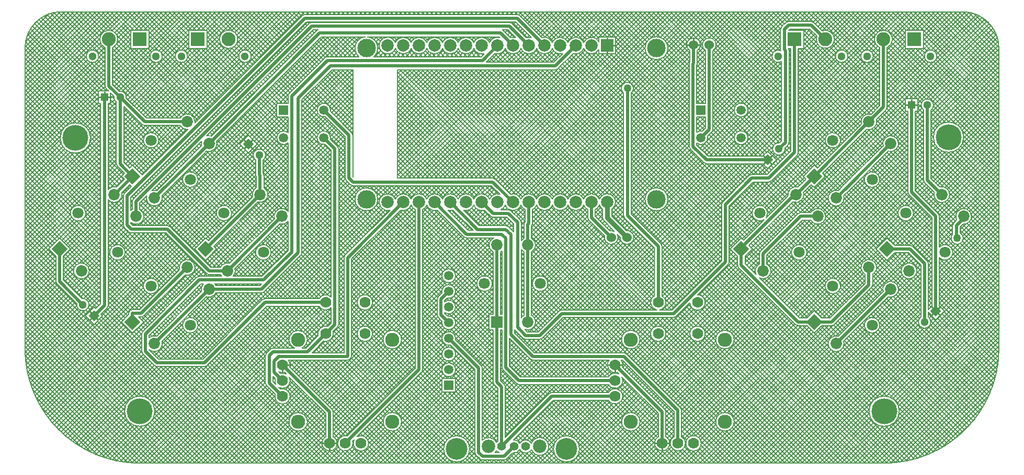
<source format=gtl>
G04*
G04 #@! TF.GenerationSoftware,Altium Limited,Altium Designer,23.7.1 (13)*
G04*
G04 Layer_Physical_Order=1*
G04 Layer_Color=255*
%FSLAX44Y44*%
%MOMM*%
G71*
G04*
G04 #@! TF.SameCoordinates,53C910CC-7849-4C62-84ED-885E7FD34011*
G04*
G04*
G04 #@! TF.FilePolarity,Positive*
G04*
G01*
G75*
%ADD12C,0.2540*%
%ADD21P,2.6163X4X90.0*%
%ADD22C,1.8500*%
%ADD23C,1.8000*%
%ADD28R,1.8500X1.8500*%
%ADD39C,0.2032*%
%ADD40C,0.5080*%
%ADD41C,0.7620*%
%ADD42R,2.0000X2.0000*%
%ADD43C,2.0000*%
%ADD44C,3.0000*%
%ADD45C,4.1910*%
%ADD46C,1.7780*%
%ADD47C,1.3000*%
%ADD48C,2.2500*%
%ADD49C,1.4224*%
%ADD50C,1.5080*%
%ADD51C,1.5240*%
%ADD52C,2.1844*%
%ADD53C,3.5160*%
%ADD54R,1.5080X1.5080*%
%ADD55P,1.8385X4X180.0*%
%ADD56R,1.3000X1.3000*%
%ADD57C,2.2860*%
%ADD58R,2.2500X2.2500*%
%ADD59R,1.5000X1.5000*%
%ADD60C,1.5000*%
%ADD61P,1.8385X4X270.0*%
%ADD62C,1.2700*%
D12*
X1628140Y673100D02*
Y682140D01*
Y673100D02*
X1637180D01*
X1619100D02*
X1628140D01*
X1275080Y770890D02*
Y781050D01*
X1264920Y770890D02*
X1275080D01*
X1285240D01*
X1135380Y769620D02*
Y782160D01*
Y769620D02*
X1147920D01*
X1135380Y757080D02*
Y769620D01*
X1395122Y584110D02*
X1401514Y577717D01*
X1395122Y584110D02*
X1401514Y590502D01*
X1388730D02*
X1395122Y584110D01*
X1388730Y577717D02*
X1395122Y584110D01*
X1667082Y339180D02*
X1673474Y345573D01*
X1667082Y339180D02*
X1673474Y332788D01*
X1660690D02*
X1667082Y339180D01*
X1660690Y345573D02*
X1667082Y339180D01*
X1148080Y251460D02*
X1159510D01*
X1136650D02*
X1148080D01*
Y240030D02*
Y251460D01*
X1212850Y124460D02*
X1224280D01*
X1235710D01*
X1224280Y113030D02*
Y124460D01*
X321310Y685800D02*
X330350D01*
X321310D02*
Y694840D01*
X312270Y685800D02*
X321310D01*
X547899Y616173D02*
X554291Y609780D01*
X560684Y616173D01*
X554291Y609780D02*
X560684Y603388D01*
X547899D02*
X554291Y609780D01*
X609600Y251460D02*
X621030D01*
X685800Y124460D02*
X697230D01*
X674370D02*
X685800D01*
Y113030D02*
Y124460D01*
X609600Y240030D02*
Y251460D01*
X304372Y331380D02*
X310765Y324987D01*
X297980Y337772D02*
X304372Y331380D01*
X297980Y324987D02*
X304372Y331380D01*
D21*
X484981Y439573D02*
D03*
X366870Y321464D02*
D03*
Y557684D02*
D03*
X1470500Y321464D02*
D03*
Y557684D02*
D03*
X1352390Y439573D02*
D03*
X1588611D02*
D03*
X248761D02*
D03*
D22*
X573369Y527962D02*
D03*
X520336Y404218D02*
D03*
X608724Y492607D02*
D03*
X1006710Y446040D02*
D03*
Y321040D02*
D03*
X956710Y446040D02*
D03*
X402226Y286108D02*
D03*
X455258Y409852D02*
D03*
X490614Y374497D02*
D03*
X490614Y610717D02*
D03*
X402226Y522328D02*
D03*
X455258Y646072D02*
D03*
X1558888Y409852D02*
D03*
X1505856Y286108D02*
D03*
X1594244Y374497D02*
D03*
X1558888Y646072D02*
D03*
X1505856Y522328D02*
D03*
X1594244Y610717D02*
D03*
X1440779Y527962D02*
D03*
X1387746Y404218D02*
D03*
X1476134Y492607D02*
D03*
X1676999Y527962D02*
D03*
X1623966Y404218D02*
D03*
X1712354Y492607D02*
D03*
X372504D02*
D03*
X284116Y404218D02*
D03*
X337149Y527962D02*
D03*
D23*
X515033Y497910D02*
D03*
X578672Y434270D02*
D03*
X1026710Y383540D02*
D03*
X936710D02*
D03*
X460562Y316160D02*
D03*
X396922Y379800D02*
D03*
X460562Y552380D02*
D03*
X396922Y616020D02*
D03*
X1500552Y379800D02*
D03*
X1564192Y316160D02*
D03*
X1500552Y616020D02*
D03*
X1564192Y552380D02*
D03*
X1382443Y497910D02*
D03*
X1446082Y434270D02*
D03*
X1618663Y497910D02*
D03*
X1682302Y434270D02*
D03*
X342452D02*
D03*
X278813Y497910D02*
D03*
D28*
X956710Y321040D02*
D03*
D39*
X1769364Y765810D02*
G03*
X1710690Y824484I-58674J0D01*
G01*
X1668976Y752280D02*
G03*
X1668976Y752280I-10056J0D01*
G01*
D02*
G03*
X1668976Y752280I-10056J0D01*
G01*
X1588516Y766287D02*
G03*
X1597226Y779780I-6096J13493D01*
G01*
D02*
G03*
X1576324Y766287I-14806J0D01*
G01*
X1524996Y752280D02*
G03*
X1524996Y752280I-10056J0D01*
G01*
D02*
G03*
X1524996Y752280I-10056J0D01*
G01*
X1565976D02*
G03*
X1565976Y752280I-10056J0D01*
G01*
D02*
G03*
X1565976Y752280I-10056J0D01*
G01*
X1659636Y665102D02*
G03*
X1663596Y673100I-6096J7998D01*
G01*
D02*
G03*
X1647444Y665102I-10056J0D01*
G01*
X1586730Y665293D02*
G03*
X1588516Y669603I-4311J4311D01*
G01*
X1586730Y665293D02*
G03*
X1588516Y669603I-4311J4311D01*
G01*
X1469890Y806951D02*
G03*
X1465580Y808736I-4311J-4311D01*
G01*
X1469890Y806951D02*
G03*
X1465580Y808736I-4311J-4311D01*
G01*
X1503246Y779780D02*
G03*
X1483210Y793631I-14806J0D01*
G01*
X1474589Y785010D02*
G03*
X1503246Y779780I13851J-5230D01*
G01*
X1428750Y808736D02*
G03*
X1424440Y806951I0J-6096D01*
G01*
X1428750Y808736D02*
G03*
X1424440Y806951I0J-6096D01*
G01*
X1417581Y800092D02*
G03*
X1415796Y795782I4311J-4311D01*
G01*
X1417581Y800092D02*
G03*
X1415796Y795782I4311J-4311D01*
G01*
X1429766Y761746D02*
G03*
X1428841Y764974I-6096J0D01*
G01*
X1429766Y761746D02*
G03*
X1428841Y764974I-6096J0D01*
G01*
X1415796Y763524D02*
G03*
X1416178Y761399I6096J0D01*
G01*
Y761399D02*
G03*
X1417574Y743951I-4239J-9119D01*
G01*
X1415796Y763524D02*
G03*
X1416178Y761399I6096J0D01*
G01*
Y761399D02*
G03*
X1417574Y743951I-4239J-9119D01*
G01*
X1712341Y621030D02*
G03*
X1712341Y621030I-24511J0D01*
G01*
X1647444Y551421D02*
G03*
X1649229Y547110I6096J0D01*
G01*
X1647444Y551421D02*
G03*
X1649229Y547110I6096J0D01*
G01*
X1571694Y646072D02*
G03*
X1571162Y649725I-12806J0D01*
G01*
X1607050Y610717D02*
G03*
X1585188Y619772I-12806J0D01*
G01*
D02*
G03*
X1581970Y607064I9055J-9055D01*
G01*
X1603299Y601661D02*
G03*
X1607050Y610717I-9055J9055D01*
G01*
X1590591Y598443D02*
G03*
X1603299Y601661I3653J12274D01*
G01*
X1573070Y543502D02*
G03*
X1576748Y552380I-8878J8878D01*
G01*
X1573070Y543502D02*
G03*
X1576748Y552380I-8878J8878D01*
G01*
X1721409Y483551D02*
G03*
X1725160Y492607I-9055J9055D01*
G01*
D02*
G03*
X1703299Y501662I-12806J0D01*
G01*
D02*
G03*
X1700978Y486726I9055J-9055D01*
G01*
X1711335Y479841D02*
G03*
X1721409Y483551I1019J12765D01*
G01*
X1711706Y457200D02*
G03*
X1706626Y465851I-9906J0D01*
G01*
X1696219Y481968D02*
G03*
X1694434Y477657I4311J-4311D01*
G01*
X1696219Y481968D02*
G03*
X1694434Y477657I4311J-4311D01*
G01*
X1689805Y527962D02*
G03*
X1673346Y540236I-12806J0D01*
G01*
X1664725Y531615D02*
G03*
X1686054Y518907I12274J-3653D01*
G01*
D02*
G03*
X1689805Y527962I-9055J9055D01*
G01*
X1622044Y532130D02*
G03*
X1623829Y527820I6096J0D01*
G01*
X1622044Y532130D02*
G03*
X1623829Y527820I6096J0D01*
G01*
X1673178Y493188D02*
G03*
X1671393Y497498I-6096J0D01*
G01*
X1673178Y493188D02*
G03*
X1671393Y497498I-6096J0D01*
G01*
X1627541Y489031D02*
G03*
X1631219Y497910I-8878J8878D01*
G01*
D02*
G03*
X1609784Y506788I-12556J0D01*
G01*
X1631219Y497910D02*
G03*
X1609784Y506788I-12556J0D01*
G01*
X1627541Y489031D02*
G03*
X1631219Y497910I-8878J8878D01*
G01*
X1609784Y506788D02*
G03*
X1627541Y489031I8878J-8878D01*
G01*
X1609784Y506788D02*
G03*
X1627541Y489031I8878J-8878D01*
G01*
X1567944Y637017D02*
G03*
X1571694Y646072I-9055J9055D01*
G01*
X1562541Y658346D02*
G03*
X1549833Y655127I-3653J-12274D01*
G01*
D02*
G03*
X1546615Y642419I9055J-9055D01*
G01*
X1555235Y633798D02*
G03*
X1567944Y637017I3653J12274D01*
G01*
X1513108Y616020D02*
G03*
X1491674Y624898I-12556J0D01*
G01*
X1513108Y616020D02*
G03*
X1491674Y624898I-12556J0D01*
G01*
D02*
G03*
X1509431Y607142I8878J-8878D01*
G01*
X1491674Y624898D02*
G03*
X1509431Y607142I8878J-8878D01*
G01*
D02*
G03*
X1513108Y616020I-8878J8878D01*
G01*
X1509431Y607142D02*
G03*
X1513108Y616020I-8878J8878D01*
G01*
X1427980Y608348D02*
G03*
X1429766Y612658I-4311J4311D01*
G01*
X1442750Y591611D02*
G03*
X1444536Y595922I-4311J4311D01*
G01*
X1442750Y591611D02*
G03*
X1444536Y595922I-4311J4311D01*
G01*
X1427980Y608348D02*
G03*
X1429766Y612658I-4311J4311D01*
G01*
X1423138Y602070D02*
G03*
X1423048Y603415I-10056J0D01*
G01*
X1405972Y609181D02*
G03*
X1420193Y594960I7111J-7111D01*
G01*
D02*
G03*
X1423138Y602070I-7111J7111D01*
G01*
X1576748Y552380D02*
G03*
X1555314Y561259I-12556J0D01*
G01*
X1576748Y552380D02*
G03*
X1555314Y561259I-12556J0D01*
G01*
D02*
G03*
X1573070Y543502I8878J-8878D01*
G01*
X1555314Y561259D02*
G03*
X1573070Y543502I8878J-8878D01*
G01*
X1509509Y534602D02*
G03*
X1496801Y531383I-3653J-12274D01*
G01*
X1518662Y522328D02*
G03*
X1518130Y525981I-12806J0D01*
G01*
X1514911Y513273D02*
G03*
X1518662Y522328I-9055J9055D01*
G01*
X1496801Y531383D02*
G03*
X1514911Y513273I9055J-9055D01*
G01*
X1485189Y483551D02*
G03*
X1488940Y492607I-9055J9055D01*
G01*
D02*
G03*
X1467079Y501662I-12806J0D01*
G01*
X1464872Y486511D02*
G03*
X1485189Y483551I11262J6096D01*
G01*
X1444547Y540201D02*
G03*
X1431724Y537017I-3768J-12239D01*
G01*
D02*
G03*
X1428104Y526135I9055J-9055D01*
G01*
X1453585Y527962D02*
G03*
X1453087Y531499I-12806J0D01*
G01*
X1449834Y518907D02*
G03*
X1453585Y527962I-9055J9055D01*
G01*
X1435504Y516293D02*
G03*
X1449834Y518907I5275J11669D01*
G01*
X1467079Y501662D02*
G03*
X1464872Y498703I9055J-9055D01*
G01*
X1448298D02*
G03*
X1443988Y496917I0J-6096D01*
G01*
X1448298Y498703D02*
G03*
X1443988Y496917I0J-6096D01*
G01*
X1311656Y770890D02*
G03*
X1294384Y761523I-11176J0D01*
G01*
X1306576D02*
G03*
X1311656Y770890I-6096J9367D01*
G01*
X1281176Y761523D02*
G03*
X1286256Y770890I-6096J9367D01*
G01*
D02*
G03*
X1268984Y761523I-11176J0D01*
G01*
X1233536Y765420D02*
G03*
X1233536Y765420I-18556J0D01*
G01*
D02*
G03*
X1233536Y765420I-18556J0D01*
G01*
X1097280Y774361D02*
G03*
X1071880Y774361I-12700J-4741D01*
G01*
X1121824Y776214D02*
G03*
X1097280Y774361I-11844J-6594D01*
G01*
Y764879D02*
G03*
X1121824Y763026I12700J4741D01*
G01*
X1080329Y756748D02*
G03*
X1097280Y764879I4251J12872D01*
G01*
X1280414Y738221D02*
G03*
X1281176Y741172I-5334J2951D01*
G01*
X1268984Y743361D02*
G03*
X1268222Y740410I5334J-2951D01*
G01*
X1280414Y738221D02*
G03*
X1281176Y741172I-5334J2951D01*
G01*
X1268984Y743361D02*
G03*
X1268222Y740410I5334J-2951D01*
G01*
X1177798Y700278D02*
G03*
X1161796Y692470I-9906J0D01*
G01*
X1173988D02*
G03*
X1177798Y700278I-6096J7808D01*
G01*
X1046480Y774361D02*
G03*
X1029529Y782492I-12700J-4741D01*
G01*
X1012133Y782646D02*
G03*
X1004129Y782492I-3752J-13026D01*
G01*
X993641Y818381D02*
G03*
X989330Y820166I-4311J-4311D01*
G01*
X993641Y818381D02*
G03*
X989330Y820166I-4311J-4311D01*
G01*
X986733Y782646D02*
G03*
X978729Y782492I-3752J-13026D01*
G01*
X980940Y805680D02*
G03*
X976630Y807466I-4311J-4311D01*
G01*
X980940Y805680D02*
G03*
X976630Y807466I-4311J-4311D01*
G01*
X966971Y794250D02*
G03*
X965611Y795274I-4311J-4311D01*
G01*
X966971Y794250D02*
G03*
X965611Y795274I-4311J-4311D01*
G01*
X944880Y774361D02*
G03*
X919480Y774361I-12700J-4741D01*
G01*
X1046480Y764879D02*
G03*
X1062933Y756594I12700J4741D01*
G01*
X1071880Y774361D02*
G03*
X1046480Y774361I-12700J-4741D01*
G01*
X1021080Y764879D02*
G03*
X1046480Y764879I12700J4741D01*
G01*
X995680D02*
G03*
X1021080Y764879I12700J4741D01*
G01*
X970280D02*
G03*
X995680Y764879I12700J4741D01*
G01*
X953329Y756748D02*
G03*
X970280Y764879I4251J12872D01*
G01*
X961333Y782646D02*
G03*
X944880Y774361I-3752J-13026D01*
G01*
X919480Y764879D02*
G03*
X935933Y756594I12700J4741D01*
G01*
X1051560Y730504D02*
G03*
X1055871Y732290I0J6096D01*
G01*
X1051560Y730504D02*
G03*
X1055871Y732290I0J6096D01*
G01*
X1414427Y612036D02*
G03*
X1405972Y609181I-1345J-9966D01*
G01*
X1363086Y665120D02*
G03*
X1363086Y665120I-11056J0D01*
G01*
Y620120D02*
G03*
X1363086Y620120I-11056J0D01*
G01*
X1369314Y560578D02*
G03*
X1365004Y558792I0J-6096D01*
G01*
X1304790Y629259D02*
G03*
X1306576Y633570I-4311J4311D01*
G01*
X1304790Y629259D02*
G03*
X1306576Y633570I-4311J4311D01*
G01*
X1289242Y630953D02*
G03*
X1280414Y628978I-2211J-10833D01*
G01*
X1298086Y620120D02*
G03*
X1297863Y622332I-11056J0D01*
G01*
X1291688Y579799D02*
G03*
X1295998Y578014I4311J4311D01*
G01*
X1291688Y579799D02*
G03*
X1295998Y578014I4311J4311D01*
G01*
X1280414Y611262D02*
G03*
X1298086Y620120I6616J8858D01*
G01*
X1268222Y605790D02*
G03*
X1270007Y601479I6096J0D01*
G01*
X1268222Y605790D02*
G03*
X1270007Y601479I6096J0D01*
G01*
X1397000Y548386D02*
G03*
X1401310Y550172I0J6096D01*
G01*
X1397000Y548386D02*
G03*
X1401310Y550172I0J6096D01*
G01*
X1369314Y560578D02*
G03*
X1365004Y558792I0J-6096D01*
G01*
X1392841Y490872D02*
G03*
X1394999Y497910I-10399J7037D01*
G01*
D02*
G03*
X1373564Y506788I-12556J0D01*
G01*
X1394999Y497910D02*
G03*
X1373564Y506788I-12556J0D01*
G01*
X1392841Y490872D02*
G03*
X1394999Y497910I-10399J7037D01*
G01*
X1373564Y506788D02*
G03*
X1389480Y487511I8878J-8878D01*
G01*
X1373564Y506788D02*
G03*
X1389480Y487511I8878J-8878D01*
G01*
X1322332Y516120D02*
G03*
X1320546Y511810I4311J-4311D01*
G01*
X1322332Y516120D02*
G03*
X1320546Y511810I4311J-4311D01*
G01*
X1233536Y520320D02*
G03*
X1233536Y520320I-18556J0D01*
G01*
D02*
G03*
X1233536Y520320I-18556J0D01*
G01*
X1142746Y504240D02*
G03*
X1148936Y515620I-7366J11380D01*
G01*
D02*
G03*
X1122680Y520361I-13556J0D01*
G01*
Y510879D02*
G03*
X1128014Y504240I12700J4741D01*
G01*
X1097280Y510879D02*
G03*
X1103884Y503512I12700J4741D01*
G01*
X1122680Y520361D02*
G03*
X1097280Y520361I-12700J-4741D01*
G01*
X1116076Y503512D02*
G03*
X1122680Y510879I-6096J12108D01*
G01*
X954525Y552696D02*
G03*
X950214Y554482I-4311J-4311D01*
G01*
X954525Y552696D02*
G03*
X950214Y554482I-4311J-4311D01*
G01*
X1097280Y520361D02*
G03*
X1071880Y520361I-12700J-4741D01*
G01*
D02*
G03*
X1046480Y520361I-12700J-4741D01*
G01*
X1021080Y510879D02*
G03*
X1046480Y510879I12700J4741D01*
G01*
X1021080Y520361D02*
G03*
X995680Y520361I-12700J-4741D01*
G01*
D02*
G03*
X978729Y528492I-12700J-4741D01*
G01*
X1046480Y520361D02*
G03*
X1021080Y520361I-12700J-4741D01*
G01*
X961333Y528646D02*
G03*
X944880Y520361I-3752J-13026D01*
G01*
D02*
G03*
X919480Y520361I-12700J-4741D01*
G01*
X1071880Y510879D02*
G03*
X1097280Y510879I12700J4741D01*
G01*
X1046480D02*
G03*
X1071880Y510879I12700J4741D01*
G01*
X1014476Y503512D02*
G03*
X1021080Y510879I-6096J12108D01*
G01*
X995680D02*
G03*
X1002284Y503512I12700J4741D01*
G01*
X979670Y501642D02*
G03*
X975360Y503428I-4311J-4311D01*
G01*
X963506D02*
G03*
X970280Y510879I-5926J12192D01*
G01*
D02*
G03*
X995680Y510879I12700J4741D01*
G01*
X979670Y501642D02*
G03*
X975360Y503428I-4311J-4311D01*
G01*
X919480Y510879D02*
G03*
X936431Y502748I12700J4741D01*
G01*
X1161796Y494030D02*
G03*
X1163581Y489720I6096J0D01*
G01*
X1161796Y494030D02*
G03*
X1163581Y489720I6096J0D01*
G01*
X1103884Y490220D02*
G03*
X1105669Y485910I6096J0D01*
G01*
X1178306Y458470D02*
G03*
X1166395Y469622I-11176J0D01*
G01*
X1152906Y458470D02*
G03*
X1151737Y463446I-11176J0D01*
G01*
X1146706Y468477D02*
G03*
X1139417Y469404I-4976J-10007D01*
G01*
X1128014Y490220D02*
G03*
X1130172Y485011I7366J0D01*
G01*
X1128014Y490220D02*
G03*
X1130172Y485011I7366J0D01*
G01*
X1103884Y490220D02*
G03*
X1105669Y485910I6096J0D01*
G01*
X1012806Y477284D02*
G03*
X1014476Y481476I-4426J4192D01*
G01*
X1012806Y477284D02*
G03*
X1014476Y481476I-4426J4192D01*
G01*
X946158Y493022D02*
G03*
X950468Y491236I4311J4311D01*
G01*
X946158Y493022D02*
G03*
X950468Y491236I4311J4311D01*
G01*
X1002284Y483998D02*
G03*
X1000614Y479806I4426J-4192D01*
G01*
X1002284Y483998D02*
G03*
X1000614Y479806I4426J-4192D01*
G01*
X996188Y482600D02*
G03*
X994402Y486911I-6096J0D01*
G01*
X996188Y482600D02*
G03*
X994402Y486911I-6096J0D01*
G01*
X975607Y475734D02*
G03*
X971296Y477520I-4311J-4311D01*
G01*
X975607Y475734D02*
G03*
X971296Y477520I-4311J-4311D01*
G01*
X1694434Y463824D02*
G03*
X1711706Y457200I7366J-6623D01*
G01*
X1694858Y434270D02*
G03*
X1673423Y443149I-12556J0D01*
G01*
X1694858Y434270D02*
G03*
X1673423Y443149I-12556J0D01*
G01*
X1691180Y425392D02*
G03*
X1694858Y434270I-8878J8878D01*
G01*
X1691180Y425392D02*
G03*
X1694858Y434270I-8878J8878D01*
G01*
X1673178Y425644D02*
G03*
X1691180Y425392I9124J8626D01*
G01*
X1673178Y425644D02*
G03*
X1691180Y425392I9124J8626D01*
G01*
X1655218Y416051D02*
G03*
X1653432Y420362I-6096J0D01*
G01*
X1629910Y443884D02*
G03*
X1625600Y445669I-4311J-4311D01*
G01*
X1629910Y443884D02*
G03*
X1625600Y445669I-4311J-4311D01*
G01*
X1655218Y416051D02*
G03*
X1653432Y420362I-6096J0D01*
G01*
X1571694Y409852D02*
G03*
X1549833Y418907I-12806J0D01*
G01*
X1636772Y404218D02*
G03*
X1614910Y413273I-12806J0D01*
G01*
X1567944Y400797D02*
G03*
X1571694Y409852I-9055J9055D01*
G01*
X1614910Y413273D02*
G03*
X1633021Y395163I9055J-9055D01*
G01*
D02*
G03*
X1636772Y404218I-9055J9055D01*
G01*
X1549833Y418907D02*
G03*
X1552792Y398590I9055J-9055D01*
G01*
X1607050Y374497D02*
G03*
X1585189Y383552I-12806J0D01*
G01*
X1564984Y398590D02*
G03*
X1567944Y400797I-6096J11262D01*
G01*
X1513108Y379800D02*
G03*
X1491674Y388679I-12556J0D01*
G01*
X1513108Y379800D02*
G03*
X1491674Y388679I-12556J0D01*
G01*
D02*
G03*
X1509431Y370922I8878J-8878D01*
G01*
X1491674Y388679D02*
G03*
X1509431Y370922I8878J-8878D01*
G01*
X1454960Y425392D02*
G03*
X1458638Y434270I-8878J8878D01*
G01*
D02*
G03*
X1437204Y443149I-12556J0D01*
G01*
X1454960Y425392D02*
G03*
X1458638Y434270I-8878J8878D01*
G01*
D02*
G03*
X1437204Y443149I-12556J0D01*
G01*
D02*
G03*
X1454960Y425392I8878J-8878D01*
G01*
X1437204Y443149D02*
G03*
X1454960Y425392I8878J-8878D01*
G01*
X1400552Y404218D02*
G03*
X1393842Y415480I-12806J0D01*
G01*
X1383435Y436365D02*
G03*
X1381650Y432054I4311J-4311D01*
G01*
X1383435Y436365D02*
G03*
X1381650Y432054I4311J-4311D01*
G01*
Y415480D02*
G03*
X1378690Y413273I6096J-11262D01*
G01*
X1346295Y413671D02*
G03*
X1348080Y409361I6096J0D01*
G01*
X1346295Y413671D02*
G03*
X1348080Y409361I6096J0D01*
G01*
X1330952Y414282D02*
G03*
X1332738Y418592I-4311J4311D01*
G01*
X1330952Y414282D02*
G03*
X1332738Y418592I-4311J4311D01*
G01*
X1396801Y395163D02*
G03*
X1400552Y404218I-9055J9055D01*
G01*
X1381815Y392868D02*
G03*
X1396801Y395163I5931J11350D01*
G01*
X1378690Y413273D02*
G03*
X1376396Y398287I9055J-9055D01*
G01*
X1603299Y365441D02*
G03*
X1607050Y374497I-9055J9055D01*
G01*
X1590591Y362223D02*
G03*
X1603299Y365441I3653J12274D01*
G01*
X1585189Y383552D02*
G03*
X1581970Y370844I9055J-9055D01*
G01*
X1659178Y321220D02*
G03*
X1655218Y329217I-10056J0D01*
G01*
X1656233Y314109D02*
G03*
X1659178Y321220I-7111J7111D01*
G01*
X1643026Y329217D02*
G03*
X1642011Y328330I6096J-7998D01*
G01*
X1576748Y316160D02*
G03*
X1555314Y325039I-12556J0D01*
G01*
X1576748Y316160D02*
G03*
X1555314Y325039I-12556J0D01*
G01*
X1642011Y328330D02*
G03*
X1656233Y314109I7111J-7111D01*
G01*
X1573070Y307282D02*
G03*
X1576748Y316160I-8878J8878D01*
G01*
X1573070Y307282D02*
G03*
X1576748Y316160I-8878J8878D01*
G01*
X1555314Y325039D02*
G03*
X1573070Y307282I8878J-8878D01*
G01*
X1555314Y325039D02*
G03*
X1573070Y307282I8878J-8878D01*
G01*
X1563199Y377288D02*
G03*
X1564984Y381598I-4311J4311D01*
G01*
X1563199Y377288D02*
G03*
X1564984Y381598I-4311J4311D01*
G01*
X1509431Y370922D02*
G03*
X1513108Y379800I-8878J8878D01*
G01*
X1509431Y370922D02*
G03*
X1513108Y379800I-8878J8878D01*
G01*
X1498754Y315368D02*
G03*
X1503065Y317153I0J6096D01*
G01*
X1498754Y315368D02*
G03*
X1503065Y317153I0J6096D01*
G01*
X1509509Y298382D02*
G03*
X1496801Y295163I-3653J-12274D01*
G01*
X1583690Y92456D02*
G03*
X1769364Y278130I0J185674D01*
G01*
X1514911Y277053D02*
G03*
X1518662Y286108I-9055J9055D01*
G01*
D02*
G03*
X1518130Y289761I-12806J0D01*
G01*
X1496801Y295163D02*
G03*
X1514911Y277053I9055J-9055D01*
G01*
X1608201Y176530D02*
G03*
X1608201Y176530I-24511J0D01*
G01*
X1440287Y317153D02*
G03*
X1444598Y315368I4311J4311D01*
G01*
X1440287Y317153D02*
G03*
X1444598Y315368I4311J4311D01*
G01*
X1340866Y292735D02*
G03*
X1340866Y292735I-14986J0D01*
G01*
Y159385D02*
G03*
X1340866Y159385I-14986J0D01*
G01*
X1293876Y353060D02*
G03*
X1282156Y365485I-12446J0D01*
G01*
X1269005Y352334D02*
G03*
X1293876Y353060I12425J726D01*
G01*
X1242822Y328676D02*
G03*
X1247132Y330462I0J6096D01*
G01*
X1293876Y302260D02*
G03*
X1293876Y302260I-12446J0D01*
G01*
X1242822Y328676D02*
G03*
X1247132Y330462I0J6096D01*
G01*
X1255776Y177800D02*
G03*
X1253990Y182111I-6096J0D01*
G01*
X1255776Y177800D02*
G03*
X1253990Y182111I-6096J0D01*
G01*
X1287526Y124460D02*
G03*
X1287526Y124460I-12446J0D01*
G01*
X1262126D02*
G03*
X1255776Y135311I-12446J0D01*
G01*
X1243584D02*
G03*
X1262126Y124460I6096J-10851D01*
G01*
X1224026Y443992D02*
G03*
X1222241Y448302I-6096J0D01*
G01*
X1224026Y443992D02*
G03*
X1222241Y448302I-6096J0D01*
G01*
X1230376Y353060D02*
G03*
X1224026Y363911I-12446J0D01*
G01*
X1211834D02*
G03*
X1215428Y340868I6096J-10851D01*
G01*
X1220432D02*
G03*
X1230376Y353060I-2502J12192D01*
G01*
X1130796Y460783D02*
G03*
X1152906Y458470I10934J-2313D01*
G01*
X1155978Y459205D02*
G03*
X1178306Y458470I11152J-735D01*
G01*
X1019516Y446040D02*
G03*
X1012806Y457302I-12806J0D01*
G01*
X1061466Y340868D02*
G03*
X1057156Y339082I0J-6096D01*
G01*
X1061466Y340868D02*
G03*
X1057156Y339082I0J-6096D01*
G01*
X1039266Y383540D02*
G03*
X1039266Y383540I-12556J0D01*
G01*
X1012806Y434778D02*
G03*
X1019516Y446040I-6096J11262D01*
G01*
X1039266Y383540D02*
G03*
X1039266Y383540I-12556J0D01*
G01*
X1230376Y302260D02*
G03*
X1230376Y302260I-12446J0D01*
G01*
X1188466Y292735D02*
G03*
X1188466Y292735I-14986J0D01*
G01*
X1166360Y269741D02*
G03*
X1162050Y271526I-4311J-4311D01*
G01*
X1166360Y269741D02*
G03*
X1162050Y271526I-4311J-4311D01*
G01*
X1025906Y293116D02*
G03*
X1030217Y294902I0J6096D01*
G01*
X1025906Y293116D02*
G03*
X1030217Y294902I0J6096D01*
G01*
X996188Y438741D02*
G03*
X1000614Y434778I10522J7299D01*
G01*
Y457302D02*
G03*
X996188Y453339I6096J-11262D01*
G01*
X962806Y434778D02*
G03*
X964946Y436234I-6096J11262D01*
G01*
X951432Y457708D02*
G03*
X950614Y434778I5278J-11668D01*
G01*
X949266Y383540D02*
G03*
X949266Y383540I-12556J0D01*
G01*
D02*
G03*
X949266Y383540I-12556J0D01*
G01*
X1019516Y321040D02*
G03*
X1012806Y332302I-12806J0D01*
G01*
X1000614D02*
G03*
X996188Y328339I6096J-11262D01*
G01*
X1002002Y309131D02*
G03*
X1019516Y321040I4708J11909D01*
G01*
X998989Y294902D02*
G03*
X1003300Y293116I4311J4311D01*
G01*
X998989Y294902D02*
G03*
X1003300Y293116I4311J4311D01*
G01*
X1011088Y261119D02*
G03*
X1015398Y259334I4311J4311D01*
G01*
X1011088Y261119D02*
G03*
X1015398Y259334I4311J4311D01*
G01*
X1160063Y248098D02*
G03*
X1160526Y251460I-11983J3362D01*
G01*
D02*
G03*
X1157719Y259334I-12446J0D01*
G01*
X1138441D02*
G03*
X1151442Y239477I9639J-7874D01*
G01*
X1160526Y226060D02*
G03*
X1159128Y231791I-12446J0D01*
G01*
X1137229Y219964D02*
G03*
X1160526Y226060I10851J6096D01*
G01*
X1153811Y237108D02*
G03*
X1137229Y232156I-5731J-11048D01*
G01*
X1230376Y175260D02*
G03*
X1228590Y179571I-6096J0D01*
G01*
X1230376Y175260D02*
G03*
X1228590Y179571I-6096J0D01*
G01*
X1160526Y200660D02*
G03*
X1137229Y206756I-12446J0D01*
G01*
Y194564D02*
G03*
X1160526Y200660I10851J6096D01*
G01*
X1045530Y206756D02*
G03*
X1041219Y204970I0J-6096D01*
G01*
X1045530Y206756D02*
G03*
X1041219Y204970I0J-6096D01*
G01*
X1236726Y124460D02*
G03*
X1230376Y135311I-12446J0D01*
G01*
X1218184D02*
G03*
X1236726Y124460I6096J-10851D01*
G01*
X1188466Y159385D02*
G03*
X1188466Y159385I-14986J0D01*
G01*
X1090476Y115570D02*
G03*
X1090476Y115570I-21136J0D01*
G01*
X988067Y221749D02*
G03*
X992378Y219964I4311J4311D01*
G01*
X988067Y221749D02*
G03*
X992378Y219964I4311J4311D01*
G01*
X964946Y247396D02*
G03*
X966731Y243085I6096J0D01*
G01*
X964946Y247396D02*
G03*
X966731Y243085I6096J0D01*
G01*
X970346Y216408D02*
G03*
X968561Y220718I-6096J0D01*
G01*
X950614Y223948D02*
G03*
X952399Y219638I6096J0D01*
G01*
X933196Y246380D02*
G03*
X931411Y250690I-6096J0D01*
G01*
X933196Y246380D02*
G03*
X931411Y250690I-6096J0D01*
G01*
X950614Y223948D02*
G03*
X952399Y219638I6096J0D01*
G01*
X970346Y216408D02*
G03*
X968561Y220718I-6096J0D01*
G01*
X1040728Y119380D02*
G03*
X1012667Y124392I-14478J0D01*
G01*
Y114368D02*
G03*
X1040728Y119380I13583J5013D01*
G01*
X993750Y114527D02*
G03*
X1012667Y114368I9500J4853D01*
G01*
Y124392D02*
G03*
X993750Y124233I-9417J-5013D01*
G01*
D02*
G03*
X983514Y130022I-9500J-4853D01*
G01*
X958154Y128135D02*
G03*
X956031Y126181I6096J-8755D01*
G01*
X982370Y108879D02*
G03*
X993750Y114527I1880J10501D01*
G01*
X956031Y112579D02*
G03*
X960291Y109474I8219J6801D01*
G01*
X953808D02*
G03*
X956031Y112579I-10559J9906D01*
G01*
Y126181D02*
G03*
X933196Y129798I-12781J-6801D01*
G01*
X921004Y109728D02*
G03*
X922790Y105417I6096J0D01*
G01*
X921004Y109728D02*
G03*
X922790Y105417I6096J0D01*
G01*
X968248Y97282D02*
G03*
X972559Y99067I0J6096D01*
G01*
X968248Y97282D02*
G03*
X972559Y99067I0J6096D01*
G01*
X929139D02*
G03*
X933450Y97282I4311J4311D01*
G01*
X929139Y99067D02*
G03*
X933450Y97282I4311J4311D01*
G01*
X919480Y774361D02*
G03*
X894080Y774361I-12700J-4741D01*
G01*
Y764879D02*
G03*
X919480Y764879I12700J4741D01*
G01*
X894080Y774361D02*
G03*
X868680Y774361I-12700J-4741D01*
G01*
Y764879D02*
G03*
X894080Y764879I12700J4741D01*
G01*
X868680Y774361D02*
G03*
X843280Y774361I-12700J-4741D01*
G01*
D02*
G03*
X817880Y774361I-12700J-4741D01*
G01*
Y764879D02*
G03*
X843280Y764879I12700J4741D01*
G01*
X817880Y774361D02*
G03*
X792480Y774361I-12700J-4741D01*
G01*
Y764879D02*
G03*
X817880Y764879I12700J4741D01*
G01*
X843280D02*
G03*
X868680Y764879I12700J4741D01*
G01*
X645922Y820166D02*
G03*
X641611Y818381I0J-6096D01*
G01*
X645922Y820166D02*
G03*
X641611Y818381I0J-6096D01*
G01*
X666886Y795274D02*
G03*
X665527Y794250I2951J-5334D01*
G01*
X666886Y795274D02*
G03*
X665527Y794250I2951J-5334D01*
G01*
X656844Y807466D02*
G03*
X652533Y805680I0J-6096D01*
G01*
X656844Y807466D02*
G03*
X652533Y805680I0J-6096D01*
G01*
X792480Y774361D02*
G03*
X792480Y764879I-12700J-4741D01*
G01*
X764036Y765420D02*
G03*
X747690Y783844I-18556J0D01*
G01*
X764036Y765420D02*
G03*
X747690Y783844I-18556J0D01*
G01*
X743271D02*
G03*
X733113Y751586I2209J-18424D01*
G01*
X743271Y783844D02*
G03*
X733113Y751586I2209J-18424D01*
G01*
X757847D02*
G03*
X764036Y765420I-12367J13834D01*
G01*
X757847Y751586D02*
G03*
X764036Y765420I-12367J13834D01*
G01*
X723176Y730504D02*
G03*
X724154Y730583I0J6096D01*
G01*
X723176Y730504D02*
G03*
X724154Y730583I0J6096D01*
G01*
X681990Y751586D02*
G03*
X677680Y749800I0J-6096D01*
G01*
X681990Y751586D02*
G03*
X677680Y749800I0J-6096D01*
G01*
X723392Y624214D02*
G03*
X721607Y628524I-6096J0D01*
G01*
X723392Y624214D02*
G03*
X721607Y628524I-6096J0D01*
G01*
X719589Y544076D02*
G03*
X723900Y542290I4311J4311D01*
G01*
X719589Y544076D02*
G03*
X723900Y542290I4311J4311D01*
G01*
X711200Y554990D02*
G03*
X712986Y550680I6096J0D01*
G01*
X711200Y554990D02*
G03*
X712986Y550680I6096J0D01*
G01*
X903027Y502594D02*
G03*
X919480Y510879I3753J13026D01*
G01*
Y520361D02*
G03*
X894080Y520361I-12700J-4741D01*
G01*
D02*
G03*
X868680Y520361I-12700J-4741D01*
G01*
X843280Y510879D02*
G03*
X860231Y502748I12700J4741D01*
G01*
X868680Y520361D02*
G03*
X843280Y520361I-12700J-4741D01*
G01*
X877627Y502594D02*
G03*
X885631Y502748I3753J13026D01*
G01*
X764036Y520320D02*
G03*
X764036Y520320I-18556J0D01*
G01*
X836676Y503512D02*
G03*
X843280Y510879I-6096J12108D01*
G01*
Y520361D02*
G03*
X817880Y520361I-12700J-4741D01*
G01*
X800929Y502748D02*
G03*
X817880Y510879I4251J12872D01*
G01*
D02*
G03*
X824484Y503512I12700J4741D01*
G01*
X817880Y520361D02*
G03*
X792480Y520361I-12700J-4741D01*
G01*
D02*
G03*
X783533Y502594I-12700J-4741D01*
G01*
X764036Y520320D02*
G03*
X764036Y520320I-18556J0D01*
G01*
X687446Y665120D02*
G03*
X678601Y654287I-11056J0D01*
G01*
X687222Y662908D02*
G03*
X687446Y665120I-10833J2211D01*
G01*
X687222Y617909D02*
G03*
X687446Y620120I-10833J2211D01*
G01*
X700532Y602074D02*
G03*
X698746Y606385I-6096J0D01*
G01*
X700532Y602074D02*
G03*
X698746Y606385I-6096J0D01*
G01*
X687446Y620120D02*
G03*
X678601Y609288I-11056J0D01*
G01*
X620275Y692396D02*
G03*
X618490Y688086I4311J-4311D01*
G01*
X620275Y692396D02*
G03*
X618490Y688086I4311J-4311D01*
G01*
Y628595D02*
G03*
X618490Y611645I-7100J-8475D01*
G01*
X617779Y483551D02*
G03*
X618490Y484323I-9055J9055D01*
G01*
Y500891D02*
G03*
X599669Y501662I-9766J-8284D01*
G01*
X605071Y480333D02*
G03*
X617779Y483551I3653J12274D01*
G01*
X537246Y779780D02*
G03*
X537246Y779780I-14806J0D01*
G01*
X558996Y752280D02*
G03*
X558996Y752280I-10056J0D01*
G01*
D02*
G03*
X558996Y752280I-10056J0D01*
G01*
X455996D02*
G03*
X455996Y752280I-10056J0D01*
G01*
X415016D02*
G03*
X415016Y752280I-10056J0D01*
G01*
X455996D02*
G03*
X455996Y752280I-10056J0D01*
G01*
X415016D02*
G03*
X415016Y752280I-10056J0D01*
G01*
X446203Y655127D02*
G03*
X443997Y652168I9055J-9055D01*
G01*
X468064Y646072D02*
G03*
X446203Y655127I-12806J0D01*
G01*
X467998Y644767D02*
G03*
X468064Y646072I-12739J1305D01*
G01*
X334556Y766287D02*
G03*
X343266Y779780I-6096J13493D01*
G01*
D02*
G03*
X322364Y766287I-14806J0D01*
G01*
X356676Y684455D02*
G03*
X356766Y685800I-9966J1345D01*
G01*
D02*
G03*
X345365Y695766I-10056J0D01*
G01*
X251460Y824484D02*
G03*
X192786Y765810I0J-58674D01*
G01*
X322364Y704050D02*
G03*
X324149Y699740I6096J0D01*
G01*
X322364Y704050D02*
G03*
X324149Y699740I6096J0D01*
G01*
X312016Y752280D02*
G03*
X312016Y752280I-10056J0D01*
G01*
D02*
G03*
X312016Y752280I-10056J0D01*
G01*
X336744Y687145D02*
G03*
X340614Y677802I9966J-1345D01*
G01*
X298831Y619760D02*
G03*
X298831Y619760I-24511J0D01*
G01*
X494267Y622990D02*
G03*
X487136Y623041I-3653J-12274D01*
G01*
X503420Y610717D02*
G03*
X502888Y614370I-12806J0D01*
G01*
X582308Y591820D02*
G03*
X579363Y598931I-10056J0D01*
G01*
D02*
G03*
X565142Y584709I-7111J-7111D01*
G01*
X578348Y583822D02*
G03*
X582308Y591820I-6096J7998D01*
G01*
X565142Y584709D02*
G03*
X566156Y583822I7111J7111D01*
G01*
X499669Y601661D02*
G03*
X503420Y610717I-9055J9055D01*
G01*
X478289Y614194D02*
G03*
X478340Y607064I12325J-3477D01*
G01*
X486961Y598443D02*
G03*
X499669Y601661I3653J12274D01*
G01*
X443997Y639976D02*
G03*
X456563Y633332I11262J6096D01*
G01*
X405801Y607142D02*
G03*
X409478Y616020I-8878J8878D01*
G01*
X405801Y607142D02*
G03*
X409478Y616020I-8878J8878D01*
G01*
X579465Y559308D02*
G03*
X578348Y562825I-6096J0D01*
G01*
X579465Y559308D02*
G03*
X578348Y562825I-6096J0D01*
G01*
X566156Y560425D02*
G03*
X567273Y556908I6096J0D01*
G01*
X566156Y560425D02*
G03*
X567273Y556908I6096J0D01*
G01*
X582424Y518907D02*
G03*
X586175Y527962I-9055J9055D01*
G01*
D02*
G03*
X579465Y539224I-12806J0D01*
G01*
X569716Y515688D02*
G03*
X582424Y518907I3653J12274D01*
G01*
X567273Y539224D02*
G03*
X564314Y537017I6096J-11262D01*
G01*
D02*
G03*
X561095Y524309I9055J-9055D01*
G01*
X599669Y501662D02*
G03*
X596450Y488954I9055J-9055D01*
G01*
X527589Y497910D02*
G03*
X506154Y506788I-12556J0D01*
G01*
X527589Y497910D02*
G03*
X506154Y506788I-12556J0D01*
G01*
X523911Y489031D02*
G03*
X527589Y497910I-8878J8878D01*
G01*
X523911Y489031D02*
G03*
X527589Y497910I-8878J8878D01*
G01*
X473118Y552380D02*
G03*
X451684Y561259I-12556J0D01*
G01*
X473118Y552380D02*
G03*
X451684Y561259I-12556J0D01*
G01*
X469440Y543502D02*
G03*
X473118Y552380I-8878J8878D01*
G01*
X469440Y543502D02*
G03*
X473118Y552380I-8878J8878D01*
G01*
X451684Y561259D02*
G03*
X469440Y543502I8878J-8878D01*
G01*
X451684Y561259D02*
G03*
X469440Y543502I8878J-8878D01*
G01*
X506154Y506788D02*
G03*
X523911Y489031I8878J-8878D01*
G01*
X506154Y506788D02*
G03*
X523911Y489031I8878J-8878D01*
G01*
X427475Y475989D02*
G03*
X423164Y477774I-4311J-4311D01*
G01*
X427475Y475989D02*
G03*
X423164Y477774I-4311J-4311D01*
G01*
X405879Y534602D02*
G03*
X398748Y534653I-3653J-12274D01*
G01*
X411281Y513273D02*
G03*
X415032Y522328I-9055J9055D01*
G01*
D02*
G03*
X414500Y525981I-12806J0D01*
G01*
X389901Y525806D02*
G03*
X411281Y513273I12325J-3478D01*
G01*
X409478Y616020D02*
G03*
X388044Y624898I-12556J0D01*
G01*
X409478Y616020D02*
G03*
X388044Y624898I-12556J0D01*
G01*
X382128Y641761D02*
G03*
X386438Y639976I4311J4311D01*
G01*
X382128Y641761D02*
G03*
X386438Y639976I4311J4311D01*
G01*
X388044Y624898D02*
G03*
X405801Y607142I8878J-8878D01*
G01*
X388044Y624898D02*
G03*
X405801Y607142I8878J-8878D01*
G01*
X340614Y577844D02*
G03*
X342399Y573534I6096J0D01*
G01*
X340614Y577844D02*
G03*
X342399Y573534I6096J0D01*
G01*
X340917Y540201D02*
G03*
X328094Y537017I-3768J-12239D01*
G01*
D02*
G03*
X327406Y536273I9055J-9055D01*
G01*
X368194Y521341D02*
G03*
X366408Y517030I4311J-4311D01*
G01*
X368194Y521341D02*
G03*
X366408Y517030I4311J-4311D01*
G01*
X353829Y530598D02*
G03*
X352044Y526288I4311J-4311D01*
G01*
X353829Y530598D02*
G03*
X352044Y526288I4311J-4311D01*
G01*
X385310Y492607D02*
G03*
X378600Y503869I-12806J0D01*
G01*
X381559Y483551D02*
G03*
X385310Y492607I-9055J9055D01*
G01*
X366408Y503869D02*
G03*
X364236Y502386I6096J-11262D01*
G01*
Y482827D02*
G03*
X381559Y483551I8268J9779D01*
G01*
X349955Y527962D02*
G03*
X349457Y531499I-12806J0D01*
G01*
X346204Y518907D02*
G03*
X349955Y527962I-9055J9055D01*
G01*
X327406Y519651D02*
G03*
X346204Y518907I9743J8311D01*
G01*
X291369Y497910D02*
G03*
X269934Y506788I-12556J0D01*
G01*
X291369Y497910D02*
G03*
X269934Y506788I-12556J0D01*
G01*
X287691Y489031D02*
G03*
X291369Y497910I-8878J8878D01*
G01*
X287691Y489031D02*
G03*
X291369Y497910I-8878J8878D01*
G01*
X269934Y506788D02*
G03*
X287691Y489031I8878J-8878D01*
G01*
X269934Y506788D02*
G03*
X287691Y489031I8878J-8878D01*
G01*
X903485Y459493D02*
G03*
X907796Y457708I4311J4311D01*
G01*
X903485Y459493D02*
G03*
X907796Y457708I4311J4311D01*
G01*
X889936Y396240D02*
G03*
X889936Y396240I-11096J0D01*
G01*
X876595Y359973D02*
G03*
X889936Y370840I2245J10867D01*
G01*
D02*
G03*
X867973Y368595I-11096J0D01*
G01*
X861830Y362450D02*
G03*
X860044Y358140I4311J-4311D01*
G01*
X861830Y362450D02*
G03*
X860044Y358140I4311J-4311D01*
G01*
X889936Y345440D02*
G03*
X872236Y354357I-11096J0D01*
G01*
Y336523D02*
G03*
X889936Y345440I6604J8917D01*
G01*
Y320040D02*
G03*
X876595Y330906I-11096J0D01*
G01*
X867973Y322285D02*
G03*
X889936Y320040I10867J-2245D01*
G01*
X755396Y353060D02*
G03*
X755396Y353060I-12446J0D01*
G01*
X860044Y332740D02*
G03*
X861830Y328429I6096J0D01*
G01*
X860044Y332740D02*
G03*
X861830Y328429I6096J0D01*
G01*
X755396Y302260D02*
G03*
X755396Y302260I-12446J0D01*
G01*
X710954Y430014D02*
G03*
X709168Y425704I4311J-4311D01*
G01*
X710954Y430014D02*
G03*
X709168Y425704I4311J-4311D01*
G01*
X639310Y429521D02*
G03*
X641096Y433832I-4311J4311D01*
G01*
X639310Y429521D02*
G03*
X641096Y433832I-4311J4311D01*
G01*
X668599Y346964D02*
G03*
X688340Y344350I10851J6096D01*
G01*
X698746Y312936D02*
G03*
X700532Y317246I-4311J4311D01*
G01*
X698746Y312936D02*
G03*
X700532Y317246I-4311J4311D01*
G01*
X688340Y361770D02*
G03*
X668599Y359156I-8890J-8710D01*
G01*
X682812Y314243D02*
G03*
X667467Y298898I-3362J-11983D01*
G01*
X889706Y292395D02*
G03*
X889936Y294640I-10867J2245D01*
G01*
D02*
G03*
X881085Y283773I-11096J0D01*
G01*
X889936Y269240D02*
G03*
X889936Y269240I-11096J0D01*
G01*
Y243840D02*
G03*
X889936Y243840I-11096J0D01*
G01*
X802386Y292735D02*
G03*
X802386Y292735I-14986J0D01*
G01*
X834891Y239529D02*
G03*
X836676Y243840I-4311J4311D01*
G01*
X834891Y239529D02*
G03*
X836676Y243840I-4311J4311D01*
G01*
X912676Y115570D02*
G03*
X912676Y115570I-21136J0D01*
G01*
X802386Y159385D02*
G03*
X802386Y159385I-14986J0D01*
G01*
X749046Y124460D02*
G03*
X730869Y135508I-12446J0D01*
G01*
X723646Y124460D02*
G03*
X723183Y127822I-12446J0D01*
G01*
X725552Y130191D02*
G03*
X749046Y124460I11048J-5731D01*
G01*
X691896Y302260D02*
G03*
X691433Y305622I-12446J0D01*
G01*
X676088Y290277D02*
G03*
X691896Y302260I3362J11983D01*
G01*
X719575Y261628D02*
G03*
X721360Y265938I-4311J4311D01*
G01*
X719575Y261628D02*
G03*
X721360Y265938I-4311J4311D01*
G01*
X714756Y259334D02*
G03*
X719066Y261119I0J6096D01*
G01*
X714756Y259334D02*
G03*
X719066Y261119I0J6096D01*
G01*
X691896Y175260D02*
G03*
X690110Y179571I-6096J0D01*
G01*
X691896Y175260D02*
G03*
X690110Y179571I-6096J0D01*
G01*
X649986Y292735D02*
G03*
X628682Y279146I-14986J0D01*
G01*
X641318D02*
G03*
X649986Y292735I-6318J13589D01*
G01*
X622046Y251460D02*
G03*
X619239Y259334I-12446J0D01*
G01*
X621583Y248098D02*
G03*
X622046Y251460I-11983J3362D01*
G01*
Y200660D02*
G03*
X606238Y212643I-12446J0D01*
G01*
X622046Y226060D02*
G03*
X620648Y231791I-12446J0D01*
G01*
X603869Y215012D02*
G03*
X622046Y226060I5731J11048D01*
G01*
X597617Y204022D02*
G03*
X622046Y200660I11983J-3362D01*
G01*
X714562Y136443D02*
G03*
X723646Y124460I-3362J-11983D01*
G01*
X698246D02*
G03*
X691896Y135311I-12446J0D01*
G01*
X679704D02*
G03*
X698246Y124460I6096J-10851D01*
G01*
X649986Y159385D02*
G03*
X649986Y159385I-14986J0D01*
G01*
X587550Y425392D02*
G03*
X591228Y434270I-8878J8878D01*
G01*
X587550Y425392D02*
G03*
X591228Y434270I-8878J8878D01*
G01*
D02*
G03*
X569794Y443149I-12556J0D01*
G01*
X591228Y434270D02*
G03*
X569794Y443149I-12556J0D01*
G01*
D02*
G03*
X587550Y425392I8878J-8878D01*
G01*
X569794Y443149D02*
G03*
X587550Y425392I8878J-8878D01*
G01*
X523989Y416492D02*
G03*
X511281Y413273I-3653J-12274D01*
G01*
X533142Y404218D02*
G03*
X532610Y407871I-12806J0D01*
G01*
X529695Y395478D02*
G03*
X533142Y404218I-9360J8740D01*
G01*
X511281Y413273D02*
G03*
X509074Y410314I9055J-9055D01*
G01*
X486313Y399908D02*
G03*
X490624Y398122I4311J4311D01*
G01*
X509074D02*
G03*
X510976Y395478I11262J6096D01*
G01*
X486313Y399908D02*
G03*
X490624Y398122I4311J4311D01*
G01*
X464314Y400797D02*
G03*
X468064Y409852I-9055J9055D01*
G01*
D02*
G03*
X446203Y418907I-12806J0D01*
G01*
D02*
G03*
X442985Y406199I9055J-9055D01*
G01*
X451605Y397578D02*
G03*
X464314Y400797I3653J12274D01*
G01*
X501876Y380593D02*
G03*
X499928Y383286I-11262J-6096D01*
G01*
X475234Y395478D02*
G03*
X470924Y393693I0J-6096D01*
G01*
X475234Y395478D02*
G03*
X470924Y393693I0J-6096D01*
G01*
X481301Y383286D02*
G03*
X478340Y370844I9313J-8789D01*
G01*
X360434Y467368D02*
G03*
X364744Y465582I4311J4311D01*
G01*
X352044Y478282D02*
G03*
X353829Y473971I6096J0D01*
G01*
X360434Y467368D02*
G03*
X364744Y465582I4311J4311D01*
G01*
X352044Y478282D02*
G03*
X353829Y473971I6096J0D01*
G01*
X355008Y434270D02*
G03*
X333573Y443149I-12556J0D01*
G01*
X355008Y434270D02*
G03*
X333573Y443149I-12556J0D01*
G01*
X351330Y425392D02*
G03*
X355008Y434270I-8878J8878D01*
G01*
X333573Y443149D02*
G03*
X351330Y425392I8878J-8878D01*
G01*
D02*
G03*
X355008Y434270I-8878J8878D01*
G01*
X333573Y443149D02*
G03*
X351330Y425392I8878J-8878D01*
G01*
X296922Y404218D02*
G03*
X275061Y413273I-12806J0D01*
G01*
X409478Y379800D02*
G03*
X388044Y388679I-12556J0D01*
G01*
X409478Y379800D02*
G03*
X388044Y388679I-12556J0D01*
G01*
D02*
G03*
X405801Y370922I8878J-8878D01*
G01*
X388044Y388679D02*
G03*
X405801Y370922I8878J-8878D01*
G01*
X275061Y413273D02*
G03*
X293171Y395163I9055J-9055D01*
G01*
D02*
G03*
X296922Y404218I-9055J9055D01*
G01*
X242665Y386992D02*
G03*
X244450Y382681I6096J0D01*
G01*
X242665Y386992D02*
G03*
X244450Y382681I6096J0D01*
G01*
X575665Y368401D02*
G03*
X579975Y370186I0J6096D01*
G01*
X575665Y368401D02*
G03*
X579975Y370186I0J6096D01*
G01*
X499669Y365441D02*
G03*
X501876Y368401I-9055J9055D01*
G01*
X581152Y359156D02*
G03*
X576842Y357370I0J-6096D01*
G01*
X581152Y359156D02*
G03*
X576842Y357370I0J-6096D01*
G01*
X486961Y362223D02*
G03*
X499669Y365441I3653J12274D01*
G01*
X405801Y370922D02*
G03*
X409478Y379800I-8878J8878D01*
G01*
X405801Y370922D02*
G03*
X409478Y379800I-8878J8878D01*
G01*
X473118Y316160D02*
G03*
X451684Y325039I-12556J0D01*
G01*
X469440Y307282D02*
G03*
X473118Y316160I-8878J8878D01*
G01*
D02*
G03*
X451684Y325039I-12556J0D01*
G01*
X469440Y307282D02*
G03*
X473118Y316160I-8878J8878D01*
G01*
X451684Y325039D02*
G03*
X469440Y307282I8878J-8878D01*
G01*
X451684Y325039D02*
G03*
X469440Y307282I8878J-8878D01*
G01*
X415032Y286108D02*
G03*
X414500Y289761I-12806J0D01*
G01*
X603869Y240412D02*
G03*
X612962Y239477I5731J11048D01*
G01*
X594360Y279146D02*
G03*
X590050Y277360I0J-6096D01*
G01*
X594360Y279146D02*
G03*
X590050Y277360I0J-6096D01*
G01*
X615331Y237108D02*
G03*
X606238Y238043I-5731J-11048D01*
G01*
X583699Y271010D02*
G03*
X581914Y266700I4311J-4311D01*
G01*
X583699Y271010D02*
G03*
X581914Y266700I4311J-4311D01*
G01*
X597617Y229422D02*
G03*
X598552Y220329I11983J-3362D01*
G01*
X581914Y222250D02*
G03*
X583699Y217939I6096J0D01*
G01*
X581914Y222250D02*
G03*
X583699Y217939I6096J0D01*
G01*
X483108Y248920D02*
G03*
X487419Y250706I0J6096D01*
G01*
X483108Y248920D02*
G03*
X487419Y250706I0J6096D01*
G01*
X411281Y277053D02*
G03*
X415032Y286108I-9055J9055D01*
G01*
X381035Y329533D02*
G03*
X385346Y331318I0J6096D01*
G01*
X381035Y329533D02*
G03*
X385346Y331318I0J6096D01*
G01*
X405879Y298382D02*
G03*
X393954Y295884I-3653J-12274D01*
G01*
Y276332D02*
G03*
X411281Y277053I8272J9776D01*
G01*
X402090Y250706D02*
G03*
X406400Y248920I4311J4311D01*
G01*
X402090Y250706D02*
G03*
X406400Y248920I4311J4311D01*
G01*
X383548Y306317D02*
G03*
X381762Y302006I4311J-4311D01*
G01*
X383548Y306317D02*
G03*
X381762Y302006I4311J-4311D01*
G01*
Y273558D02*
G03*
X383548Y269247I6096J0D01*
G01*
X381762Y273558D02*
G03*
X383548Y269247I6096J0D01*
G01*
X296468Y349340D02*
G03*
X293523Y356451I-10056J0D01*
G01*
D02*
G03*
X285067Y359306I-7111J-7111D01*
G01*
X276446Y350685D02*
G03*
X279301Y342230I9966J-1345D01*
G01*
D02*
G03*
X296468Y349340I7111J7111D01*
G01*
X366870Y341725D02*
G03*
X360774Y335629I0J-6096D01*
G01*
X325620Y344007D02*
G03*
X327406Y348317I-4311J4311D01*
G01*
X366870Y341725D02*
G03*
X360774Y335629I0J-6096D01*
G01*
X325620Y344007D02*
G03*
X327406Y348317I-4311J4311D01*
G01*
X402971Y176530D02*
G03*
X402971Y176530I-24511J0D01*
G01*
X192786Y278130D02*
G03*
X378460Y92456I185674J0D01*
G01*
X1704357Y824484D02*
X1769364Y759477D01*
X1697173Y824484D02*
X1769364Y752293D01*
X1689988Y824484D02*
X1769364Y745108D01*
X1647226Y770753D02*
X1700958Y824484D01*
X1647226Y777937D02*
X1693774Y824484D01*
X1661252D02*
X1769364Y716372D01*
X1654067Y824484D02*
X1769364Y709187D01*
X1646883Y824484D02*
X1769364Y702003D01*
X1682804Y824484D02*
X1769364Y737924D01*
X1675620Y824484D02*
X1769364Y730740D01*
X1668436Y824484D02*
X1769364Y723556D01*
X1627955Y794586D02*
X1657852Y824484D01*
X1620770Y794586D02*
X1650668Y824484D01*
X1635139Y794586D02*
X1665037Y824484D01*
X1603778D02*
X1633676Y794586D01*
X1596594Y824484D02*
X1626492Y794586D01*
X1610962Y824484D02*
X1640860Y794586D01*
X1642323D02*
X1672221Y824484D01*
X1597134Y778134D02*
X1643484Y824484D01*
X1588516Y704858D02*
X1708142Y824484D01*
X1593838Y789206D02*
X1629116Y824484D01*
X1589966Y792519D02*
X1621931Y824484D01*
X1596419Y784603D02*
X1636300Y824484D01*
X1719371Y823838D02*
X1768718Y774491D01*
X1711547Y824478D02*
X1769358Y766667D01*
X1728762Y821631D02*
X1766512Y783882D01*
X1742401Y815176D02*
X1760056Y797522D01*
X1660271Y762245D02*
X1721505Y823479D01*
X1647226Y773851D02*
X1658743Y762334D01*
X1668300Y755905D02*
X1732625Y820230D01*
X1665280Y760069D02*
X1727296Y822085D01*
X1668341Y748762D02*
X1737553Y817974D01*
X1647226Y766667D02*
X1653285Y760609D01*
X1647226Y785121D02*
X1686589Y824484D01*
X1647226Y792305D02*
X1679405Y824484D01*
X1641735Y764974D02*
X1649928Y756781D01*
X1647226Y764974D02*
Y794586D01*
X1617614D02*
X1647226D01*
X1617614Y764974D02*
X1647226D01*
X1588516Y712042D02*
X1641448Y764974D01*
X1588516Y719226D02*
X1634264Y764974D01*
X1634551D02*
X1649023Y750502D01*
X1588516Y733595D02*
X1619895Y764974D01*
X1588516Y726411D02*
X1627079Y764974D01*
X1584676Y794413D02*
X1614747Y824484D01*
X1576375Y793296D02*
X1607563Y824484D01*
X1589409D02*
X1619307Y794586D01*
X1546304Y824484D02*
X1577166Y793622D01*
X1539120Y824484D02*
X1572676Y790928D01*
X1553488Y824484D02*
X1583420Y794552D01*
X1575041Y824484D02*
X1617614Y781911D01*
X1567857Y824484D02*
X1617614Y774726D01*
X1560673Y824484D02*
X1617614Y767542D01*
X1531936Y824484D02*
X1569467Y786953D01*
X1524751Y824484D02*
X1567717Y781519D01*
X1582225Y824484D02*
X1617614Y789095D01*
X1517567Y824484D02*
X1569497Y772555D01*
X1503063Y777457D02*
X1550089Y824484D01*
X1516549Y762206D02*
X1578826Y824484D01*
X1500118Y788881D02*
X1535721Y824484D01*
X1496349Y792297D02*
X1528537Y824484D01*
X1502583Y784162D02*
X1542905Y824484D01*
X1524400Y755689D02*
X1593195Y824484D01*
X1521461Y759935D02*
X1586010Y824484D01*
X1524159Y748265D02*
X1600379Y824484D01*
X1510383D02*
X1576324Y758543D01*
X1496015Y824484D02*
X1558499Y762000D01*
X1503199Y824484D02*
X1576324Y751359D01*
X1617614Y764974D02*
Y794586D01*
X1588516Y762332D02*
X1617614Y791430D01*
X1563509Y758878D02*
X1572994Y768362D01*
X1575195Y766857D02*
X1576324Y765727D01*
X1588516Y747963D02*
X1617614Y777062D01*
X1588516Y755147D02*
X1617614Y784246D01*
X1588516Y740779D02*
X1617614Y769877D01*
X1565826Y754010D02*
X1576324Y764508D01*
X1565640Y754859D02*
X1576324Y744175D01*
X1565112Y748202D02*
X1576324Y736990D01*
X1559225Y761777D02*
X1569681Y772234D01*
X1551645Y761382D02*
X1567787Y777524D01*
X1502438Y774956D02*
X1515058Y762335D01*
X1499857Y770352D02*
X1509483Y760726D01*
X1561920Y744210D02*
X1576324Y729806D01*
X1503155Y781423D02*
X1576324Y708254D01*
X1556692Y742254D02*
X1576324Y722622D01*
X1639699Y824484D02*
X1769364Y694819D01*
X1632515Y824484D02*
X1769364Y687635D01*
X1662291Y678054D02*
X1766893Y782656D01*
X1653011Y683142D02*
X1762747Y792878D01*
X1638196Y682696D02*
X1757148Y801647D01*
X1658752Y681700D02*
X1765020Y787967D01*
X1647226Y781035D02*
X1769364Y658898D01*
X1647226Y788220D02*
X1769364Y666082D01*
X1659636Y653846D02*
X1769364Y763574D01*
X1663549Y672128D02*
X1768309Y776888D01*
X1638196Y675512D02*
X1760115Y797430D01*
X1659636Y661031D02*
X1769171Y770566D01*
X1625331Y824484D02*
X1769364Y680451D01*
X1618146Y824484D02*
X1769364Y673266D01*
X1631472Y683156D02*
X1753861Y805545D01*
X1588516Y697674D02*
X1715156Y824314D01*
X1571638Y644875D02*
X1742119Y815356D01*
X1624288Y683156D02*
X1750262Y809131D01*
X1596262Y774526D02*
X1769364Y601424D01*
X1593568Y770036D02*
X1769364Y594240D01*
X1589592Y766827D02*
X1769364Y587056D01*
X1627367Y764974D02*
X1769364Y622977D01*
X1597192Y780780D02*
X1769364Y608608D01*
X1620183Y764974D02*
X1769364Y615793D01*
X1678018Y643491D02*
X1769364Y734837D01*
X1667249Y746645D02*
X1769364Y644529D01*
X1698952Y642873D02*
X1769364Y713285D01*
X1687245Y645534D02*
X1769364Y727653D01*
X1668975Y752103D02*
X1769364Y651714D01*
X1693718Y644823D02*
X1769364Y720469D01*
X1712331Y620331D02*
X1769364Y677364D01*
X1711645Y626829D02*
X1769364Y684548D01*
X1710203Y611019D02*
X1769364Y670180D01*
X1706889Y636442D02*
X1769364Y698916D01*
X1703303Y640040D02*
X1769364Y706101D01*
X1709710Y632078D02*
X1769364Y691732D01*
X1659636Y646662D02*
X1769364Y756390D01*
X1588516Y753535D02*
X1699428Y642624D01*
X1663454Y671413D02*
X1689375Y645492D01*
X1661153Y666530D02*
X1682687Y644995D01*
X1657143Y742382D02*
X1769364Y630161D01*
X1588516Y760720D02*
X1769364Y579871D01*
X1659636Y632294D02*
X1769364Y742022D01*
X1659636Y639478D02*
X1769364Y749206D01*
X1663422Y743288D02*
X1769364Y637345D01*
X1588516Y683305D02*
X1651131Y745920D01*
X1588516Y746351D02*
X1651853Y683014D01*
X1618084Y683156D02*
X1638196D01*
X1588516Y724798D02*
X1630158Y683156D01*
X1588516Y731983D02*
X1637343Y683156D01*
X1588516Y717614D02*
X1622974Y683156D01*
X1588516Y739167D02*
X1646970Y680713D01*
X1588516Y676121D02*
X1655295Y742900D01*
X1588516Y688877D02*
X1622044Y655349D01*
X1588516Y703246D02*
X1618084Y673678D01*
X1588516Y710430D02*
X1618084Y680862D01*
X1588516Y696062D02*
X1618084Y666494D01*
X1588516Y690490D02*
X1648955Y750929D01*
X1576324Y672129D02*
Y766287D01*
X1513515Y742325D02*
X1576324Y679517D01*
X1524995Y752398D02*
X1576324Y701069D01*
X1523386Y746823D02*
X1576324Y693885D01*
X1519637Y743388D02*
X1576324Y686701D01*
X1588516Y669603D02*
Y766287D01*
X1588475Y668896D02*
X1662439Y742859D01*
X1512006Y621164D02*
X1576324Y685482D01*
X1504435Y627961D02*
X1576324Y699850D01*
X1497485Y628196D02*
X1576324Y707034D01*
X1508983Y625325D02*
X1576324Y692666D01*
X1638196Y675118D02*
X1644393Y668921D01*
X1638196Y682303D02*
X1644056Y676443D01*
X1638196Y668327D02*
X1643498Y673629D01*
X1637343Y683156D02*
X1638196Y682303D01*
X1659636Y553946D02*
Y665102D01*
X1647444Y551421D02*
Y665102D01*
X1634236Y649999D02*
X1647444Y663207D01*
X1638196Y667934D02*
X1647444Y658686D01*
X1638196Y663044D02*
Y683156D01*
X1634236Y657183D02*
X1644940Y667888D01*
X1618084Y663044D02*
Y683156D01*
X1562541Y658346D02*
X1576324Y672129D01*
X1556719Y658693D02*
X1576324Y678298D01*
X1588516Y674509D02*
X1622044Y640981D01*
X1588194Y667647D02*
X1622044Y633797D01*
X1585047Y663609D02*
X1622044Y626613D01*
X1588516Y681693D02*
X1622044Y648165D01*
X1571162Y649725D02*
X1586730Y665293D01*
X1476078Y800763D02*
X1499800Y824484D01*
X1472486Y804355D02*
X1492616Y824484D01*
X1479671Y797170D02*
X1506984Y824484D01*
X1468777Y807830D02*
X1485431Y824484D01*
X1481646D02*
X1547850Y758280D01*
X1474462Y824484D02*
X1545894Y753052D01*
X1488830Y824484D02*
X1551842Y761472D01*
X1491196Y794327D02*
X1521353Y824484D01*
X1483378Y793694D02*
X1514168Y824484D01*
X1469890Y806951D02*
X1483210Y793631D01*
X1445725Y824484D02*
X1461473Y808736D01*
X1440947D02*
X1456695Y824484D01*
X1428750Y808736D02*
X1465580D01*
X1433762D02*
X1449510Y824484D01*
X1431357D02*
X1447105Y808736D01*
X1438541Y824484D02*
X1454289Y808736D01*
X1462499D02*
X1478247Y824484D01*
X1452909D02*
X1483616Y793778D01*
X1460094Y824484D02*
X1490083Y794495D01*
X1455315Y808736D02*
X1471063Y824484D01*
X1448131Y808736D02*
X1463879Y824484D01*
X1453246Y792298D02*
X1457491Y796544D01*
X1463055D02*
X1474589Y785010D01*
X1459297Y796544D02*
X1473807Y782034D01*
X1453246Y785114D02*
X1463865Y795734D01*
X1448349Y794586D02*
X1450307Y796544D01*
X1453246Y777930D02*
X1467457Y792141D01*
X1495985Y767040D02*
X1506048Y756977D01*
X1490694Y765147D02*
X1504985Y750855D01*
X1453246Y764974D02*
Y794586D01*
X1452112Y796544D02*
X1474926Y773730D01*
X1453246Y770746D02*
X1471049Y788549D01*
X1444536Y754851D02*
X1474526Y784842D01*
X1431275Y796544D02*
X1463055D01*
X1444536Y764974D02*
X1453246D01*
X1444928Y796544D02*
X1446886Y794586D01*
X1429317D02*
X1453246D01*
X1444536Y762036D02*
X1447474Y764974D01*
X1444536Y726115D02*
X1484058Y765637D01*
X1444536Y733299D02*
X1479339Y768102D01*
X1444536Y718930D02*
X1490763Y765157D01*
X1444536Y747667D02*
X1473893Y777024D01*
X1444536Y740483D02*
X1475923Y771871D01*
X1424173Y824484D02*
X1439921Y808736D01*
X1416988Y824484D02*
X1432736Y808736D01*
X1425837Y807995D02*
X1442326Y824484D01*
X1417581Y800092D02*
X1424440Y806951D01*
X1437744Y796544D02*
X1439702Y794586D01*
X1433981D02*
X1435939Y796544D01*
X1441165Y794586D02*
X1443123Y796544D01*
X1430918Y796186D02*
X1432518Y794586D01*
X1429317D02*
X1431275Y796544D01*
X1415796Y763524D02*
Y795782D01*
X1402620Y824484D02*
X1422296Y804808D01*
X1395436Y824484D02*
X1418704Y801215D01*
X1409804Y824484D02*
X1426139Y808149D01*
X1388251Y824484D02*
X1415889Y796846D01*
X1323594Y824484D02*
X1417574Y730504D01*
X1316409Y824484D02*
X1417574Y723319D01*
X1309225Y824484D02*
X1417574Y716135D01*
X1373883Y824484D02*
X1415796Y782571D01*
X1366699Y824484D02*
X1415796Y775387D01*
X1359515Y824484D02*
X1415796Y768203D01*
X1429766Y740082D02*
X1432344Y742659D01*
X1429766Y747048D02*
X1432344Y744471D01*
X1429766Y739864D02*
X1432344Y737287D01*
X1429766Y754233D02*
X1432344Y751655D01*
X1429766Y754450D02*
X1432344Y757028D01*
X1429766Y747266D02*
X1432344Y749844D01*
X1429766Y718529D02*
X1432344Y721107D01*
X1429766Y725496D02*
X1432344Y722918D01*
X1429766Y718312D02*
X1432344Y715734D01*
X1429766Y732680D02*
X1432344Y730102D01*
X1429766Y732897D02*
X1432344Y735475D01*
X1429766Y725713D02*
X1432344Y728291D01*
X1428841Y764974D02*
X1432344D01*
X1429766Y761634D02*
X1432344Y764212D01*
X1408189Y761610D02*
X1415796Y769217D01*
X1429766Y761417D02*
X1432344Y758839D01*
X1412984Y742278D02*
X1417574Y737688D01*
X1467278Y824484D02*
X1576324Y715438D01*
X1453246Y788227D02*
X1572834Y668638D01*
X1482390Y766266D02*
X1576324Y672333D01*
X1453246Y781042D02*
X1569242Y665046D01*
X1444536Y683009D02*
X1507285Y745759D01*
X1444536Y668641D02*
X1518955Y743060D01*
X1453246Y766674D02*
X1561264Y658656D01*
X1453246Y773858D02*
X1565650Y661454D01*
X1447762Y764974D02*
X1554598Y658138D01*
X1444536Y746647D02*
X1546122Y645060D01*
X1444536Y647088D02*
X1546423Y748975D01*
X1444536Y639904D02*
X1549323Y744691D01*
X1444536Y697378D02*
X1571642Y824484D01*
X1444536Y704562D02*
X1564458Y824484D01*
X1444536Y661457D02*
X1568904Y785825D01*
X1444536Y711746D02*
X1557274Y824484D01*
X1306576Y695918D02*
X1435142Y824484D01*
X1444536Y690193D02*
X1505013Y750671D01*
X1444536Y625536D02*
X1576324Y757324D01*
X1444536Y761016D02*
X1550134Y655418D01*
X1444536Y618351D02*
X1576324Y750140D01*
X1444536Y654272D02*
X1546818Y756555D01*
X1444536Y595922D02*
Y764974D01*
Y753831D02*
X1547158Y651209D01*
X1444536Y725095D02*
X1536913Y632717D01*
X1444536Y732279D02*
X1540505Y636310D01*
X1444536Y717910D02*
X1533321Y629125D01*
X1444536Y681989D02*
X1498176Y628349D01*
X1444536Y689174D02*
X1506795Y626914D01*
X1444536Y674805D02*
X1493167Y626174D01*
X1444536Y710726D02*
X1529729Y625533D01*
X1444536Y596799D02*
X1576324Y728587D01*
X1446842Y498526D02*
X1618084Y669768D01*
X1444536Y696358D02*
X1522544Y618349D01*
X1444536Y703542D02*
X1526136Y621941D01*
X1444536Y667621D02*
X1489745Y622412D01*
X1444536Y739463D02*
X1544097Y639902D01*
X1444536Y675825D02*
X1511530Y742820D01*
X1429766Y668022D02*
X1432344Y665444D01*
X1429766Y675424D02*
X1432344Y678001D01*
X1429766Y682391D02*
X1432344Y679813D01*
X1429766Y675206D02*
X1432344Y672629D01*
X1444536Y603983D02*
X1576324Y735771D01*
X1332738Y477817D02*
X1576324Y721403D01*
X1332738Y470633D02*
X1576324Y714219D01*
X1444536Y611167D02*
X1576324Y742955D01*
X1444536Y632720D02*
X1554190Y742374D01*
X1311619Y771801D02*
X1417574Y665846D01*
X1310432Y765804D02*
X1417574Y658661D01*
X1307138Y761914D02*
X1417574Y651477D01*
X1351478Y676162D02*
X1417574Y742258D01*
X1306576Y667181D02*
X1415796Y776401D01*
X1357325Y674825D02*
X1417574Y735074D01*
X1432344Y598447D02*
Y764974D01*
X1429766Y612658D02*
Y761746D01*
X1417574Y615183D02*
Y743951D01*
X1306576Y748107D02*
X1417574Y637109D01*
X1306576Y755291D02*
X1417574Y644293D01*
X1306576Y740923D02*
X1417574Y629925D01*
X1306576Y710286D02*
X1420773Y824484D01*
X1287672D02*
X1417574Y694583D01*
X1306576Y703102D02*
X1427958Y824484D01*
X1302041D02*
X1417574Y708951D01*
X1294857Y824484D02*
X1417574Y701767D01*
X1306576Y688734D02*
X1416537Y798695D01*
X1280488Y824484D02*
X1417574Y687398D01*
X1273304Y824484D02*
X1417574Y680214D01*
X1266120Y824484D02*
X1417574Y673030D01*
X1306576Y681550D02*
X1415796Y790770D01*
X1306576Y674365D02*
X1415796Y783585D01*
X1429766Y696976D02*
X1432344Y699554D01*
X1429766Y703943D02*
X1432344Y701366D01*
X1429766Y696759D02*
X1432344Y694181D01*
X1429766Y711127D02*
X1432344Y708550D01*
X1429766Y711345D02*
X1432344Y713923D01*
X1429766Y704161D02*
X1432344Y706738D01*
X1429766Y668240D02*
X1432344Y670817D01*
X1429766Y682608D02*
X1432344Y685186D01*
X1429766Y661055D02*
X1432344Y663633D01*
X1429766Y689792D02*
X1432344Y692370D01*
X1363036Y666168D02*
X1417574Y720705D01*
X1429766Y689575D02*
X1432344Y686997D01*
X1360275Y627486D02*
X1417574Y684784D01*
X1306576Y733738D02*
X1417574Y622740D01*
X1362760Y622786D02*
X1417574Y677600D01*
X1361111Y671426D02*
X1417574Y727890D01*
X1349239Y630818D02*
X1417574Y699153D01*
X1356032Y630426D02*
X1417574Y691969D01*
X1301443Y590206D02*
X1417574Y706337D01*
X1296391Y592338D02*
X1417574Y713521D01*
X1344548Y590206D02*
X1417574Y663232D01*
X1306576Y726554D02*
X1417574Y615556D01*
X1361383Y614225D02*
X1417574Y670416D01*
X1712292Y622575D02*
X1769364Y565503D01*
X1709424Y632628D02*
X1769364Y572687D01*
X1711796Y615887D02*
X1769364Y558319D01*
X1659636Y617757D02*
X1664826Y612567D01*
X1659636Y610741D02*
X1664037Y615142D01*
X1675819Y540713D02*
X1769364Y634259D01*
X1670751Y542830D02*
X1769364Y641443D01*
X1682029Y539739D02*
X1769364Y627074D01*
X1663567Y550014D02*
X1769364Y655811D01*
X1659975Y553607D02*
X1769364Y662995D01*
X1667159Y546422D02*
X1769364Y648627D01*
X1659636Y653678D02*
X1672869Y640445D01*
X1659636Y660863D02*
X1677324Y643175D01*
X1659636Y646494D02*
X1669187Y636943D01*
X1659636Y632126D02*
X1664204Y627558D01*
X1659636Y639310D02*
X1666265Y632681D01*
X1659636Y625109D02*
X1665369Y630842D01*
X1659636Y624942D02*
X1663320Y621258D01*
X1634236Y614078D02*
X1647444Y627286D01*
X1659636Y617925D02*
X1663326Y621615D01*
X1634236Y621262D02*
X1647444Y634470D01*
X1634236Y635973D02*
X1647444Y622765D01*
X1634236Y628789D02*
X1647444Y615581D01*
X1659636Y574820D02*
X1682031Y597215D01*
X1659636Y582004D02*
X1676782Y599150D01*
X1659636Y567636D02*
X1688529Y596529D01*
X1659636Y596373D02*
X1668820Y605557D01*
X1659636Y603557D02*
X1665987Y609908D01*
X1659636Y589188D02*
X1672418Y601971D01*
X1709975Y610524D02*
X1769364Y551135D01*
X1707245Y606069D02*
X1769364Y543950D01*
X1659636Y560452D02*
X1697841Y598657D01*
X1659636Y553946D02*
X1673346Y540236D01*
X1659636Y560284D02*
X1679374Y540546D01*
X1634236Y578499D02*
X1647444Y565291D01*
X1634236Y585684D02*
X1647444Y572476D01*
X1634236Y571315D02*
X1647444Y558107D01*
X1634236Y592868D02*
X1647444Y579660D01*
X1634236Y607236D02*
X1647444Y594028D01*
X1634236Y578157D02*
X1647444Y591365D01*
X1634236Y542236D02*
X1647444Y555444D01*
X1634236Y564131D02*
X1647466Y550901D01*
X1634236Y556604D02*
X1647444Y569812D01*
X1634236Y549420D02*
X1647444Y562628D01*
X1634236Y642815D02*
X1647444Y656023D01*
X1634236Y657526D02*
X1647444Y644318D01*
X1634236Y650342D02*
X1647444Y637134D01*
X1634236Y663044D02*
X1638196D01*
X1618084D02*
X1622044D01*
X1635902D02*
X1647444Y651502D01*
X1634236Y621605D02*
X1647444Y608397D01*
X1634236Y628446D02*
X1647444Y641654D01*
X1634236Y606894D02*
X1647444Y620102D01*
X1634236Y643157D02*
X1647444Y629949D01*
X1634236Y635631D02*
X1647444Y648839D01*
X1606799Y608193D02*
X1622044Y623439D01*
X1593361Y623492D02*
X1622044Y652176D01*
X1581455Y660017D02*
X1622044Y619428D01*
X1599463Y622411D02*
X1622044Y644991D01*
X1571472Y648447D02*
X1596619Y623300D01*
X1570954Y641781D02*
X1589953Y622782D01*
X1577863Y656425D02*
X1622044Y612244D01*
X1574271Y652833D02*
X1622044Y605060D01*
X1606340Y614919D02*
X1622044Y630623D01*
X1603647Y619410D02*
X1622044Y637807D01*
X1634236Y599710D02*
X1647444Y612918D01*
X1634236Y614421D02*
X1647444Y601213D01*
X1634236Y592525D02*
X1647444Y605733D01*
X1606827Y613092D02*
X1622044Y597876D01*
X1606310Y606426D02*
X1622044Y590691D01*
X1634236Y570973D02*
X1647444Y584181D01*
X1634236Y585341D02*
X1647444Y598549D01*
X1634236Y563788D02*
X1647444Y576996D01*
X1634236Y600052D02*
X1647444Y586844D01*
X1603590Y601962D02*
X1622044Y583507D01*
X1599381Y598986D02*
X1622044Y576323D01*
X1576202Y556044D02*
X1622044Y601886D01*
X1573633Y560659D02*
X1622044Y609070D01*
X1584481Y592333D02*
X1622044Y554770D01*
X1593232Y597951D02*
X1622044Y569139D01*
X1588073Y595925D02*
X1622044Y561955D01*
X1580889Y588741D02*
X1622044Y547586D01*
X1576261Y548919D02*
X1622044Y594702D01*
X1577297Y585149D02*
X1622044Y540402D01*
X1699481Y599465D02*
X1769364Y529582D01*
X1689617Y525774D02*
X1769364Y605522D01*
X1694358Y597404D02*
X1769364Y522398D01*
X1689024Y532366D02*
X1769364Y612706D01*
X1686270Y536796D02*
X1769364Y619890D01*
X1703743Y602387D02*
X1769364Y536766D01*
X1718155Y504023D02*
X1769364Y555232D01*
X1673178Y473415D02*
X1769364Y569601D01*
X1722160Y500844D02*
X1769364Y548048D01*
X1688058Y596520D02*
X1769364Y515214D01*
X1679367Y598026D02*
X1769364Y508029D01*
X1712360Y505413D02*
X1769364Y562416D01*
X1659636Y596205D02*
X1769364Y486477D01*
X1659636Y603389D02*
X1769364Y493661D01*
X1673178Y487783D02*
X1769364Y583969D01*
X1669959Y498932D02*
X1769364Y598338D01*
X1659636Y610573D02*
X1769364Y500845D01*
X1672972Y494761D02*
X1769364Y591153D01*
X1659636Y574652D02*
X1769364Y464924D01*
X1659636Y581836D02*
X1769364Y472108D01*
X1659636Y567468D02*
X1769364Y457740D01*
X1673178Y480599D02*
X1769364Y576785D01*
X1659636Y589021D02*
X1769364Y479292D01*
X1634236Y549763D02*
X1699125Y484873D01*
X1724658Y496158D02*
X1769364Y540864D01*
X1724624Y488940D02*
X1769364Y533680D01*
X1710979Y460926D02*
X1769364Y519311D01*
X1707885Y465017D02*
X1769364Y526495D01*
X1706626Y470942D02*
X1716021Y480337D01*
X1706626Y465851D02*
Y475132D01*
X1711335Y479841D01*
X1689583Y530337D02*
X1714729Y505190D01*
X1689065Y523671D02*
X1708063Y504672D01*
X1686345Y519207D02*
X1703599Y501952D01*
X1682136Y516231D02*
X1700624Y497743D01*
X1675987Y515196D02*
X1699588Y491595D01*
X1696219Y481968D02*
X1700978Y486726D01*
X1673178Y459047D02*
X1700937Y486806D01*
X1673178Y466231D02*
X1699548Y492601D01*
X1634236Y542578D02*
X1695588Y481226D01*
X1649229Y547110D02*
X1664725Y531615D01*
X1648406Y520485D02*
X1662130Y534209D01*
X1641222Y527669D02*
X1654946Y541394D01*
X1637630Y531261D02*
X1651354Y544986D01*
X1644814Y524077D02*
X1658538Y537801D01*
X1634236Y535394D02*
X1694434Y475196D01*
X1651998Y516893D02*
X1664247Y529142D01*
X1634236Y534655D02*
X1671393Y497498D01*
X1655590Y513301D02*
X1665222Y522932D01*
X1634236Y535052D02*
X1648020Y548835D01*
X1634236Y534655D02*
Y663044D01*
X1622044Y532130D02*
Y663044D01*
X1573705Y581557D02*
X1622044Y533218D01*
X1634236Y556947D02*
X1664233Y526950D01*
X1575086Y558623D02*
X1624905Y508804D01*
X1623829Y527820D02*
X1660986Y490663D01*
X1576521Y550004D02*
X1616286Y510239D01*
X1574346Y544995D02*
X1611277Y508064D01*
X1666367Y502524D02*
X1679186Y515344D01*
X1662775Y506116D02*
X1672595Y515937D01*
X1659182Y509709D02*
X1668165Y518691D01*
X1630370Y502448D02*
X1639785Y511864D01*
X1631067Y495961D02*
X1643377Y508272D01*
X1673178Y482084D02*
X1693180Y462081D01*
X1673178Y489268D02*
X1694434Y468012D01*
Y463824D02*
Y477657D01*
X1630992Y495533D02*
X1660986Y465539D01*
X1673178Y474899D02*
X1691953Y456125D01*
X1627533Y506796D02*
X1636193Y515456D01*
X1623178Y509626D02*
X1632601Y519048D01*
X1616676Y510307D02*
X1629009Y522640D01*
X1629557Y504152D02*
X1660986Y472723D01*
X1628817Y490524D02*
X1660986Y458354D01*
X1568234Y637317D02*
X1585489Y620062D01*
X1564026Y634341D02*
X1582513Y615854D01*
X1557877Y633306D02*
X1581478Y609705D01*
X1552718Y631281D02*
X1579452Y604546D01*
X1549126Y627688D02*
X1575860Y600954D01*
X1545534Y624096D02*
X1572268Y597362D01*
X1513070Y615044D02*
X1546268Y648241D01*
X1511446Y622263D02*
X1518952Y614757D01*
X1444536Y653252D02*
X1500992Y596796D01*
X1444536Y660437D02*
X1488030Y616942D01*
X1483866Y562429D02*
X1555235Y633798D01*
X1475245Y571050D02*
X1546615Y642419D01*
X1486529Y559766D02*
X1560085Y633322D01*
X1444536Y638884D02*
X1493808Y589612D01*
X1444536Y646068D02*
X1497400Y593204D01*
X1444536Y631700D02*
X1490215Y586020D01*
X1541942Y620504D02*
X1568676Y593770D01*
X1538350Y616912D02*
X1565084Y590178D01*
X1534758Y613320D02*
X1561492Y586586D01*
X1531165Y609728D02*
X1557900Y582994D01*
X1527573Y606136D02*
X1554308Y579402D01*
X1523981Y602544D02*
X1550715Y575809D01*
X1569533Y563744D02*
X1622044Y616254D01*
X1563524Y564919D02*
X1596767Y598162D01*
X1562929Y570780D02*
X1570435Y563275D01*
X1559337Y567188D02*
X1561815Y564710D01*
X1555744Y563596D02*
X1556806Y562534D01*
X1552152Y560004D02*
X1553385Y558772D01*
X1512881Y613644D02*
X1515360Y611165D01*
X1510706Y608634D02*
X1511768Y607573D01*
X1506944Y605213D02*
X1508176Y603980D01*
X1501474Y603498D02*
X1504584Y600388D01*
X1520389Y598952D02*
X1547123Y572217D01*
X1516797Y595359D02*
X1543531Y568625D01*
X1513205Y591767D02*
X1539939Y565033D01*
X1472161Y574134D02*
X1501528Y603502D01*
X1509613Y588175D02*
X1536347Y561441D01*
X1429766Y632318D02*
X1432344Y634896D01*
X1429766Y639285D02*
X1432344Y636708D01*
X1429766Y632101D02*
X1432344Y629523D01*
X1429766Y646469D02*
X1432344Y643892D01*
X1429766Y646687D02*
X1432344Y649265D01*
X1429766Y639503D02*
X1432344Y642080D01*
X1444536Y624516D02*
X1486623Y582428D01*
X1429766Y617733D02*
X1432344Y615155D01*
X1444536Y617331D02*
X1483031Y578836D01*
X1429766Y624917D02*
X1432344Y622339D01*
X1429766Y625134D02*
X1432344Y627712D01*
X1429766Y617950D02*
X1432344Y620528D01*
X1429766Y653654D02*
X1432344Y651076D01*
X1429766Y653871D02*
X1432344Y656449D01*
X1429285Y610285D02*
X1432344Y613344D01*
X1429766Y660838D02*
X1432344Y658260D01*
X1408436Y610989D02*
X1417574Y620126D01*
X1414427Y612036D02*
X1417574Y615183D01*
X1380469Y590206D02*
X1417574Y627311D01*
X1373285Y590206D02*
X1417574Y634495D01*
X1358916Y590206D02*
X1417574Y648863D01*
X1351732Y590206D02*
X1417574Y656048D01*
X1366100Y590206D02*
X1417574Y641679D01*
X1444536Y610147D02*
X1479439Y575244D01*
X1429485Y610829D02*
X1432344Y607971D01*
X1426382Y606749D02*
X1432344Y600787D01*
X1444536Y602963D02*
X1475847Y571652D01*
X1444534Y595780D02*
X1467510Y572804D01*
X1470500Y575794D02*
X1475245Y571050D01*
X1442135Y590996D02*
X1463918Y569212D01*
X1438542Y587403D02*
X1460326Y565620D01*
X1434950Y583811D02*
X1456734Y562028D01*
X1423109Y602837D02*
X1429921Y596025D01*
X1423048Y603415D02*
X1427980Y608348D01*
X1421765Y596997D02*
X1426329Y592432D01*
X1393947Y560578D02*
X1432344Y598975D01*
X1386762Y560578D02*
X1432344Y606159D01*
X1394475Y560578D02*
X1432344Y598447D01*
X1418177Y593400D02*
X1422737Y588840D01*
X1412352Y592041D02*
X1419145Y585248D01*
X1519182Y544275D02*
X1581970Y607064D01*
X1506021Y584583D02*
X1532755Y557849D01*
X1502429Y580991D02*
X1529163Y554257D01*
X1498837Y577399D02*
X1525571Y550665D01*
X1570113Y577965D02*
X1660986Y487091D01*
X1527802Y535654D02*
X1590591Y598443D01*
X1566521Y574373D02*
X1660986Y479907D01*
X1504972Y535104D02*
X1581468Y611600D01*
X1495244Y573807D02*
X1521979Y547073D01*
X1491652Y570215D02*
X1518387Y543480D01*
X1488060Y566623D02*
X1514794Y539888D01*
X1484468Y563031D02*
X1511203Y536296D01*
X1483866Y562429D02*
X1488611Y557684D01*
X1470500Y539574D02*
X1488611Y557684D01*
X1461387Y498703D02*
X1622044Y659360D01*
X1454203Y498703D02*
X1618544Y663044D01*
X1393896Y503054D02*
X1495408Y604566D01*
X1386324Y509851D02*
X1488611Y612138D01*
X1379375Y510085D02*
X1488377Y619087D01*
X1390873Y507215D02*
X1491248Y607589D01*
X1548560Y556412D02*
X1551670Y553302D01*
X1518411Y519805D02*
X1551654Y553048D01*
X1518130Y525981D02*
X1527797Y535649D01*
X1509509Y534602D02*
X1519176Y544270D01*
X1570583Y541573D02*
X1607855Y504301D01*
X1565114Y539858D02*
X1606141Y498832D01*
X1488231Y496810D02*
X1501653Y510232D01*
X1488689Y490084D02*
X1508378Y509773D01*
X1485621Y554694D02*
X1505197Y535117D01*
X1482029Y551102D02*
X1499618Y533512D01*
X1478436Y547509D02*
X1495751Y530195D01*
X1474844Y543917D02*
X1493412Y525350D01*
X1471252Y540325D02*
X1493940Y517638D01*
X1475251Y505382D02*
X1493080Y523212D01*
X1485537Y501300D02*
X1497162Y512925D01*
X1481353Y504301D02*
X1494162Y517109D01*
X1452390Y557684D02*
X1457210Y552864D01*
X1452390Y557684D02*
X1470500Y575794D01*
X1444547Y540201D02*
X1457210Y552864D01*
X1431358Y580219D02*
X1453142Y558436D01*
X1427766Y576627D02*
X1454370Y550024D01*
X1438609Y540583D02*
X1454050Y556024D01*
X1465831Y544243D02*
X1470500Y539574D01*
X1453087Y531499D02*
X1465831Y544243D01*
X1453529Y526766D02*
X1468419Y541655D01*
X1424174Y573035D02*
X1450777Y546432D01*
X1401310Y550172D02*
X1442750Y591611D01*
X1420582Y569443D02*
X1447185Y542840D01*
X1416990Y565851D02*
X1442146Y540695D01*
X1413398Y562259D02*
X1435868Y539789D01*
X1409806Y558667D02*
X1431591Y536882D01*
X1406214Y555075D02*
X1428800Y532488D01*
X1402621Y551482D02*
X1428036Y526068D01*
X1398376Y548543D02*
X1424444Y522475D01*
X1384165Y548386D02*
X1417260Y515291D01*
X1391349Y548386D02*
X1420852Y518883D01*
X1453512Y529329D02*
X1477501Y505339D01*
X1452606Y523051D02*
X1471223Y504433D01*
X1449699Y518773D02*
X1466946Y501526D01*
X1438793Y515311D02*
X1455401Y498703D01*
X1448298D02*
X1464872D01*
X1450823Y486511D02*
X1464872D01*
X1445305Y515983D02*
X1462585Y498703D01*
X1433065Y513854D02*
X1448218Y498702D01*
X1429473Y510262D02*
X1443403Y496332D01*
X1425881Y506670D02*
X1439811Y492740D01*
X1394961Y496934D02*
X1428158Y530132D01*
X1392841Y490872D02*
X1428104Y526135D01*
X1422289Y503078D02*
X1436219Y489148D01*
X1418697Y499486D02*
X1432627Y485556D01*
X1415105Y495894D02*
X1429035Y481964D01*
X1411513Y492302D02*
X1425443Y478372D01*
X1407921Y488709D02*
X1421850Y474780D01*
X1404328Y485117D02*
X1418258Y471188D01*
X1352330Y824484D02*
X1414935Y761880D01*
X1311510Y772694D02*
X1363300Y824484D01*
X1381067D02*
X1415796Y789755D01*
X1305381Y780934D02*
X1348931Y824484D01*
X1258936D02*
X1301391Y782029D01*
X1309337Y777706D02*
X1356116Y824484D01*
X1337962D02*
X1403998Y758448D01*
X1330778Y824484D02*
X1401938Y753324D01*
X1345146Y824484D02*
X1408069Y761561D01*
X1306576Y753392D02*
X1377668Y824484D01*
X1306576Y760576D02*
X1370484Y824484D01*
X1306576Y746208D02*
X1384852Y824484D01*
X1230199D02*
X1272843Y781840D01*
X1229535Y776930D02*
X1277089Y824484D01*
X1244567D02*
X1291503Y777548D01*
X1223015Y824484D02*
X1267979Y779520D01*
X1215830Y824484D02*
X1264873Y775442D01*
X1225867Y780446D02*
X1269905Y824484D01*
X1237383D02*
X1289414Y772453D01*
X1232178Y772389D02*
X1284274Y824484D01*
X1233503Y766529D02*
X1291458Y824484D01*
X1201462D02*
X1268984Y756962D01*
X1187094Y824484D02*
X1268730Y742847D01*
X1194278Y824484D02*
X1268984Y749778D01*
X1285358Y775279D02*
X1334563Y824484D01*
X1282308Y779414D02*
X1327379Y824484D01*
X1299263Y782000D02*
X1341747Y824484D01*
X1286058Y768795D02*
X1289371Y772107D01*
X1283710Y763789D02*
X1294384Y753115D01*
X1281176Y759138D02*
X1294384Y745930D01*
X1281176Y742360D02*
X1294384Y755568D01*
X1286030Y768653D02*
X1294384Y760299D01*
X1281176Y749544D02*
X1293664Y762033D01*
X1281176Y741172D02*
Y761523D01*
X1268304Y779777D02*
X1313010Y824484D01*
X1251751D02*
X1295394Y780842D01*
X1277509Y781799D02*
X1320195Y824484D01*
X1231851Y757693D02*
X1298642Y824484D01*
X1281176Y756729D02*
X1290436Y765989D01*
X1268984Y743361D02*
Y761523D01*
X1215029Y783976D02*
X1255537Y824484D01*
X1204808Y780939D02*
X1248352Y824484D01*
X1221155Y782918D02*
X1262721Y824484D01*
X1172725D02*
X1213308Y783901D01*
X1165541Y824484D02*
X1207586Y782439D01*
X1179909Y824484D02*
X1221662Y782731D01*
X1148936Y760989D02*
X1212431Y824484D01*
X1148936Y768173D02*
X1205247Y824484D01*
X1208646D02*
X1264052Y769078D01*
X1151172Y824484D02*
X1199703Y775953D01*
X1148936Y775357D02*
X1198063Y824484D01*
X1158357D02*
X1203136Y779705D01*
X1100883Y824484D02*
X1142191Y783176D01*
X1093699Y824484D02*
X1135007Y783176D01*
X1135202D02*
X1176510Y824484D01*
X1084909Y783172D02*
X1126221Y824484D01*
X1072146D02*
X1114093Y782537D01*
X1086515Y824484D02*
X1127823Y783176D01*
X1105807Y782518D02*
X1147773Y824484D01*
X1094721Y778616D02*
X1140589Y824484D01*
X1143988D02*
X1197329Y771143D01*
X1079330Y824484D02*
X1121824Y781990D01*
X1070931Y776379D02*
X1119037Y824484D01*
X1090658Y781737D02*
X1133405Y824484D01*
X1148936Y782542D02*
X1190879Y824484D01*
X1142386Y783176D02*
X1183695Y824484D01*
X1136804D02*
X1196433Y764855D01*
X1128018Y783176D02*
X1169326Y824484D01*
X1148936Y756064D02*
Y783176D01*
X1121824Y756064D02*
Y763026D01*
Y756064D02*
X1148936D01*
X1118119Y780461D02*
X1162142Y824484D01*
X1113250Y782776D02*
X1154958Y824484D01*
X1121824Y783176D02*
X1148936D01*
X1121824Y776214D02*
Y783176D01*
X1121152Y761941D02*
X1121824Y762614D01*
X1120804Y761458D02*
X1121824Y760437D01*
X1096851Y763858D02*
X1098903Y761807D01*
X1306576Y724655D02*
X1406405Y824484D01*
X1306576Y731839D02*
X1399221Y824484D01*
X1306576Y717471D02*
X1413589Y824484D01*
X1306576Y739023D02*
X1392037Y824484D01*
X1281176Y751954D02*
X1294384Y738746D01*
X1281176Y744770D02*
X1294384Y731562D01*
X1306576Y645629D02*
X1405502Y744555D01*
X1306576Y659997D02*
X1402609Y756030D01*
X1306576Y638444D02*
X1410464Y742333D01*
X1306576Y633570D02*
Y761523D01*
X1294384Y676176D02*
Y761523D01*
X1306576Y652813D02*
X1402521Y748758D01*
X1280414Y727230D02*
X1294384Y741200D01*
X1280414Y734414D02*
X1294384Y748384D01*
X1280459Y738303D02*
X1294384Y724378D01*
X1280414Y676176D02*
Y738221D01*
X1176152Y694810D02*
X1305826Y824484D01*
X1280414Y720045D02*
X1294384Y734016D01*
X1173988Y656725D02*
X1268984Y751721D01*
X1173988Y663909D02*
X1268984Y758905D01*
X1173988Y649541D02*
X1268984Y744537D01*
X1280414Y676940D02*
X1294384Y690910D01*
X1280414Y695242D02*
X1294384Y681273D01*
X1286834Y676176D02*
X1294384Y683726D01*
X1280414Y688058D02*
X1292296Y676176D01*
X1280414Y684125D02*
X1294384Y698094D01*
X1280414Y680874D02*
X1285112Y676176D01*
X1306576Y690633D02*
X1415553Y581656D01*
X1306576Y719370D02*
X1349965Y675981D01*
X1306576Y683449D02*
X1393408Y596617D01*
X1306576Y705002D02*
X1341939Y669638D01*
X1306576Y712186D02*
X1345060Y673702D01*
X1306576Y697817D02*
X1341131Y663262D01*
X1280414Y716795D02*
X1294384Y702825D01*
X1280414Y705677D02*
X1294384Y719647D01*
X1280414Y698493D02*
X1294384Y712463D01*
X1280414Y712861D02*
X1294384Y726831D01*
X1280414Y731163D02*
X1294384Y717194D01*
X1280414Y723979D02*
X1294384Y710009D01*
X1280414Y702427D02*
X1294384Y688457D01*
X1174757Y693136D02*
X1337052Y530841D01*
X1173988Y686721D02*
X1333460Y527249D01*
X1280414Y709611D02*
X1294384Y695641D01*
X1280414Y691309D02*
X1294384Y705279D01*
X1233461Y763748D02*
X1268222Y728987D01*
X1232291Y772102D02*
X1268222Y736171D01*
X1231999Y758026D02*
X1268222Y721803D01*
X1173988Y678278D02*
X1264171Y768461D01*
X1173988Y685462D02*
X1266193Y777666D01*
X1173988Y671093D02*
X1266556Y763662D01*
X1147750Y756064D02*
X1268222Y635592D01*
X1140566Y756064D02*
X1268222Y628408D01*
X1133382Y756064D02*
X1268222Y621224D01*
X1148936Y769247D02*
X1268222Y649961D01*
X1148936Y776431D02*
X1268222Y657145D01*
X1148936Y762062D02*
X1268222Y642777D01*
X1129620Y824484D02*
X1268222Y685882D01*
X1117034Y758044D02*
X1165252Y709826D01*
X1089395Y756948D02*
X1161796Y684546D01*
X1102167Y758542D02*
X1158233Y702476D01*
X1093823Y759704D02*
X1161796Y691730D01*
X1111718Y756176D02*
X1160750Y707143D01*
X1115251Y824484D02*
X1268222Y671513D01*
X1108067Y824484D02*
X1268222Y664329D01*
X1126198Y756064D02*
X1268222Y614040D01*
X1122436Y824484D02*
X1268222Y678698D01*
X1083002Y756156D02*
X1161796Y677362D01*
X1077777Y754196D02*
X1161796Y670178D01*
X1225513Y750143D02*
X1268222Y707434D01*
X1220704Y747769D02*
X1268222Y700250D01*
X1229265Y753576D02*
X1268222Y714619D01*
X1177357Y703199D02*
X1222707Y748549D01*
X1174569Y707595D02*
X1213871Y746897D01*
X1268222Y605790D02*
Y740410D01*
X1173988Y599251D02*
X1268222Y693485D01*
X1173988Y592067D02*
X1268222Y686301D01*
X1214416Y746873D02*
X1268222Y693066D01*
X1177440Y697638D02*
X1268222Y606856D01*
X1173988Y496555D02*
Y692470D01*
Y642356D02*
X1268222Y736590D01*
X1169790Y710001D02*
X1208012Y748222D01*
X1173988Y635172D02*
X1268222Y729406D01*
X1074185Y750604D02*
X1161796Y662994D01*
X1173988Y613619D02*
X1268222Y707853D01*
X1173988Y620804D02*
X1268222Y715038D01*
X1173988Y606435D02*
X1268222Y700669D01*
X1173988Y627988D02*
X1268222Y722222D01*
X1161796Y494030D02*
Y692470D01*
X1062853Y782669D02*
X1104668Y824484D01*
X1055729Y782729D02*
X1097484Y824484D01*
X1064962D02*
X1106678Y782768D01*
X1036225Y824484D02*
X1078819Y781891D01*
X1034599Y783151D02*
X1075931Y824484D01*
X1043409D02*
X1084718Y783175D01*
X1057778Y824484D02*
X1101818Y780443D01*
X1050593Y824484D02*
X1098404Y776674D01*
X1067607Y780239D02*
X1111852Y824484D01*
X1040194Y781563D02*
X1083115Y824484D01*
X1029043D02*
X1074664Y778863D01*
X1044158Y778342D02*
X1090300Y824484D01*
X999405Y812616D02*
X1011273Y824484D01*
X995813Y816208D02*
X1004089Y824484D01*
X1002997Y809024D02*
X1018458Y824484D01*
X985937D02*
X990339Y820082D01*
X985403Y820166D02*
X989721Y824484D01*
X991981Y819560D02*
X996905Y824484D01*
X1024550Y787471D02*
X1061563Y824484D01*
X1021858D02*
X1064084Y782258D01*
X1028142Y783879D02*
X1068747Y824484D01*
X1010182Y801840D02*
X1032826Y824484D01*
X1006590Y805432D02*
X1025642Y824484D01*
X1000306D02*
X1047802Y776988D01*
X1017366Y794655D02*
X1047195Y824484D01*
X1013774Y798247D02*
X1040010Y824484D01*
X1020958Y791063D02*
X1054379Y824484D01*
X997482Y789139D02*
X1001561Y793218D01*
X993889Y792732D02*
X997968Y796811D01*
X1001074Y785547D02*
X1005153Y789626D01*
X1014674Y824484D02*
X1056293Y782865D01*
X1007490Y824484D02*
X1051314Y780660D01*
X1005598Y782887D02*
X1008745Y786034D01*
X993641Y818381D02*
X1029529Y782492D01*
X993121Y824484D02*
X1034446Y783160D01*
X990297Y796324D02*
X994376Y800403D01*
X983113Y803508D02*
X987192Y807587D01*
X986705Y799916D02*
X990784Y803995D01*
X986805Y807974D02*
X1012133Y782646D01*
X980895Y807974D02*
X1005918Y782951D01*
X980940Y805680D02*
X1004129Y782492D01*
X974105Y795274D02*
X986733Y782646D01*
X971569Y824484D02*
X975887Y820166D01*
X971034D02*
X975352Y824484D01*
X978219Y820166D02*
X982537Y824484D01*
X963850Y820166D02*
X968168Y824484D01*
X957200D02*
X961518Y820166D01*
X964385Y824484D02*
X968703Y820166D01*
X978753Y824484D02*
X983071Y820166D01*
X972042Y795274D02*
X984194Y783121D01*
X979281Y806860D02*
X980395Y807974D01*
X928464Y824484D02*
X932782Y820166D01*
X927929D02*
X932247Y824484D01*
X935113Y820166D02*
X939431Y824484D01*
X920745Y820166D02*
X925063Y824484D01*
X920745Y820166D02*
X925063Y824484D01*
X921279D02*
X925597Y820166D01*
X950016Y824484D02*
X954334Y820166D01*
X949482D02*
X953800Y824484D01*
X956666Y820166D02*
X960984Y824484D01*
X942298Y820166D02*
X946616Y824484D01*
X935648D02*
X939966Y820166D01*
X942832Y824484D02*
X947150Y820166D01*
X974005Y787216D02*
X978084Y791295D01*
X970413Y790808D02*
X974492Y794887D01*
X977597Y783624D02*
X981676Y787703D01*
X966818Y794397D02*
X967695Y795274D01*
X965611D02*
X974105D01*
X984272Y783114D02*
X985268Y784110D01*
X966971Y794250D02*
X978729Y782492D01*
X960135Y783844D02*
X961333Y782646D01*
X954735Y783844D02*
X955555Y783024D01*
X947551Y783844D02*
X950324Y781071D01*
X955424Y783003D02*
X956265Y783844D01*
X933931Y783063D02*
X934712Y783844D01*
X933183D02*
X933969Y783057D01*
X939243Y781191D02*
X941897Y783844D01*
X925998D02*
X927500Y782342D01*
X918814Y783844D02*
X923033Y779625D01*
X924417Y780733D02*
X927528Y783844D01*
X943010Y777773D02*
X949081Y783844D01*
X940367D02*
X946617Y777594D01*
X917282Y778192D02*
X919968Y775505D01*
X919056Y775371D02*
X921067Y777383D01*
X1049035Y742696D02*
X1062933Y756594D01*
X1061364Y756241D02*
X1061972Y755633D01*
X1052718Y757704D02*
X1058380Y752041D01*
X1044433Y742696D02*
X1057865Y756128D01*
X1063409Y739828D02*
X1161796Y641441D01*
X981723Y529118D02*
X1203470Y750865D01*
X1059817Y736236D02*
X1161796Y634257D01*
X1070593Y747012D02*
X1161796Y655809D01*
X1055871Y732290D02*
X1080329Y756748D01*
X1067001Y743420D02*
X1161796Y648625D01*
X954768Y552453D02*
X1226800Y824484D01*
X949614Y554482D02*
X1219616Y824484D01*
X942429Y554482D02*
X1144011Y756064D01*
X928061Y554482D02*
X1129643Y756064D01*
X920877Y554482D02*
X1122459Y756064D01*
X935245Y554482D02*
X1136827Y756064D01*
X961953Y545268D02*
X1241168Y824484D01*
X958361Y548861D02*
X1233984Y824484D01*
X976321Y530900D02*
X1199954Y754533D01*
X969137Y538084D02*
X1196424Y765372D01*
X965545Y541676D02*
X1199461Y775593D01*
X972729Y534492D02*
X1197482Y759245D01*
X1036812Y730504D02*
X1161796Y605520D01*
X1029628Y730504D02*
X1161796Y598336D01*
X1022443Y730504D02*
X1161796Y591152D01*
X1056225Y732644D02*
X1161796Y627073D01*
X1051180Y730504D02*
X1161796Y619888D01*
X1043996Y730504D02*
X1161796Y612704D01*
X1000891Y730504D02*
X1161796Y569599D01*
X993707Y730504D02*
X1161796Y562415D01*
X1001397Y527239D02*
X1161796Y687638D01*
X1015259Y730504D02*
X1161796Y583967D01*
X1008075Y730504D02*
X1161796Y576783D01*
X992371Y525397D02*
X1160575Y693601D01*
X979338Y730504D02*
X1161796Y548046D01*
X972154Y730504D02*
X1161796Y540862D01*
X964970Y730504D02*
X1161796Y533678D01*
X936233Y730504D02*
X1137774Y528963D01*
X929049Y730504D02*
X1131078Y528475D01*
X986523Y730504D02*
X1161796Y555230D01*
X957786Y730504D02*
X1161796Y526494D01*
X950601Y730504D02*
X1161796Y519309D01*
X943417Y730504D02*
X1161796Y512125D01*
X921865Y730504D02*
X1126503Y525865D01*
X988001Y528212D02*
X1158169Y698380D01*
X1046210Y764211D02*
X1047264Y763157D01*
X1043284Y759953D02*
X1054788Y748449D01*
X992738Y760210D02*
X1010251Y742696D01*
X988517Y757246D02*
X1003067Y742696D01*
X1030064D02*
X1048562Y761193D01*
X1019629Y762055D02*
X1038988Y742696D01*
X1037249D02*
X1052422Y757869D01*
X1008512Y742696D02*
X1025058Y759242D01*
X1001328Y742696D02*
X1021838Y763206D01*
X1016055Y758446D02*
X1031804Y742696D01*
X951038D02*
X971220Y762878D01*
X918425Y762680D02*
X929519Y751586D01*
X979775Y742696D02*
X997991Y760912D01*
X969031Y762364D02*
X988699Y742696D01*
X986959D02*
X1001949Y757686D01*
X958222Y742696D02*
X974539Y759013D01*
X965554Y758657D02*
X981515Y742696D01*
X1038960Y757093D02*
X1051196Y744857D01*
X1002919Y757213D02*
X1017436Y742696D01*
X994143D02*
X1007538Y756090D01*
X972591Y742696D02*
X986396Y756501D01*
X965406Y742696D02*
X979287Y756577D01*
X982507Y756072D02*
X995883Y742696D01*
X1032767Y756102D02*
X1046173Y742696D01*
X1022880D02*
X1036530Y756346D01*
X1015696Y742696D02*
X1029694Y756694D01*
X1010997Y756319D02*
X1024620Y742696D01*
X942435Y745854D02*
X945594Y742696D01*
X939277D02*
X953329Y756748D01*
X939277Y742696D02*
X1049035D01*
X930925Y751586D02*
X935933Y756594D01*
X924007Y751586D02*
X928890Y756469D01*
X932225Y756064D02*
X933814Y754475D01*
X960618Y756409D02*
X974331Y742696D01*
X953212Y756631D02*
X967146Y742696D01*
X949620Y753038D02*
X959962Y742696D01*
X943854D02*
X957226Y756069D01*
X946027Y749446D02*
X952778Y742696D01*
X1362891Y663055D02*
X1413849Y612097D01*
X1360612Y658150D02*
X1408009Y610753D01*
X1395450Y598003D02*
X1404164Y606716D01*
X1356548Y655029D02*
X1404412Y607165D01*
X1399042Y594411D02*
X1403537Y598906D01*
X1395122Y598331D02*
X1409343Y584110D01*
X1386997Y590206D02*
X1395122Y598331D01*
X1402634Y590818D02*
X1406385Y594569D01*
X1363080Y619761D02*
X1389816Y593025D01*
X1361402Y614255D02*
X1385451Y590206D01*
X1357789Y610683D02*
X1378267Y590206D01*
X1350172Y654221D02*
X1403053Y601341D01*
X1306576Y669081D02*
X1346164Y629492D01*
X1306576Y676265D02*
X1351670Y631170D01*
X1292799Y595930D02*
X1350982Y654114D01*
X1337363Y590206D02*
X1357925Y610767D01*
X1306576Y647528D02*
X1363898Y590206D01*
X1352222Y609066D02*
X1371082Y590206D01*
X1306576Y640344D02*
X1356714Y590206D01*
X1306563Y633172D02*
X1349530Y590206D01*
X1330179D02*
X1349364Y609390D01*
X1406227Y587226D02*
X1411194Y592193D01*
X1407629Y582396D02*
X1411961Y578064D01*
X1404037Y578803D02*
X1408369Y574472D01*
X1395122Y569888D02*
X1409343Y584110D01*
X1400445Y575211D02*
X1404777Y570880D01*
X1386997Y578014D02*
X1395122Y569888D01*
X1383275Y578014D02*
X1397592Y563696D01*
X1396853Y571619D02*
X1401185Y567288D01*
X1298524Y590206D02*
X1386997D01*
X1295998Y578014D02*
X1386997D01*
X1369314Y560578D02*
X1394475D01*
X1361722Y578014D02*
X1379157Y560578D01*
X1354538Y578014D02*
X1371973Y560578D01*
X1368906Y578014D02*
X1386342Y560578D01*
X1376090Y578014D02*
X1393526Y560578D01*
X1372394D02*
X1388413Y576597D01*
X1379578Y560578D02*
X1392005Y573005D01*
X1347353Y578014D02*
X1365861Y559506D01*
X1305640Y630324D02*
X1340988Y665672D01*
X1284689Y630925D02*
X1294384Y640621D01*
X1289242Y630953D02*
X1294384Y636095D01*
X1292856Y654064D02*
X1294384Y652536D01*
X1285672Y654064D02*
X1294384Y645351D01*
Y636095D02*
Y654064D01*
X1306576Y661896D02*
X1342592Y625880D01*
X1295421Y612921D02*
X1342325Y659824D01*
X1289207Y599522D02*
X1345723Y656039D01*
X1306576Y654712D02*
X1340975Y620313D01*
X1280414Y652137D02*
X1294384Y638167D01*
X1280414Y654064D02*
X1294384D01*
X1280414Y633835D02*
X1294384Y647805D01*
X1280414Y648203D02*
X1286274Y654064D01*
X1280414Y676176D02*
X1294384D01*
X1280414Y641019D02*
X1293459Y654064D01*
X1280414Y637769D02*
X1287007Y631176D01*
X1280414Y644953D02*
X1291828Y633539D01*
X1173988Y563330D02*
X1268222Y657564D01*
X1173988Y570514D02*
X1268222Y664748D01*
X1280414Y628978D02*
Y654064D01*
X1300449Y624918D02*
X1335161Y590206D01*
X1298086Y620097D02*
X1327977Y590206D01*
X1296532Y614467D02*
X1320793Y590206D01*
X1297863Y622332D02*
X1304790Y629259D01*
X1293000Y610814D02*
X1313609Y590206D01*
X1315811D02*
X1341723Y616118D01*
X1304041Y628510D02*
X1342346Y590206D01*
X1322995D02*
X1344664Y611875D01*
X1308627Y590206D02*
X1341332Y622911D01*
X1285614Y603115D02*
X1294229Y611729D01*
X1282023Y606707D02*
X1284641Y609325D01*
X1280414Y608315D02*
Y611262D01*
Y630585D02*
X1281377Y629622D01*
X1287554Y609077D02*
X1306425Y590206D01*
X1280414Y609032D02*
X1299240Y590206D01*
X1280414Y608315D02*
X1298524Y590206D01*
X1270007Y601479D02*
X1291688Y579799D01*
X1376981Y548386D02*
X1413668Y511699D01*
X1371839Y548386D02*
X1397000D01*
X1356449Y532996D02*
X1379364Y510082D01*
X1370818Y547365D02*
X1410076Y508107D01*
X1367226Y543773D02*
X1406484Y504515D01*
X1363634Y540181D02*
X1402892Y500923D01*
X1360042Y536589D02*
X1387034Y509596D01*
X1352857Y529404D02*
X1374570Y507691D01*
X1349265Y525812D02*
X1371328Y503750D01*
X1340169Y578014D02*
X1362197Y555986D01*
X1332985Y578014D02*
X1358605Y552394D01*
X1322332Y516120D02*
X1365004Y558792D01*
X1318617Y578014D02*
X1351420Y545210D01*
X1311432Y578014D02*
X1347828Y541618D01*
X1325801Y578014D02*
X1355013Y548802D01*
X1332738Y492185D02*
X1388939Y548386D01*
X1332738Y499370D02*
X1381754Y548386D01*
X1332738Y485001D02*
X1396123Y548386D01*
X1332738Y506554D02*
X1374570Y548386D01*
X1332738Y509285D02*
X1371839Y548386D01*
X1345673Y522220D02*
X1369887Y498006D01*
X1394129Y502501D02*
X1399299Y497331D01*
X1394615Y494831D02*
X1395707Y493739D01*
X1400736Y481525D02*
X1414666Y467595D01*
X1397144Y477933D02*
X1411074Y464003D01*
X1393552Y474341D02*
X1407482Y460411D01*
X1382539Y485354D02*
X1384931Y482962D01*
X1389960Y470749D02*
X1403890Y456819D01*
X1342081Y518628D02*
X1381339Y479370D01*
X1338490Y515037D02*
X1377748Y475779D01*
X1334898Y511445D02*
X1374156Y472187D01*
X1332738Y506420D02*
X1370564Y468595D01*
X1332738Y499236D02*
X1366971Y465003D01*
X1332738Y456264D02*
X1370502Y494028D01*
X1332738Y463448D02*
X1370267Y500978D01*
X1354050Y456024D02*
X1383418Y485392D01*
X1332738Y492052D02*
X1363379Y461410D01*
X1332738Y484867D02*
X1359787Y457818D01*
X1225375Y535691D02*
X1280586Y590901D01*
X1220527Y538027D02*
X1276993Y594493D01*
X1304248Y578014D02*
X1344236Y538025D01*
X1214174Y538858D02*
X1273401Y598086D01*
X1173988Y586144D02*
X1223152Y536980D01*
X1173988Y578960D02*
X1214093Y538855D01*
X1233440Y522203D02*
X1291362Y580125D01*
X1231928Y527876D02*
X1287770Y583717D01*
X1297064Y578014D02*
X1340644Y534433D01*
X1173988Y505856D02*
X1269814Y601682D01*
X1173988Y513041D02*
X1268222Y607275D01*
X1229159Y532290D02*
X1284178Y587309D01*
X1173988Y527409D02*
X1268222Y621643D01*
X1173988Y657986D02*
X1320546Y511428D01*
X1173988Y520225D02*
X1268222Y614459D01*
X1173988Y541777D02*
X1268222Y636011D01*
X1173988Y556146D02*
X1268222Y650380D01*
X1173988Y534593D02*
X1268222Y628827D01*
X1173988Y614881D02*
X1320546Y468323D01*
X1173988Y629249D02*
X1320546Y482691D01*
X1173988Y607696D02*
X1320546Y461138D01*
X1173988Y650802D02*
X1320546Y504244D01*
X1173988Y636433D02*
X1320546Y489875D01*
X1232430Y514009D02*
X1296435Y578014D01*
X1190890Y479653D02*
X1213097Y501860D01*
X1208850Y461693D02*
X1325172Y578014D01*
X1205258Y465285D02*
X1317987Y578014D01*
X1212443Y458100D02*
X1332356Y578014D01*
X1201666Y468877D02*
X1310803Y578014D01*
X1198074Y472469D02*
X1303619Y578014D01*
X1194482Y476061D02*
X1221291Y502870D01*
X1173988Y550223D02*
X1197543Y526667D01*
X1173988Y557407D02*
X1200053Y531342D01*
X1173988Y535854D02*
X1199068Y510775D01*
X1173988Y498672D02*
X1196442Y521126D01*
X1173988Y543038D02*
X1196426Y520600D01*
X1176522Y494021D02*
X1197273Y514773D01*
X1183706Y486837D02*
X1203010Y506141D01*
X1180114Y490429D02*
X1199609Y509925D01*
X1187298Y483245D02*
X1207425Y503372D01*
X1176215Y464978D02*
X1182269Y471032D01*
X1178226Y459805D02*
X1185861Y467440D01*
X1173988Y577699D02*
X1268222Y671933D01*
X1173988Y584883D02*
X1268222Y679117D01*
X1173988Y548962D02*
X1268222Y643196D01*
X1116571Y527466D02*
X1161796Y572691D01*
X1111055Y529133D02*
X1161796Y579875D01*
X1173988Y571775D02*
X1208179Y537584D01*
X1173988Y672354D02*
X1326277Y520066D01*
X1173988Y679538D02*
X1329869Y523658D01*
X1173988Y665170D02*
X1322684Y516474D01*
X1173988Y643617D02*
X1320546Y497059D01*
X1093436Y525883D02*
X1161796Y594243D01*
X1096609Y521872D02*
X1161796Y587059D01*
X1082139Y528954D02*
X1161796Y608612D01*
X1038432Y528353D02*
X1161796Y651717D01*
X1088853Y528485D02*
X1161796Y601427D01*
X1031946Y529051D02*
X1161796Y658901D01*
X1010371Y529029D02*
X1161796Y680454D01*
X1060720Y529088D02*
X1161796Y630164D01*
X1042907Y525644D02*
X1161796Y644533D01*
X1019327Y523616D02*
X1161796Y666086D01*
X1069908Y523908D02*
X1161796Y615796D01*
X1050371Y525923D02*
X1161796Y637349D01*
X1015612Y527086D02*
X1161796Y673270D01*
X1066095Y527280D02*
X1161796Y622980D01*
X1173988Y564591D02*
X1203601Y534978D01*
X1147230Y522204D02*
X1161796Y536770D01*
X1148894Y516684D02*
X1161796Y529585D01*
X1139265Y528607D02*
X1161796Y551138D01*
X1132294Y528820D02*
X1161796Y558322D01*
X1143959Y526116D02*
X1161796Y543954D01*
X1142746Y496167D02*
X1161796Y515217D01*
X1142746Y503351D02*
X1161796Y522401D01*
X1148235Y511317D02*
X1161796Y497757D01*
X1148723Y518014D02*
X1161796Y504941D01*
X1142746Y493271D02*
Y504240D01*
X1120482Y524192D02*
X1161796Y565507D01*
X1121812Y509004D02*
X1128014Y502802D01*
X1116076Y498234D02*
X1124884Y507042D01*
X1118531Y505101D02*
X1128014Y495618D01*
X1095059Y507020D02*
X1103884Y498195D01*
X1116076Y492745D02*
Y503512D01*
X1045979Y521532D02*
X1048877Y524430D01*
X954525Y552696D02*
X978729Y528492D01*
X995342Y521184D02*
X996761Y522604D01*
X951705Y527837D02*
X956924Y533055D01*
X944842Y542290D02*
X957961Y529171D01*
X937657Y542290D02*
X951982Y527966D01*
X947689Y542290D02*
X961333Y528646D01*
X931473Y529158D02*
X944606Y542290D01*
X923289D02*
X937483Y528096D01*
X937562Y528062D02*
X949740Y540239D01*
X941828Y525143D02*
X953332Y536647D01*
X930473Y542290D02*
X947779Y524985D01*
X918143Y523012D02*
X937422Y542290D01*
X944696Y520828D02*
X945363Y521495D01*
X1020563Y509674D02*
X1023925Y506312D01*
X975868Y504080D02*
X976660Y503288D01*
X1014476Y497213D02*
X1023757Y506493D01*
X993905Y507595D02*
X1002284Y499216D01*
X988512Y492801D02*
X1000384Y504674D01*
X984920Y496393D02*
X996914Y508388D01*
X981328Y499986D02*
X983413Y502071D01*
X969926Y510021D02*
X971440Y508507D01*
X963506Y503428D02*
X975360D01*
X919281Y510377D02*
X920011Y509647D01*
X918742Y509242D02*
X919738Y510238D01*
X966945Y505818D02*
X969335Y503428D01*
X970402D02*
X973203Y506230D01*
X936431Y502748D02*
X946158Y493022D01*
X1144890Y491127D02*
X1161796Y508033D01*
X1128014Y490220D02*
Y504240D01*
X1116924Y491897D02*
X1128014Y502988D01*
X1120516Y488305D02*
X1128014Y495803D01*
X1173988Y622065D02*
X1320546Y475507D01*
X1142746Y495254D02*
X1168430Y469570D01*
X1142746Y493271D02*
X1166395Y469622D01*
X1152074Y483943D02*
X1161806Y493675D01*
X1148482Y487535D02*
X1161796Y500849D01*
X1116076Y492745D02*
X1139417Y469404D01*
X1116076Y500372D02*
X1128316Y488131D01*
X1103884Y490220D02*
Y503512D01*
X1091139Y503756D02*
X1103884Y491011D01*
X1014476Y490029D02*
X1027868Y503421D01*
X1014476Y482844D02*
X1033696Y502064D01*
X1085608Y502103D02*
X1130642Y457068D01*
X1012806Y459622D02*
X1055702Y502518D01*
X1116076Y493187D02*
X1139787Y469476D01*
X1012806Y466806D02*
X1050892Y504893D01*
X1012806Y473990D02*
X1047521Y508705D01*
X1014476Y481476D02*
Y503512D01*
X1162851Y473166D02*
X1171493Y481808D01*
X1159259Y476758D02*
X1167900Y485400D01*
X1166497Y469628D02*
X1175085Y478216D01*
X1155667Y480351D02*
X1164308Y488993D01*
X1138476Y470345D02*
X1141657Y473526D01*
X1144590Y469274D02*
X1145249Y469934D01*
X1172386Y468333D02*
X1178677Y474624D01*
X1151737Y463446D02*
X1155978Y459205D01*
X1152553Y455685D02*
X1155972Y459104D01*
X1127700Y481121D02*
X1130881Y484302D01*
X1131292Y477529D02*
X1134473Y480710D01*
X1124108Y484713D02*
X1128159Y488764D01*
X1130172Y485011D02*
X1146706Y468477D01*
X1105669Y485910D02*
X1130796Y460783D01*
X1134884Y473937D02*
X1138065Y477118D01*
X1002284Y483998D02*
Y503512D01*
X984927Y502205D02*
X1002284Y484848D01*
X995497Y485418D02*
X1002284Y492205D01*
X990181Y504135D02*
X1002284Y492032D01*
X979670Y501642D02*
X994402Y486911D01*
X992104Y489209D02*
X1002284Y499389D01*
X972835Y491236D02*
X983996Y480075D01*
X959975Y491236D02*
X974794Y476416D01*
X967159Y491236D02*
X983996Y474399D01*
X952790Y491236D02*
X966506Y477520D01*
X951678D02*
X965394Y491236D01*
X958862Y477520D02*
X972578Y491236D01*
X950468D02*
X972835D01*
X921929Y483692D02*
X938708Y500471D01*
X918337Y487284D02*
X933151Y502099D01*
X925521Y480100D02*
X942300Y496879D01*
X934566Y502276D02*
X959322Y477520D01*
X926207Y503451D02*
X952138Y477520D01*
X944494D02*
X958210Y491236D01*
X930125Y477520D02*
X945892Y493287D01*
X937309Y477520D02*
X951025Y491236D01*
X996188Y478925D02*
X1002284Y485021D01*
X996188Y476575D02*
X1000614Y472149D01*
X996048Y483900D02*
X1000614Y479333D01*
X996188Y471741D02*
X1000614Y476167D01*
X1012806Y457302D02*
Y477284D01*
X1000614Y457302D02*
Y479806D01*
X996188Y457372D02*
X1000614Y461798D01*
X996188Y464556D02*
X1000614Y468983D01*
X996188Y469391D02*
X1000614Y464965D01*
X996188Y462207D02*
X1000614Y457781D01*
X972990Y477280D02*
X979891Y484180D01*
X966046Y477520D02*
X976299Y487772D01*
X928101Y477520D02*
X971296D01*
X983996Y467345D02*
Y480075D01*
X975607Y475734D02*
X983988Y467352D01*
X980710Y470631D02*
X983996Y473917D01*
X977118Y474223D02*
X983483Y480588D01*
X1724938Y494982D02*
X1769364Y450556D01*
X1711142Y453905D02*
X1769364Y512127D01*
X1724420Y488316D02*
X1769364Y443372D01*
X1673178Y444678D02*
X1694434Y465934D01*
X1673178Y451862D02*
X1694434Y473118D01*
X1711342Y479841D02*
X1769364Y421819D01*
X1707746Y476252D02*
X1769364Y414635D01*
X1706626Y470188D02*
X1769364Y407450D01*
X1721700Y483851D02*
X1769364Y436187D01*
X1693913Y429492D02*
X1769364Y504943D01*
X1717491Y480876D02*
X1769364Y429003D01*
X1673178Y442897D02*
Y493188D01*
X1619585Y485387D02*
X1660986Y443986D01*
X1629583Y444188D02*
X1660986Y475591D01*
X1625054Y487102D02*
X1660986Y451170D01*
X1616696Y445669D02*
X1660986Y489960D01*
X1623880Y445669D02*
X1660986Y482776D01*
X1541376Y549228D02*
X1660986Y429618D01*
X1537784Y545636D02*
X1660986Y422433D01*
X1534192Y542044D02*
X1660986Y415249D01*
X1633187Y440608D02*
X1660986Y468407D01*
X1544968Y552820D02*
X1660986Y436802D01*
X1636779Y437016D02*
X1660986Y461223D01*
X1694497Y437260D02*
X1705095Y447858D01*
X1692133Y442080D02*
X1698074Y448021D01*
X1688215Y445347D02*
X1693983Y451115D01*
X1682509Y446825D02*
X1691939Y456255D01*
X1673178Y408757D02*
X1687081Y422659D01*
X1673178Y423125D02*
X1674492Y424439D01*
X1673178Y415941D02*
X1679312Y422076D01*
X1673178Y453347D02*
X1679926Y446600D01*
X1673178Y460531D02*
X1688545Y445165D01*
X1673178Y446162D02*
X1674916Y444425D01*
X1643963Y429831D02*
X1660986Y446855D01*
X1640371Y433424D02*
X1660986Y454039D01*
X1647555Y426239D02*
X1660986Y439670D01*
X1655218Y412349D02*
X1660986Y418118D01*
X1655218Y413833D02*
X1660986Y408065D01*
X1651147Y422647D02*
X1660986Y432486D01*
X1654536Y418852D02*
X1660986Y425302D01*
X1597884Y448410D02*
X1650561Y501087D01*
X1594292Y452002D02*
X1646969Y504680D01*
X1590700Y455594D02*
X1620611Y485506D01*
X1527008Y534859D02*
X1616198Y445669D01*
X1523416Y531267D02*
X1609013Y445669D01*
X1519823Y527675D02*
X1601829Y445669D01*
X1609512D02*
X1657746Y493903D01*
X1602328Y445669D02*
X1654153Y497495D01*
X1600625Y445669D02*
X1625600D01*
X1570500Y439573D02*
X1588611Y457684D01*
X1530600Y538451D02*
X1623382Y445669D01*
X1588611Y457684D02*
X1600625Y445669D01*
X1518645Y521670D02*
X1585621Y454694D01*
X1517040Y516090D02*
X1582028Y451102D01*
X1513723Y512223D02*
X1578436Y447510D01*
X1501166Y510412D02*
X1571252Y440325D01*
X1458092Y437934D02*
X1560529Y540371D01*
X1508878Y509884D02*
X1574844Y443918D01*
X1488867Y493974D02*
X1560256Y422585D01*
X1458152Y430809D02*
X1567653Y540311D01*
X1487961Y487695D02*
X1553978Y421679D01*
X1485054Y483418D02*
X1549700Y418772D01*
X1480661Y480627D02*
X1546909Y414379D01*
X1474148Y479955D02*
X1546237Y407867D01*
X1629910Y443884D02*
X1653432Y420362D01*
X1623972Y417024D02*
X1631750Y424802D01*
X1606837Y433477D02*
X1623307Y417007D01*
X1623075Y433477D02*
X1643026Y413526D01*
X1621205Y433477D02*
X1643026Y411657D01*
X1633771Y412455D02*
X1638934Y417618D01*
X1629767Y415635D02*
X1635342Y421210D01*
X1636270Y407769D02*
X1642526Y414026D01*
X1588611Y421463D02*
X1600625Y433477D01*
X1570500Y439573D02*
X1588611Y421463D01*
X1600625Y433477D02*
X1623075D01*
X1563918Y421629D02*
X1576182Y433892D01*
X1557709Y422603D02*
X1572590Y437484D01*
X1568160Y418686D02*
X1579774Y430300D01*
X1600139Y432991D02*
X1617728Y415402D01*
X1596547Y429399D02*
X1613861Y412085D01*
X1571506Y407664D02*
X1586958Y423116D01*
X1570914Y414255D02*
X1583366Y426708D01*
X1700725Y447352D02*
X1769364Y378714D01*
X1693196Y440513D02*
X1769364Y364345D01*
X1694631Y431894D02*
X1769364Y357161D01*
X1711677Y457953D02*
X1769364Y400266D01*
X1710312Y452134D02*
X1769364Y393082D01*
X1706682Y448580D02*
X1769364Y385898D01*
Y278130D02*
Y765810D01*
X1678374Y342110D02*
X1769364Y433101D01*
X1673178Y424610D02*
X1769364Y328424D01*
X1692456Y426885D02*
X1769364Y349977D01*
X1674782Y345702D02*
X1769364Y440285D01*
X1673178Y347306D02*
Y425644D01*
Y372836D02*
X1769364Y469022D01*
X1673178Y380020D02*
X1769364Y476206D01*
X1673178Y467715D02*
X1769364Y371529D01*
X1673178Y394389D02*
X1769364Y490574D01*
X1673178Y401573D02*
X1769364Y497758D01*
X1673178Y387204D02*
X1769364Y483390D01*
X1673178Y358467D02*
X1769364Y454653D01*
X1673178Y365652D02*
X1769364Y461838D01*
X1673178Y351283D02*
X1769364Y447469D01*
X1462991Y541403D02*
X1643026Y361367D01*
X1459399Y537811D02*
X1643026Y354183D01*
X1660986Y347306D02*
Y490663D01*
X1688694Y423463D02*
X1769364Y342793D01*
X1655218Y392281D02*
X1660986Y386512D01*
X1655218Y383613D02*
X1660986Y389381D01*
X1655218Y399465D02*
X1660986Y393697D01*
X1655218Y397981D02*
X1660986Y403749D01*
X1655218Y390797D02*
X1660986Y396565D01*
X1673178Y395873D02*
X1769364Y299687D01*
X1673178Y403057D02*
X1769364Y306871D01*
X1673178Y388689D02*
X1769364Y292503D01*
X1683224Y421748D02*
X1769364Y335608D01*
X1673178Y417426D02*
X1769364Y321240D01*
X1673178Y410241D02*
X1769364Y314056D01*
X1655218Y405165D02*
X1660986Y410933D01*
X1655218Y341537D02*
Y416051D01*
Y406649D02*
X1660986Y400881D01*
X1643026Y329217D02*
Y413526D01*
X1619276Y392302D02*
X1643026Y368552D01*
X1626988Y391774D02*
X1643026Y375736D01*
X1464640Y92456D02*
X1769364Y397180D01*
X1457456Y92456D02*
X1769364Y404364D01*
X1580153Y200784D02*
X1769364Y389995D01*
X1570105Y327237D02*
X1643026Y400157D01*
X1574023Y323970D02*
X1643026Y392973D01*
X1614021Y433477D02*
X1643026Y404473D01*
X1636236Y400551D02*
X1643026Y407341D01*
X1592955Y425807D02*
X1611521Y407240D01*
X1589362Y422215D02*
X1612050Y399528D01*
X1564984Y386774D02*
X1611688Y433477D01*
X1571621Y411219D02*
X1595611Y387229D01*
X1564984Y393958D02*
X1604504Y433477D01*
X1570715Y404941D02*
X1589333Y386323D01*
X1505069Y391516D02*
X1606947Y493394D01*
X1498567Y392198D02*
X1606265Y499896D01*
X1460409Y486511D02*
X1552792Y394127D01*
X1458255Y431191D02*
X1497473Y391973D01*
X1457768Y438862D02*
X1505144Y391487D01*
X1512260Y384338D02*
X1614124Y486203D01*
X1509423Y388686D02*
X1609776Y489039D01*
X1564410Y379015D02*
X1618872Y433477D01*
X1512956Y377851D02*
X1546137Y411031D01*
X1455864Y426398D02*
X1492680Y389582D01*
X1476182Y333893D02*
X1547112Y404822D01*
X1636755Y403560D02*
X1643026Y397289D01*
X1635150Y397980D02*
X1643026Y390104D01*
X1631833Y394113D02*
X1643026Y382920D01*
X1594250Y387303D02*
X1611160Y404212D01*
X1567809Y400664D02*
X1585056Y383416D01*
X1600045Y385913D02*
X1612549Y398417D01*
X1606548Y378048D02*
X1620415Y391914D01*
X1606514Y370830D02*
X1627633Y391948D01*
X1576387Y319150D02*
X1643026Y385789D01*
X1604050Y382734D02*
X1615729Y394413D01*
X1564984Y389119D02*
X1581593Y372511D01*
X1564984Y381598D02*
Y398590D01*
Y396304D02*
X1582265Y379023D01*
X1552792Y384123D02*
Y398590D01*
X1484218Y327560D02*
X1552792Y396134D01*
X1479774Y330300D02*
X1550054Y400581D01*
X1491402Y327560D02*
X1552792Y388950D01*
X1451423Y445634D02*
X1552829Y547039D01*
X1445414Y446809D02*
X1478657Y480051D01*
X1430471Y466159D02*
X1450673Y445957D01*
X1426879Y462567D02*
X1443003Y446443D01*
X1386369Y467158D02*
X1400299Y453228D01*
X1423287Y458974D02*
X1438210Y444052D01*
X1455522Y442549D02*
X1555914Y542940D01*
X1397149Y412912D02*
X1467441Y483204D01*
X1399842Y408421D02*
X1471931Y480510D01*
X1393842Y423973D02*
X1456379Y486511D01*
X1393842Y429529D02*
X1450823Y486511D01*
X1393842Y416789D02*
X1463563Y486511D01*
X1364827Y445248D02*
X1435760Y516180D01*
X1364643Y445432D02*
X1435504Y516293D01*
X1382777Y463566D02*
X1396707Y449636D01*
X1379185Y459973D02*
X1393114Y446044D01*
X1356022Y454053D02*
X1389480Y487511D01*
X1375592Y456381D02*
X1389522Y442452D01*
X1358486Y417355D02*
X1618084Y676952D01*
X1358486Y424539D02*
X1746351Y812403D01*
X1383435Y436365D02*
X1443988Y496917D01*
X1368419Y441656D02*
X1441975Y515212D01*
X1224026Y419394D02*
X1382645Y578014D01*
X1332738Y441896D02*
X1377298Y486456D01*
X1419695Y455382D02*
X1434967Y440111D01*
X1416103Y451790D02*
X1433526Y434367D01*
X1400301Y401695D02*
X1433544Y434938D01*
X1393842Y415480D02*
Y429529D01*
X1381650Y415480D02*
Y432054D01*
X1372000Y452789D02*
X1385930Y438859D01*
X1368408Y449197D02*
X1382480Y435125D01*
X1364816Y445605D02*
X1381650Y428772D01*
X1367082Y436155D02*
X1381650Y421587D01*
X1365092Y409591D02*
X1381650Y426150D01*
X1361499Y413184D02*
X1381826Y433510D01*
X1368684Y405999D02*
X1381650Y418965D01*
X1363490Y432563D02*
X1380969Y415084D01*
X1332738Y477683D02*
X1356195Y454226D01*
X1332738Y449080D02*
X1373138Y489479D01*
X1332738Y470499D02*
X1348972Y454265D01*
X1233515Y519433D02*
X1320546Y432402D01*
X1231640Y528492D02*
X1320546Y439586D01*
X1232245Y513519D02*
X1320546Y425217D01*
X1332738Y418592D02*
Y509285D01*
X1224026Y412210D02*
X1320546Y508730D01*
X1224026Y405026D02*
X1320546Y501546D01*
Y421117D02*
Y511810D01*
X1229638Y508941D02*
X1319004Y419575D01*
X1226003Y505392D02*
X1315412Y415983D01*
X1223106Y447212D02*
X1353908Y578014D01*
X1219627Y450916D02*
X1346724Y578014D01*
X1224026Y440947D02*
X1361093Y578014D01*
X1173988Y593328D02*
X1320546Y446770D01*
X1173988Y600512D02*
X1320546Y453954D01*
X1216035Y454508D02*
X1339540Y578014D01*
X1224026Y426578D02*
X1375461Y578014D01*
X1224026Y433763D02*
X1368277Y578014D01*
X1221327Y502883D02*
X1311820Y412391D01*
X1205435Y504407D02*
X1304636Y405207D01*
X1173988Y528670D02*
X1301044Y401615D01*
X1215260Y501766D02*
X1308228Y408799D01*
X1364643Y445432D02*
X1370501Y439573D01*
X1358486Y427559D02*
X1370501Y439573D01*
X1358486Y416197D02*
Y427559D01*
X1352390Y457684D02*
X1356022Y454053D01*
X1334280Y439573D02*
X1352390Y457684D01*
X1334280Y439573D02*
X1346295Y427559D01*
X1359898Y428971D02*
X1377276Y411592D01*
X1358486Y423198D02*
X1375151Y406534D01*
X1372276Y402407D02*
X1374970Y405102D01*
X1346295Y413671D02*
Y427559D01*
X1332738Y456131D02*
X1341788Y447081D01*
X1332738Y463315D02*
X1345380Y450673D01*
X1332738Y427527D02*
X1339532Y434321D01*
X1332738Y441762D02*
X1334603Y439897D01*
X1332738Y448946D02*
X1338195Y443489D01*
X1332738Y434712D02*
X1335940Y437914D01*
X1332738Y420343D02*
X1343124Y430729D01*
X1332738Y434578D02*
X1346295Y421021D01*
X1332738Y427394D02*
X1346295Y413837D01*
X1453225Y486511D02*
X1552792Y386943D01*
X1448432Y484119D02*
X1550610Y381941D01*
X1444840Y480527D02*
X1547018Y378349D01*
X1441248Y476935D02*
X1543426Y374757D01*
X1437656Y473343D02*
X1539834Y371165D01*
X1434064Y469751D02*
X1536242Y367573D01*
X1455806Y534218D02*
X1643026Y346999D01*
X1433342Y341342D02*
X1622319Y530319D01*
X1436934Y337749D02*
X1625417Y526232D01*
X1426157Y348526D02*
X1622044Y544412D01*
X1422565Y352118D02*
X1622044Y551596D01*
X1429749Y344934D02*
X1622044Y537228D01*
X1415381Y359302D02*
X1622044Y565965D01*
X1411789Y362894D02*
X1622044Y573149D01*
X1418973Y355710D02*
X1622044Y558781D01*
X1408197Y366486D02*
X1622044Y580333D01*
X1404605Y370078D02*
X1622044Y587518D01*
X1412511Y448198D02*
X1514689Y346020D01*
X1408920Y444607D02*
X1511098Y342429D01*
X1405328Y441015D02*
X1507506Y338837D01*
X1285035Y92456D02*
X1624566Y431987D01*
X1401735Y437423D02*
X1503914Y335245D01*
X1398143Y433830D02*
X1500321Y331652D01*
X1394551Y430238D02*
X1496729Y328060D01*
X1451922Y423155D02*
X1489437Y385640D01*
X1446178Y421715D02*
X1487997Y379897D01*
X1400469Y402768D02*
X1467082Y336155D01*
X1401013Y373670D02*
X1449543Y422201D01*
X1398612Y397441D02*
X1463490Y332563D01*
X1395120Y393749D02*
X1459897Y328971D01*
X1443088Y92456D02*
X1769364Y418732D01*
X1435904Y92456D02*
X1769364Y425916D01*
X1450272Y92456D02*
X1769364Y411548D01*
X1393842Y416580D02*
X1482861Y327560D01*
X1393842Y423764D02*
X1490045Y327560D01*
X1390061Y391623D02*
X1454124Y327560D01*
X1332738Y420210D02*
X1563108Y189840D01*
X1320441Y403770D02*
X1626704Y97507D01*
X1316849Y400178D02*
X1620820Y96206D01*
X1331209Y414554D02*
X1560709Y185054D01*
X1327625Y410954D02*
X1559330Y179249D01*
X1324033Y407362D02*
X1559651Y171744D01*
X1313257Y396586D02*
X1614767Y95075D01*
X1292219Y92456D02*
X1628158Y428395D01*
X1309665Y392994D02*
X1608533Y94125D01*
X1306072Y389401D02*
X1602103Y93371D01*
X1302480Y385809D02*
X1595460Y92829D01*
X1393828Y380855D02*
X1437804Y424830D01*
X1390236Y384447D02*
X1434719Y428929D01*
X1397421Y377262D02*
X1442419Y422261D01*
X1284659Y365080D02*
X1346295Y426715D01*
X1224026Y428343D02*
X1275899Y376470D01*
X1224026Y421158D02*
X1272307Y372878D01*
X1231710Y340868D02*
X1320546Y429704D01*
X1224526Y340868D02*
X1320546Y436888D01*
X1238894Y340868D02*
X1320546Y422520D01*
X1228659Y359369D02*
X1320546Y451256D01*
X1225239Y363134D02*
X1320546Y458441D01*
X1230349Y353876D02*
X1320546Y444072D01*
X1224026Y397842D02*
X1320546Y494362D01*
X1173988Y521486D02*
X1297451Y398022D01*
X1224026Y390658D02*
X1320546Y487178D01*
X1173988Y507117D02*
X1290267Y390838D01*
X1173988Y514302D02*
X1293859Y394430D01*
X1173988Y499933D02*
X1286675Y387246D01*
X1224026Y376289D02*
X1320546Y472809D01*
X1224026Y383473D02*
X1320546Y479993D01*
X1224026Y369105D02*
X1320546Y465625D01*
X1224026Y442711D02*
X1283083Y383654D01*
X1224026Y435527D02*
X1279491Y380062D01*
X1386644Y388039D02*
X1390269Y391663D01*
X1358486Y416197D02*
X1376396Y398287D01*
X1289391Y362627D02*
X1346295Y419531D01*
X1381815Y392868D02*
X1447123Y327560D01*
X1348080Y409361D02*
X1440287Y317153D01*
X1292392Y308155D02*
X1370839Y386602D01*
X1293872Y352740D02*
X1349286Y408155D01*
X1292566Y358618D02*
X1346415Y412467D01*
X1289108Y312055D02*
X1367247Y390194D01*
X1282156Y365485D02*
X1330952Y414282D01*
X1224026Y413974D02*
X1268715Y369286D01*
X1224026Y406790D02*
X1265122Y365694D01*
X1224026Y392421D02*
X1257938Y358509D01*
X1224026Y399606D02*
X1261530Y362101D01*
X1224026Y385237D02*
X1254346Y354917D01*
X1276271Y313586D02*
X1360063Y397378D01*
X1195801Y240301D02*
X1356470Y400970D01*
X1284251Y314382D02*
X1363655Y393786D01*
X1240297Y340868D02*
X1320546Y421117D01*
X1192208Y243893D02*
X1352878Y404562D01*
X1655218Y370728D02*
X1660986Y364960D01*
X1655218Y369244D02*
X1660986Y375012D01*
X1655218Y362060D02*
X1660986Y367828D01*
X1655218Y376428D02*
X1660986Y382197D01*
X1655218Y385097D02*
X1660986Y379328D01*
X1655218Y377912D02*
X1660986Y372144D01*
X1655218Y356360D02*
X1660986Y350591D01*
X1655218Y354876D02*
X1660986Y360644D01*
X1655218Y347691D02*
X1660986Y353460D01*
X1606977Y375864D02*
X1643026Y339815D01*
X1606071Y369585D02*
X1643026Y332631D01*
X1655218Y363544D02*
X1660986Y357775D01*
X1564399Y328715D02*
X1597911Y362227D01*
X1564984Y381935D02*
X1579023Y367896D01*
X1562823Y376912D02*
X1575431Y364304D01*
X1603164Y365308D02*
X1641138Y327334D01*
X1575803Y311382D02*
X1643026Y378605D01*
X1598771Y362517D02*
X1639112Y322177D01*
X1509509Y298382D02*
X1581970Y370844D01*
X1505862Y298914D02*
X1581438Y374491D01*
X1518130Y289761D02*
X1590591Y362223D01*
X1673178Y347306D02*
X1681304Y339180D01*
X1655218Y333323D02*
X1656968Y335073D01*
X1667082Y324959D02*
X1681304Y339180D01*
X1655218Y336823D02*
X1667082Y324959D01*
X1659054Y322791D02*
X1664152Y327889D01*
X1656797Y327718D02*
X1660560Y331481D01*
X1655218Y341537D02*
X1660986Y347306D01*
X1655218Y349175D02*
X1659037Y345356D01*
X1655218Y329217D02*
Y336823D01*
X1559231Y373320D02*
X1571839Y360712D01*
X1555639Y369728D02*
X1568247Y357120D01*
X1552047Y366136D02*
X1564655Y353528D01*
X1548455Y362544D02*
X1561063Y349936D01*
X1544863Y358952D02*
X1557471Y346344D01*
X1541271Y355359D02*
X1553878Y342752D01*
X1537679Y351767D02*
X1550286Y339160D01*
X1534086Y348175D02*
X1546694Y335568D01*
X1530494Y344583D02*
X1543102Y331976D01*
X1526902Y340991D02*
X1539510Y328383D01*
X1512725Y376721D02*
X1529057Y360388D01*
X1512239Y384392D02*
X1532650Y363981D01*
X1510334Y371928D02*
X1525465Y356796D01*
X1506393Y368685D02*
X1521873Y353204D01*
X1503065Y317153D02*
X1563199Y377288D01*
X1496229Y327560D02*
X1552792Y384123D01*
X1500649Y367244D02*
X1518281Y349612D01*
X1472590Y337485D02*
X1502502Y367396D01*
X1458486Y327560D02*
X1470500Y339574D01*
X1482515Y327560D01*
X1562499Y334131D02*
X1568783Y327847D01*
X1558907Y330539D02*
X1561113Y328333D01*
X1555315Y326946D02*
X1556320Y325942D01*
X1523310Y337399D02*
X1535918Y324791D01*
X1519719Y333808D02*
X1532327Y321200D01*
X1551723Y323354D02*
X1553077Y322001D01*
X1516127Y330216D02*
X1528734Y317608D01*
X1512535Y326623D02*
X1525142Y314016D01*
X1548131Y319762D02*
X1551636Y316257D01*
X1508943Y323031D02*
X1521550Y310424D01*
X1505350Y319439D02*
X1517958Y306831D01*
X1501556Y316050D02*
X1514366Y303239D01*
X1482515Y315368D02*
X1498754D01*
X1482515Y327560D02*
X1496229D01*
X1458486Y315368D02*
X1470500Y303354D01*
X1482515Y315368D01*
X1495053D02*
X1510774Y299647D01*
X1487869Y315368D02*
X1504405Y298832D01*
X1481600Y314453D02*
X1499079Y296974D01*
X1478008Y310861D02*
X1495386Y293482D01*
X1673178Y374320D02*
X1769364Y278135D01*
X1673178Y381505D02*
X1769364Y285319D01*
X1673178Y367136D02*
X1769230Y271084D01*
X1673178Y352768D02*
X1768237Y257708D01*
X1673178Y359952D02*
X1768847Y264283D01*
X1680443Y338319D02*
X1767421Y251341D01*
X1608124Y178466D02*
X1769364Y339706D01*
X1606896Y184422D02*
X1769364Y346890D01*
X1607483Y170641D02*
X1769364Y332522D01*
X1676850Y334727D02*
X1766414Y245164D01*
X1655218Y334807D02*
X1762371Y227654D01*
X1673258Y331135D02*
X1765229Y239164D01*
X1597619Y196698D02*
X1769364Y368443D01*
X1592958Y199221D02*
X1769364Y375627D01*
X1601488Y193383D02*
X1769364Y361259D01*
X1592258Y361846D02*
X1752748Y201356D01*
X1587323Y200770D02*
X1769364Y382811D01*
X1587644Y359276D02*
X1750445Y196475D01*
X1604603Y189314D02*
X1769364Y354074D01*
X1584052Y355683D02*
X1748026Y191709D01*
X1580460Y352091D02*
X1745494Y187057D01*
X1576868Y348499D02*
X1742852Y182515D01*
X1573276Y344907D02*
X1740103Y178080D01*
X1569684Y341315D02*
X1737247Y173751D01*
X1669666Y327543D02*
X1763878Y233331D01*
X1658763Y324077D02*
X1760716Y222125D01*
X1658375Y317282D02*
X1758920Y216736D01*
X1655236Y313236D02*
X1756990Y211482D01*
X1650079Y311209D02*
X1754931Y206357D01*
X1676006Y117032D02*
X1744788Y185814D01*
X1618873Y95820D02*
X1766000Y242947D01*
X1610231Y94363D02*
X1767457Y251588D01*
X1628077Y97839D02*
X1763981Y233743D01*
X1648883Y104277D02*
X1757543Y212937D01*
X1637997Y100576D02*
X1761245Y223823D01*
X1661196Y109406D02*
X1752413Y200624D01*
X1543667Y92456D02*
X1769364Y318153D01*
X1536483Y92456D02*
X1769364Y325337D01*
X1550851Y92456D02*
X1769364Y310969D01*
X1594257Y92757D02*
X1769063Y267563D01*
X1586798Y92482D02*
X1769338Y275022D01*
X1602050Y93366D02*
X1768454Y259769D01*
X1579588Y92456D02*
X1769364Y282232D01*
X1572404Y92456D02*
X1769364Y289416D01*
X1558035Y92456D02*
X1769364Y303785D01*
X1565219Y92456D02*
X1769364Y296601D01*
X1575878Y320752D02*
X1731228Y165403D01*
X1566091Y337723D02*
X1734289Y169526D01*
X1576365Y313081D02*
X1728066Y161380D01*
X1573974Y308288D02*
X1724804Y157458D01*
X1570032Y305045D02*
X1721443Y153635D01*
X1564288Y303605D02*
X1717983Y149910D01*
X1544539Y316170D02*
X1714425Y146284D01*
X1540948Y312579D02*
X1710769Y142757D01*
X1537355Y308987D02*
X1707014Y139328D01*
X1533763Y305395D02*
X1703161Y135998D01*
X1530171Y301803D02*
X1699207Y132766D01*
X1526579Y298211D02*
X1695154Y129636D01*
X1518159Y289659D02*
X1590693Y362193D01*
X1518125Y282441D02*
X1551638Y315953D01*
X1474416Y307269D02*
X1493261Y288424D01*
X1470824Y303677D02*
X1494726Y279774D01*
X1522987Y294618D02*
X1690999Y126606D01*
X1519395Y291026D02*
X1686742Y123679D01*
X1518579Y284658D02*
X1682381Y120856D01*
X1516722Y279331D02*
X1677913Y118140D01*
X1608032Y173653D02*
X1668650Y113034D01*
X1607772Y181097D02*
X1673337Y115532D01*
X1697878Y131720D02*
X1730100Y163942D01*
X1606623Y167877D02*
X1663849Y110651D01*
X1604203Y163113D02*
X1658931Y108384D01*
X1600978Y159154D02*
X1653893Y106239D01*
X1597000Y155948D02*
X1648728Y104220D01*
X1592214Y153549D02*
X1643433Y102330D01*
X1578904Y152491D02*
X1632428Y98967D01*
X1529298Y92456D02*
X1589579Y152737D01*
X1586409Y152170D02*
X1638002Y100577D01*
X1513230Y275639D02*
X1588257Y200612D01*
X1499522Y274978D02*
X1575037Y199463D01*
X1508171Y273513D02*
X1580813Y200872D01*
X1479009Y92456D02*
X1559450Y172897D01*
X1471825Y92456D02*
X1559435Y180067D01*
X1486193Y92456D02*
X1560999Y167262D01*
X1514930Y92456D02*
X1575798Y153324D01*
X1507746Y92456D02*
X1570906Y155617D01*
X1522114Y92456D02*
X1581754Y152096D01*
X1493377Y92456D02*
X1563522Y162600D01*
X1500562Y92456D02*
X1566837Y158732D01*
X1448297Y327560D02*
X1491666Y370929D01*
X1444118Y330565D02*
X1488837Y375284D01*
X1455481Y327560D02*
X1496014Y368093D01*
X1440526Y334157D02*
X1488154Y381786D01*
X1327761Y307603D02*
X1388799Y368642D01*
X1291809Y346191D02*
X1331290Y306711D01*
X1339855Y298145D02*
X1399576Y357865D01*
X1337145Y302618D02*
X1395984Y361457D01*
X1340845Y291951D02*
X1403168Y354273D01*
X1319046Y306072D02*
X1385207Y372234D01*
X1293875Y302453D02*
X1374431Y383010D01*
X1333170Y305828D02*
X1392392Y365049D01*
X1246090Y190011D02*
X1406760Y350681D01*
X1220945Y215156D02*
X1381615Y375826D01*
X1249682Y186419D02*
X1410352Y347089D01*
X1288200Y342616D02*
X1323316Y307500D01*
X1217353Y218748D02*
X1378023Y379418D01*
X1282927Y340704D02*
X1318093Y305539D01*
X1255776Y163776D02*
X1424720Y332720D01*
X1255776Y170960D02*
X1421128Y336312D01*
X1255776Y156592D02*
X1428313Y329128D01*
X1255767Y178135D02*
X1417536Y339905D01*
X1253274Y182827D02*
X1413944Y343497D01*
X1165640Y328676D02*
X1320824Y173492D01*
X1444764Y315368D02*
X1566314Y193818D01*
X1444598Y315368D02*
X1458486D01*
X1451948D02*
X1570273Y197043D01*
X1447123Y327560D02*
X1458486D01*
X1340125Y154730D02*
X1501337Y315942D01*
X1338497Y167471D02*
X1486394Y315368D01*
X1340568Y162358D02*
X1493579Y315368D01*
X1330348Y173690D02*
X1465256Y308598D01*
X1323683Y174209D02*
X1461664Y312190D01*
X1335067Y171225D02*
X1468848Y305006D01*
X1172824Y328676D02*
X1327186Y174314D01*
X1242498Y193603D02*
X1326664Y277770D01*
X1235314Y200787D02*
X1315997Y281470D01*
X1185645Y301486D02*
X1316258Y170874D01*
X1238906Y197195D02*
X1320470Y278759D01*
X1271479Y136374D02*
X1450473Y315368D01*
X1255776Y142223D02*
X1435497Y321944D01*
X1278667Y136378D02*
X1457658Y315368D01*
X1255776Y149407D02*
X1431905Y325536D01*
X1255783Y339112D02*
X1280245Y314650D01*
X1252191Y335520D02*
X1274872Y312838D01*
X1247132Y330462D02*
X1269005Y352334D01*
X1266559Y349888D02*
X1314255Y302192D01*
X1262967Y346296D02*
X1311695Y297568D01*
X1259375Y342704D02*
X1310984Y291095D01*
X1248599Y331928D02*
X1271191Y309336D01*
X1244446Y328896D02*
X1269137Y304205D01*
X1228465Y308886D02*
X1269410Y349831D01*
X1224026Y378053D02*
X1250754Y351325D01*
X1230309Y303546D02*
X1271863Y345099D01*
X1229039Y358671D02*
X1243570Y344141D01*
X1224026Y370869D02*
X1247162Y347733D01*
X1188616Y247485D02*
X1281750Y340618D01*
X1185024Y251077D02*
X1275872Y341924D01*
X1224537Y211564D02*
X1312543Y299569D01*
X1237482Y328676D02*
X1271884Y294274D01*
X1199393Y236708D02*
X1270104Y307419D01*
X1202985Y233116D02*
X1269308Y299439D01*
X1231722Y204379D02*
X1312787Y285445D01*
X1230376Y170545D02*
X1243584Y157337D01*
X1230376Y159929D02*
X1243584Y173137D01*
X1230376Y152744D02*
X1243584Y165952D01*
X1255776Y152329D02*
X1271674Y136431D01*
X1255776Y159514D02*
X1279025Y136264D01*
X1230376Y138376D02*
X1243584Y151584D01*
X1230376Y145560D02*
X1243584Y158768D01*
X1230376Y163361D02*
X1243584Y150153D01*
X1230376Y156177D02*
X1243584Y142969D01*
X1228130Y207971D02*
X1311013Y290854D01*
X1210169Y225932D02*
X1275535Y291298D01*
X1213761Y222340D02*
X1281237Y289816D01*
X1206577Y229524D02*
X1271635Y294582D01*
X1166360Y269741D02*
X1253990Y182111D01*
X1159525Y259334D02*
X1243584Y175275D01*
X1188418Y291530D02*
X1312964Y166984D01*
X1186832Y285931D02*
X1311073Y161691D01*
X1183754Y281825D02*
X1312112Y153467D01*
X1159884Y255406D02*
X1243584Y171705D01*
X1229052Y179053D02*
X1243584Y164521D01*
X1378430Y92456D02*
X1643026Y357052D01*
X1371246Y92456D02*
X1643026Y364236D01*
X1385614Y92456D02*
X1643026Y349868D01*
X1364061Y92456D02*
X1643026Y371421D01*
X1335325Y92456D02*
X1553116Y310247D01*
X1342509Y92456D02*
X1556382Y306329D01*
X1399982Y92456D02*
X1643026Y335499D01*
X1392798Y92456D02*
X1643026Y342684D01*
X1428719Y92456D02*
X1647551Y311287D01*
X1414351Y92456D02*
X1639673Y317778D01*
X1407167Y92456D02*
X1639870Y325159D01*
X1421535Y92456D02*
X1642624Y313545D01*
X1298888Y382217D02*
X1588585Y92521D01*
X1215929Y328676D02*
X1452149Y92456D01*
X1223114Y328676D02*
X1459334Y92456D01*
X1259727Y131806D02*
X1443407Y315485D01*
X1255949Y135212D02*
X1439089Y318352D01*
X1228341Y309080D02*
X1444965Y92456D01*
X1295296Y378625D02*
X1581465Y92456D01*
X1291704Y375033D02*
X1574281Y92456D01*
X1288112Y371441D02*
X1567097Y92456D01*
X1293767Y351417D02*
X1552728Y92456D01*
X1284520Y367849D02*
X1559913Y92456D01*
X1230298Y328676D02*
X1466518Y92456D01*
X1335337Y281110D02*
X1523992Y92456D01*
X1330713Y278550D02*
X1516807Y92456D01*
X1324240Y277839D02*
X1509623Y92456D01*
X1328140D02*
X1509523Y273838D01*
X1313772Y92456D02*
X1497619Y276303D01*
X1320956Y92456D02*
X1502305Y273804D01*
X1356877Y92456D02*
X1568970Y304549D01*
X1349693Y92456D02*
X1561203Y303965D01*
X1339856Y298144D02*
X1545544Y92456D01*
X1340645Y290171D02*
X1538360Y92456D01*
X1338684Y284948D02*
X1531176Y92456D01*
X1340809Y160691D02*
X1409044Y92456D01*
X1273444Y292714D02*
X1473702Y92456D01*
X1230180Y300057D02*
X1437781Y92456D01*
X1283375Y289967D02*
X1480886Y92456D01*
X1228045Y295008D02*
X1430597Y92456D01*
X1224301Y291568D02*
X1423412Y92456D01*
X1218837Y289847D02*
X1416228Y92456D01*
X1293819Y301075D02*
X1502439Y92456D01*
X1292008Y295702D02*
X1495255Y92456D01*
X1306588D02*
X1494439Y280307D01*
X1288506Y292021D02*
X1488070Y92456D01*
X1299404D02*
X1493050Y286102D01*
X1287500Y123658D02*
X1314040Y150198D01*
X1263483Y92456D02*
X1317794Y146768D01*
X1270667Y92456D02*
X1322908Y144697D01*
X1286366Y129708D02*
X1311575Y154917D01*
X1283289Y133815D02*
X1311056Y161582D01*
X1255776Y137961D02*
X1263870Y129867D01*
X1339987Y154329D02*
X1401860Y92456D01*
X1337369Y149763D02*
X1394676Y92456D01*
X1333479Y146468D02*
X1387491Y92456D01*
X1319962Y145617D02*
X1373123Y92456D01*
X1277851D02*
X1330535Y145140D01*
X1328186Y144578D02*
X1380307Y92456D01*
X1255776Y135311D02*
Y177800D01*
X1108166Y328676D02*
X1344386Y92456D01*
X1255776Y145145D02*
X1266997Y133924D01*
X1243584Y135311D02*
Y175275D01*
X1230376Y148993D02*
X1243584Y135785D01*
X1232757Y133573D02*
X1243584Y144400D01*
X1179419Y278976D02*
X1365939Y92456D01*
X1115350Y328676D02*
X1351570Y92456D01*
X1173462Y277749D02*
X1358755Y92456D01*
X1255776Y173882D02*
X1337202Y92456D01*
X1255776Y166698D02*
X1330018Y92456D01*
X1257448Y114736D02*
X1279728Y92456D01*
X1256298D02*
X1275882Y112040D01*
X1261904Y126799D02*
X1263166Y128061D01*
X1260361Y118072D02*
X1263162Y120873D01*
X1287051Y121054D02*
X1315649Y92456D01*
X1286884Y128406D02*
X1322834Y92456D01*
X1284544Y116377D02*
X1308465Y92456D01*
X1280487Y113250D02*
X1301281Y92456D01*
X1260698Y118671D02*
X1286913Y92456D01*
X1274526Y112026D02*
X1294097Y92456D01*
X1233976Y116656D02*
X1258176Y92456D01*
X1230027Y113420D02*
X1250991Y92456D01*
X1235723Y129355D02*
X1243584Y137215D01*
X1227561Y92456D02*
X1247341Y112236D01*
X1224249Y112014D02*
X1243807Y92456D01*
X1249114D02*
X1269832Y113174D01*
X1241930Y92456D02*
X1265725Y116251D01*
X1252631Y112369D02*
X1272544Y92456D01*
X1234746D02*
X1256068Y113778D01*
X1244809Y113007D02*
X1265360Y92456D01*
X1173988Y496555D02*
X1222241Y448302D01*
X1178230Y459770D02*
X1211834Y426166D01*
X1163581Y489720D02*
X1211834Y441467D01*
X1177198Y453618D02*
X1211834Y418982D01*
X1224026Y363911D02*
Y443992D01*
X1150516Y451563D02*
X1211834Y390245D01*
Y363911D02*
Y441467D01*
X1173987Y449645D02*
X1211834Y411798D01*
X1152736Y456527D02*
X1211834Y397429D01*
X1168997Y447451D02*
X1211834Y404613D01*
X1146522Y448373D02*
X1211834Y383061D01*
X1071191Y509335D02*
X1211834Y368692D01*
X1140328Y447382D02*
X1211834Y375877D01*
X1145626Y506743D02*
X1211834Y440535D01*
X1068009Y505333D02*
X1210384Y362958D01*
X1142746Y502438D02*
X1211834Y433350D01*
X1116763Y340868D02*
X1211834Y435939D01*
X1109579Y340868D02*
X1211006Y442295D01*
X1123947Y340868D02*
X1211834Y428755D01*
X1063415Y502743D02*
X1207051Y359106D01*
X1044486Y507304D02*
X1210922Y340868D01*
X1102394D02*
X1207414Y445887D01*
X1202973Y340868D02*
X1207856Y345751D01*
X1195789Y340868D02*
X1205696Y350774D01*
X1210158Y340868D02*
X1211621Y342332D01*
X1230095Y350431D02*
X1239658Y340868D01*
X1220432D02*
X1240297D01*
X1219779Y314568D02*
X1233887Y328676D01*
X1227828Y345514D02*
X1232474Y340868D01*
X1223977Y342182D02*
X1225290Y340868D01*
X1201561Y328676D02*
X1215727Y314510D01*
X1159868Y340868D02*
X1211834Y392834D01*
X1152684Y340868D02*
X1211834Y400018D01*
X1061466Y340868D02*
X1215428D01*
X1138316D02*
X1211834Y414386D01*
X1131131Y340868D02*
X1211834Y421571D01*
X1145500Y340868D02*
X1211834Y407202D01*
X1181421Y340868D02*
X1211834Y371281D01*
X1174237Y340868D02*
X1211834Y378465D01*
X1063991Y328676D02*
X1242822D01*
X1167052Y340868D02*
X1211834Y385650D01*
X1188605Y340868D02*
X1207347Y359610D01*
X1039132Y385369D02*
X1122671Y468908D01*
X1033498Y394103D02*
X1115487Y476092D01*
X1028216Y396005D02*
X1111895Y479684D01*
X1037128Y390549D02*
X1119079Y472500D01*
X1056677Y502297D02*
X1205491Y353483D01*
X1040664Y503942D02*
X1203737Y340868D01*
X1035275Y502147D02*
X1196553Y340868D01*
X1066473D02*
X1189453Y463848D01*
X1024473Y505765D02*
X1189369Y340868D01*
X1073658D02*
X1193045Y460256D01*
X1019447Y444710D02*
X1078328Y503592D01*
X1012806Y351859D02*
X1126263Y465316D01*
X1012806Y344675D02*
X1129855Y461724D01*
X1018527Y450975D02*
X1074317Y506764D01*
X1015613Y455245D02*
X1062974Y502606D01*
X1017480Y505572D02*
X1182185Y340868D01*
X1014476Y501393D02*
X1175001Y340868D01*
X1014476Y494208D02*
X1167816Y340868D01*
X1014476Y487024D02*
X1160632Y340868D01*
X1014299Y480017D02*
X1153448Y340868D01*
X1012806Y459957D02*
X1131895Y340868D01*
X1088026D02*
X1200229Y453072D01*
X1080842Y340868D02*
X1196637Y456664D01*
X1019516Y446063D02*
X1124711Y340868D01*
X1039262Y383212D02*
X1081606Y340868D01*
X1037743Y377546D02*
X1074421Y340868D01*
X1034451Y373654D02*
X1067237Y340868D01*
X1095210D02*
X1203821Y449479D01*
X1058542Y340121D02*
X1165795Y447374D01*
X1029600Y371321D02*
X1060189Y340733D01*
X1021718Y372019D02*
X1055905Y337832D01*
X1018137Y440258D02*
X1117527Y340868D01*
X1012806Y337490D02*
X1130926Y455610D01*
X1014963Y436248D02*
X1110343Y340868D01*
X1017547Y327863D02*
X1137722Y448037D01*
X1014041Y331541D02*
X1133456Y450956D01*
X1019426Y322557D02*
X1144515Y447647D01*
X1012806Y332302D02*
Y434778D01*
Y352194D02*
X1041536Y323464D01*
X1208745Y328676D02*
X1224750Y312671D01*
X1194377Y328676D02*
X1210678Y312375D01*
X1224939Y312544D02*
X1241071Y328676D01*
X1176668Y307378D02*
X1197966Y328676D01*
X1144087D02*
X1166676Y306087D01*
X1187193Y328676D02*
X1207238Y308631D01*
X1187845Y297003D02*
X1219518Y328676D01*
X1185433Y301775D02*
X1212334Y328676D01*
X1188255Y290229D02*
X1226702Y328676D01*
X1181724Y305250D02*
X1205150Y328676D01*
X1158456D02*
X1182232Y304900D01*
X1180008Y328676D02*
X1205517Y303167D01*
X1129719Y328676D02*
X1159721Y298674D01*
X1016545Y305308D02*
X1160622Y449385D01*
X1136903Y328676D02*
X1162570Y303009D01*
X1083342Y271526D02*
X1140492Y328676D01*
X1079429D02*
X1136579Y271526D01*
X1122535Y328676D02*
X1158494Y292717D01*
X1100982Y328676D02*
X1158132Y271526D01*
X1097710D02*
X1154860Y328676D01*
X1104894Y271526D02*
X1162045Y328676D01*
X1090526Y271526D02*
X1147676Y328676D01*
X1086613D02*
X1143764Y271526D01*
X1093798Y328676D02*
X1150948Y271526D01*
X1169203Y307098D02*
X1190781Y328676D01*
X1162360Y271518D02*
X1169212Y278370D01*
X1155184Y271526D02*
X1164440Y280782D01*
X1177840Y258261D02*
X1211304Y291725D01*
X1174248Y261853D02*
X1207645Y295251D01*
X1181432Y254669D02*
X1216644Y289881D01*
X1170656Y265445D02*
X1205622Y300411D01*
X1167064Y269037D02*
X1175986Y277960D01*
X1151272Y328676D02*
X1172275Y307673D01*
X1119263Y271526D02*
X1176413Y328676D01*
X1126447Y271526D02*
X1183597Y328676D01*
X1133631Y271526D02*
X1159117Y297012D01*
X1112079Y271526D02*
X1169229Y328676D01*
X1017924Y271526D02*
X1162050D01*
X1148000D02*
X1160965Y284491D01*
X1140816Y271526D02*
X1158837Y289547D01*
X1015398Y259334D02*
X1138441D01*
X1134403D02*
X1136870Y256867D01*
X1112850Y259334D02*
X1138356Y233828D01*
X1054605Y271526D02*
X1111755Y328676D01*
X1047421Y271526D02*
X1104571Y328676D01*
X1057342Y322027D02*
X1107842Y271526D01*
X1053750Y318435D02*
X1100658Y271526D01*
X1050158Y314842D02*
X1093474Y271526D01*
X1046565Y311250D02*
X1086290Y271526D01*
X1072245Y328676D02*
X1129395Y271526D01*
X1068973D02*
X1126124Y328676D01*
X1076158Y271526D02*
X1133308Y328676D01*
X1065061D02*
X1122211Y271526D01*
X1061789D02*
X1118939Y328676D01*
X1060934Y325619D02*
X1115027Y271526D01*
X1030217Y294902D02*
X1063991Y328676D01*
X1023381Y305308D02*
X1057156Y339082D01*
X1014712Y274738D02*
X1068650Y328676D01*
X1019075Y324372D02*
X1030760Y312687D01*
X1018959Y317304D02*
X1027168Y309095D01*
X1016405Y312674D02*
X1023576Y305503D01*
X1033052Y271526D02*
X1090202Y328676D01*
X1025868Y271526D02*
X1083018Y328676D01*
X1040237Y271526D02*
X1097387Y328676D01*
X1018684Y271526D02*
X1075834Y328676D01*
X1042973Y307658D02*
X1079106Y271526D01*
X1048192Y259334D02*
X1075370Y232156D01*
X1039381Y304066D02*
X1071921Y271526D01*
X1127219Y259334D02*
X1135646Y250906D01*
X1036788Y232156D02*
X1063966Y259334D01*
X1035789Y300474D02*
X1064737Y271526D01*
X1043972Y232156D02*
X1071150Y259334D01*
X1094261Y232156D02*
X1121439Y259334D01*
X1079893Y232156D02*
X1107071Y259334D01*
X1101446Y232156D02*
X1128624Y259334D01*
X1055377D02*
X1082555Y232156D01*
X1051156D02*
X1078334Y259334D01*
X1076929D02*
X1104107Y232156D01*
X1032197Y296882D02*
X1057553Y271526D01*
X1028292Y293603D02*
X1050369Y271526D01*
X1021595Y293116D02*
X1043185Y271526D01*
X1014410Y293116D02*
X1036000Y271526D01*
X1029604Y232156D02*
X1056781Y259334D01*
X1026640D02*
X1053818Y232156D01*
X1033824Y259334D02*
X1061002Y232156D01*
X1019455Y259334D02*
X1046634Y232156D01*
X1022419D02*
X1049597Y259334D01*
X1012806Y409333D02*
X1103884Y500410D01*
X1012806Y416517D02*
X1101408Y505118D01*
X1012806Y402148D02*
X1103884Y493226D01*
X1012806Y430885D02*
X1083998Y502076D01*
X1012806Y423701D02*
X1098134Y509029D01*
X1012806Y409668D02*
X1026382Y396092D01*
X1012806Y474325D02*
X1146264Y340868D01*
X1012806Y387780D02*
X1108303Y483276D01*
X1012806Y467141D02*
X1139080Y340868D01*
X1012806Y416852D02*
X1088790Y340868D01*
X1012806Y394964D02*
X1104819Y486976D01*
X1012806Y402483D02*
X1020716Y394573D01*
X996188Y426286D02*
X1000614Y421860D01*
X996188Y428635D02*
X1000614Y433061D01*
X996188Y421451D02*
X1000614Y425877D01*
X996188Y433470D02*
X1000614Y429044D01*
X996188Y404733D02*
X1000614Y400307D01*
X996188Y407083D02*
X1000614Y411509D01*
X996188Y399898D02*
X1000614Y404325D01*
X996188Y414267D02*
X1000614Y418693D01*
X996188Y419101D02*
X1000614Y414675D01*
X996188Y411917D02*
X1000614Y407491D01*
X1012806Y373411D02*
X1016147Y376752D01*
X1012806Y395299D02*
X1016824Y391281D01*
X1012806Y366227D02*
X1019701Y373122D01*
X1012806Y380596D02*
X1014245Y382034D01*
X1012806Y388115D02*
X1014491Y386430D01*
X1012806Y380931D02*
X1015189Y378548D01*
X1012806Y359043D02*
X1024881Y371118D01*
X996188Y347259D02*
X1000614Y342833D01*
X996188Y342425D02*
X1000614Y346851D01*
X996188Y354444D02*
X1000614Y350017D01*
X996188Y356793D02*
X1000614Y361219D01*
X996188Y349609D02*
X1000614Y354035D01*
X996188Y383181D02*
X1000614Y378754D01*
X996188Y385530D02*
X1000614Y389956D01*
X996188Y378346D02*
X1000614Y382772D01*
X996188Y392714D02*
X1000614Y397141D01*
X996188Y397549D02*
X1000614Y393123D01*
X996188Y390365D02*
X1000614Y385938D01*
X996188Y363977D02*
X1000614Y368404D01*
X996188Y368812D02*
X1000614Y364386D01*
X996188Y361628D02*
X1000614Y357202D01*
X996188Y375996D02*
X1000614Y371570D01*
X996188Y371162D02*
X1000614Y375588D01*
X996188Y455023D02*
X996918Y454293D01*
X996188Y453339D02*
Y482600D01*
Y435820D02*
X997505Y437137D01*
X962806Y423747D02*
X964946Y421607D01*
X962806Y423990D02*
X964946Y426130D01*
X962806Y416806D02*
X964946Y418946D01*
X962806Y402194D02*
X964946Y400054D01*
X962806Y402437D02*
X964946Y404577D01*
X962806Y395253D02*
X964946Y397393D01*
X962806Y409622D02*
X964946Y411762D01*
X962806Y416563D02*
X964946Y414422D01*
X962806Y409379D02*
X964946Y407238D01*
X962806Y431174D02*
X964946Y433314D01*
X936029Y457708D02*
X944349Y449388D01*
X928845Y457708D02*
X944560Y441992D01*
X943213Y457708D02*
X946786Y454135D01*
X962806Y430931D02*
X964946Y428791D01*
X941247Y395247D02*
X950614Y404614D01*
X945595Y392411D02*
X950614Y397430D01*
X934759Y395944D02*
X950614Y411798D01*
X921661Y457708D02*
X950614Y428755D01*
X962806Y366516D02*
X964946Y368657D01*
X962806Y373457D02*
X964946Y371317D01*
X962806Y366273D02*
X964946Y364133D01*
X962806Y380642D02*
X964946Y378501D01*
X962806Y380885D02*
X964946Y383025D01*
X962806Y373700D02*
X964946Y375841D01*
X962806Y344964D02*
X964946Y347104D01*
X962806Y351905D02*
X964946Y349765D01*
X962806Y344721D02*
X964946Y342580D01*
X962806Y359089D02*
X964946Y356949D01*
X962806Y359332D02*
X964946Y361472D01*
X962806Y352148D02*
X964946Y354288D01*
X962806Y388069D02*
X964946Y390209D01*
X962806Y395010D02*
X964946Y392870D01*
X962806Y387826D02*
X964946Y385686D01*
X948553Y387710D02*
X950614Y385649D01*
X948425Y388057D02*
X950614Y390245D01*
X949108Y381555D02*
X950614Y383061D01*
X946373Y375522D02*
X950614Y371281D01*
X942376Y372335D02*
X950614Y364097D01*
X936541Y370985D02*
X950614Y356913D01*
X948828Y380252D02*
X950614Y378465D01*
X1012806Y424036D02*
X1095974Y340868D01*
X1012806Y431220D02*
X1103158Y340868D01*
X1012806Y373746D02*
X1052313Y334240D01*
X1012806Y359378D02*
X1045129Y327056D01*
X1012806Y366562D02*
X1048721Y330648D01*
X1012806Y345010D02*
X1037944Y319872D01*
X1009361Y305308D02*
X1157267Y453214D01*
X1012806Y337825D02*
X1034352Y316279D01*
X1012351Y309544D02*
X1016587Y305308D01*
X1006474Y308236D02*
X1009403Y305308D01*
X1005825D02*
X1023381D01*
X1000614Y332302D02*
Y434778D01*
X996188Y335241D02*
X1000614Y339667D01*
X996188Y340075D02*
X1000614Y335649D01*
X996188Y328339D02*
Y438741D01*
Y332891D02*
X998344Y330735D01*
X985774Y307384D02*
X1021632Y271526D01*
X985774Y303676D02*
X1017924Y271526D01*
X1004001Y307132D02*
X1005193Y308325D01*
X1002002Y309131D02*
X1005825Y305308D01*
X985781Y308109D02*
X998989Y294902D01*
X1003935Y285514D02*
X1011537Y293116D01*
X1000343Y289106D02*
X1004353Y293116D01*
X1003300D02*
X1025906D01*
X996751Y292698D02*
X998972Y294919D01*
X1011120Y278330D02*
X1025906Y293116D01*
X1007226D02*
X1028816Y271526D01*
X994293Y232766D02*
X1020860Y259334D01*
X1007527Y281922D02*
X1018721Y293116D01*
X987109Y239951D02*
X1009683Y262525D01*
X977138Y295070D02*
X1011088Y261119D01*
X990701Y236358D02*
X1013871Y259529D01*
X979924Y247135D02*
X1002498Y269709D01*
X977138Y251533D02*
X998906Y273301D01*
X983516Y243543D02*
X1006091Y266117D01*
X977138Y287283D02*
X1032265Y232156D01*
X977138Y294467D02*
X1039449Y232156D01*
X977138Y280099D02*
X1025081Y232156D01*
X977138Y272915D02*
X1017897Y232156D01*
X977138Y265730D02*
X1010713Y232156D01*
X985774Y303676D02*
Y308117D01*
X963371Y308234D02*
X964946Y306659D01*
X985975Y303475D02*
X988195Y305695D01*
X964946Y333846D02*
Y436234D01*
X962806Y333846D02*
X964946D01*
X962806Y308234D02*
X964946D01*
X989567Y299883D02*
X991788Y302103D01*
X964946Y247396D02*
Y308234D01*
X993159Y296290D02*
X995380Y298511D01*
X962806Y301858D02*
X964946Y303999D01*
X962806Y226473D02*
Y308234D01*
Y301615D02*
X964946Y299475D01*
X962806Y337779D02*
X964946Y339920D01*
X962806Y333846D02*
Y434778D01*
Y337536D02*
X964946Y335396D01*
X950614Y333846D02*
Y434778D01*
X944504Y333846D02*
X950614Y339956D01*
X943904Y333846D02*
X950614D01*
X949003Y308234D02*
X950614Y306623D01*
X943904Y308234D02*
X950614D01*
Y223948D02*
Y308234D01*
X943904D02*
Y333846D01*
Y333246D02*
X944504Y333846D01*
X977138Y280270D02*
X984538Y287670D01*
X977138Y287454D02*
X980946Y291262D01*
X977138Y273085D02*
X988130Y284077D01*
X962806Y273121D02*
X964946Y275262D01*
X962806Y280063D02*
X964946Y277922D01*
X962806Y272878D02*
X964946Y270738D01*
X977138Y265901D02*
X991722Y280485D01*
X977138Y249921D02*
Y295070D01*
Y258717D02*
X995314Y276893D01*
X962806Y265694D02*
X964946Y263554D01*
X962806Y265937D02*
X964946Y268078D01*
X962806Y258753D02*
X964946Y260893D01*
X962806Y287247D02*
X964946Y285107D01*
X962806Y287490D02*
X964946Y289630D01*
X962806Y280306D02*
X964946Y282446D01*
X962806Y294674D02*
X964946Y296814D01*
X917932Y264169D02*
X950614Y296851D01*
X962806Y294431D02*
X964946Y292291D01*
X932208Y249708D02*
X950614Y268114D01*
X928708Y253393D02*
X950614Y275298D01*
X933196Y243512D02*
X950614Y260930D01*
X921524Y260577D02*
X950614Y289666D01*
X925116Y256985D02*
X950614Y282482D01*
X1167462Y240699D02*
X1172811Y246048D01*
X1163870Y244291D02*
X1169219Y249640D01*
X1171054Y237107D02*
X1176403Y242456D01*
X1160278Y247883D02*
X1165627Y253232D01*
X1160057Y254846D02*
X1162035Y256824D01*
X1181831Y226331D02*
X1187179Y231679D01*
X1160063Y248098D02*
X1228590Y179571D01*
X1185423Y222738D02*
X1190772Y228087D01*
X1178239Y229923D02*
X1183587Y235271D01*
X1174646Y233515D02*
X1179995Y238864D01*
X1160516Y226568D02*
X1162433Y228486D01*
X1157719Y259334D02*
X1159525D01*
X1153156Y212024D02*
X1166025Y224894D01*
X1151442Y239477D02*
X1153811Y237108D01*
X1150636Y238241D02*
X1151657Y239262D01*
X1210567Y197594D02*
X1215916Y202943D01*
X1206975Y201186D02*
X1212324Y206535D01*
X1214159Y194002D02*
X1219509Y199350D01*
X1199791Y208370D02*
X1205140Y213719D01*
X1196199Y211962D02*
X1201548Y217311D01*
X1203383Y204778D02*
X1208732Y210127D01*
X1228528Y179633D02*
X1233877Y184982D01*
X1221344Y186817D02*
X1226693Y192166D01*
X1217752Y190409D02*
X1223101Y195758D01*
X1224936Y183225D02*
X1230285Y188574D01*
X1189015Y219146D02*
X1194364Y224495D01*
X1157317Y209001D02*
X1169617Y221301D01*
X1192607Y215554D02*
X1197956Y220903D01*
X1151031Y213969D02*
X1152840Y212160D01*
X1143209Y214607D02*
X1145078Y212738D01*
X1147007Y213060D02*
X1147572Y213624D01*
X1160094Y197410D02*
X1176802Y214117D01*
X1159939Y204438D02*
X1173210Y217709D01*
X1172968Y174362D02*
X1194762Y196157D01*
X1120034Y259334D02*
X1142291Y237078D01*
X1098482Y259334D02*
X1125660Y232156D01*
X1142285Y237075D02*
X1144694Y239483D01*
X1087077Y232156D02*
X1114255Y259334D01*
X1084113D02*
X1111291Y232156D01*
X1091298Y259334D02*
X1118476Y232156D01*
X1122998D02*
X1136878Y246036D01*
X1108630Y232156D02*
X1135808Y259334D01*
X1130182Y232156D02*
X1140011Y241984D01*
X1115814Y232156D02*
X1135645Y251987D01*
X1105666Y259334D02*
X1132844Y232156D01*
X1094747Y219964D02*
X1107955Y206756D01*
X1069745Y259334D02*
X1096923Y232156D01*
X1065525D02*
X1092702Y259334D01*
X1072709Y232156D02*
X1099887Y259334D01*
X1058340Y232156D02*
X1085518Y259334D01*
X1041008D02*
X1068186Y232156D01*
X1062561Y259334D02*
X1089739Y232156D01*
X1058826Y219964D02*
X1072033Y206756D01*
X1054493D02*
X1067701Y219964D01*
X1061677Y206756D02*
X1074885Y219964D01*
X1047309Y206756D02*
X1060517Y219964D01*
X1044457D02*
X1057665Y206756D01*
X1051641Y219964D02*
X1064849Y206756D01*
X1109115Y219964D02*
X1122323Y206756D01*
X1104782D02*
X1117990Y219964D01*
X1130668D02*
X1140276Y210355D01*
X1097598Y206756D02*
X1110806Y219964D01*
X1090414Y206756D02*
X1103622Y219964D01*
X1101931D02*
X1115139Y206756D01*
X1126335D02*
X1138144Y218565D01*
X1123483Y219964D02*
X1136691Y206756D01*
X1133519D02*
X1141977Y215213D01*
X1116299Y219964D02*
X1129507Y206756D01*
X1111967D02*
X1125175Y219964D01*
X1119151Y206756D02*
X1132359Y219964D01*
X1080378D02*
X1093586Y206756D01*
X1076046D02*
X1089254Y219964D01*
X1045530Y206756D02*
X1137229D01*
X1068861D02*
X1082069Y219964D01*
X1066010D02*
X1079218Y206756D01*
X1073194Y219964D02*
X1086402Y206756D01*
X1087562Y219964D02*
X1100770Y206756D01*
X1083230D02*
X1096438Y219964D01*
X1048055Y194564D02*
X1137229D01*
X1230376Y174297D02*
X1237469Y181390D01*
X1160526Y226027D02*
X1218184Y168369D01*
X1230376Y167113D02*
X1241061Y177798D01*
X1183501Y170527D02*
X1201946Y188972D01*
X1179076Y173287D02*
X1198354Y192565D01*
X1186665Y166507D02*
X1205538Y185380D01*
X1230376Y135311D02*
Y175260D01*
X1218184Y135311D02*
Y172735D01*
X1188141Y162491D02*
X1216476Y134156D01*
X1188375Y161033D02*
X1209131Y181788D01*
X1186512Y151985D02*
X1212723Y178196D01*
X1187952Y155495D02*
X1213240Y130207D01*
X1159580Y205420D02*
X1218184Y146816D01*
X1155848Y216336D02*
X1218184Y154000D01*
X1160158Y197658D02*
X1218184Y139632D01*
X1159128Y231791D02*
X1218184Y172735D01*
X1159098Y220271D02*
X1218184Y161185D01*
X1091410Y194564D02*
X1193518Y92456D01*
X1141351D02*
X1218184Y169289D01*
X1134167Y92456D02*
X1216315Y174604D01*
X1148535Y92456D02*
X1218184Y162105D01*
X1105778Y194564D02*
X1207886Y92456D01*
X1098594Y194564D02*
X1200702Y92456D01*
X1112962Y194564D02*
X1215070Y92456D01*
X1235780Y129221D02*
X1237589Y127411D01*
X1230376Y141808D02*
X1239956Y132228D01*
X1236651Y123098D02*
X1237257Y123704D01*
X1236358Y121458D02*
X1238227Y119589D01*
X1213193Y92456D02*
X1238928Y118191D01*
X1220377Y92456D02*
X1242334Y114413D01*
X1206009Y92456D02*
X1225641Y112089D01*
X1177061Y144833D02*
X1229439Y92456D01*
X1169870Y144840D02*
X1222255Y92456D01*
X1170088D02*
X1218184Y140552D01*
X1185639Y150625D02*
X1211834Y124429D01*
X1155719Y92456D02*
X1218184Y154921D01*
X1162904Y92456D02*
X1218184Y147737D01*
X1191640Y92456D02*
X1215167Y115983D01*
X1182013Y147066D02*
X1236623Y92456D01*
X1198825D02*
X1219385Y113017D01*
X1177272Y92456D02*
X1212177Y127361D01*
X1184456Y92456D02*
X1212486Y120485D01*
X1157775Y192856D02*
X1176586Y174046D01*
X1153827Y189620D02*
X1169590Y173857D01*
X1148049Y188214D02*
X1164719Y171544D01*
X1127331Y194564D02*
X1158928Y162966D01*
X1120147Y194564D02*
X1158935Y155775D01*
X1134515Y194564D02*
X1161161Y167918D01*
X1090354Y113301D02*
X1183986Y206933D01*
X1083877Y92456D02*
X1191170Y199749D01*
X1084225Y194564D02*
X1186333Y92456D01*
X1089982Y120113D02*
X1180394Y210525D01*
X1085125Y129625D02*
X1144302Y188801D01*
X1088063Y125378D02*
X1151330Y188646D01*
X1081308Y132992D02*
X1139739Y191423D01*
X1048305Y194564D02*
X1150413Y92456D01*
X1044588Y191097D02*
X1143228Y92456D01*
X1070615Y136667D02*
X1128512Y194564D01*
X1062242Y135478D02*
X1121327Y194564D01*
X1076565Y135433D02*
X1135696Y194564D01*
X1076693Y92456D02*
X1187578Y203341D01*
X1069857Y194564D02*
X1171965Y92456D01*
X1077041Y194564D02*
X1179149Y92456D01*
X1055489Y194564D02*
X1157597Y92456D01*
X1062673Y194564D02*
X1164781Y92456D01*
X1087096Y127036D02*
X1121676Y92456D01*
X1090456Y116491D02*
X1114491Y92456D01*
X1089736Y110027D02*
X1107307Y92456D01*
X1087620Y104959D02*
X1100123Y92456D01*
X1084526Y100869D02*
X1092939Y92456D01*
X1126982D02*
X1180880Y146353D01*
X1112614Y92456D02*
X1166358Y146200D01*
X1119798Y92456D02*
X1171832Y144490D01*
X1098246Y92456D02*
X1159578Y153789D01*
X1091061Y92456D02*
X1158503Y159897D01*
X1105430Y92456D02*
X1162338Y149364D01*
X1040996Y187505D02*
X1136044Y92456D01*
X1060095Y96563D02*
X1064202Y92456D01*
X1047956D02*
X1055285Y99785D01*
X1040772Y92456D02*
X1051918Y103603D01*
X1055140Y92456D02*
X1059532Y96847D01*
X1080555Y97655D02*
X1085754Y92456D01*
X1075634Y95393D02*
X1078570Y92456D01*
X1069509D02*
X1071609Y94556D01*
X1062325Y92456D02*
X1064797Y94928D01*
X1069408Y94434D02*
X1071386Y92456D01*
X1008051Y232156D02*
X1035229Y259334D01*
X1000867Y232156D02*
X1028045Y259334D01*
X994903Y232156D02*
X1137229D01*
X977138Y251362D02*
X996344Y232156D01*
X977138Y258546D02*
X1003528Y232156D01*
X977138Y249921D02*
X994903Y232156D01*
X1015235D02*
X1042413Y259334D01*
X1001352Y219964D02*
X1028782Y192533D01*
X970346Y158530D02*
X1031780Y219964D01*
X994168D02*
X1025190Y188941D01*
X970346Y201635D02*
X989433Y220723D01*
X966731Y243085D02*
X988067Y221749D01*
X970346Y194451D02*
X995859Y219964D01*
X970346Y216004D02*
X982079Y227737D01*
X968219Y221061D02*
X978487Y231329D01*
X970346Y208820D02*
X985672Y224145D01*
X962806Y236957D02*
X1018006Y181757D01*
X962806Y244142D02*
X1021598Y185349D01*
X970346Y165714D02*
X1024596Y219964D01*
X970346Y180083D02*
X1010227Y219964D01*
X962806Y229773D02*
X1014414Y178165D01*
X970346Y172899D02*
X1017411Y219964D01*
X1037273D02*
X1050481Y206756D01*
X1030089Y219964D02*
X1043608Y206445D01*
X992378Y219964D02*
X1137229D01*
X1015720D02*
X1035967Y199718D01*
X1008536Y219964D02*
X1032374Y196126D01*
X1022905Y219964D02*
X1039559Y203310D01*
X1030219Y176728D02*
X1070262Y136686D01*
X1026627Y173136D02*
X1063797Y135966D01*
X970346Y171943D02*
X989269Y153020D01*
X970346Y157575D02*
X982085Y145836D01*
X970346Y164759D02*
X985677Y149428D01*
X970346Y150391D02*
X978493Y142244D01*
X970346Y207864D02*
X1007230Y170981D01*
X970346Y215049D02*
X1010822Y174573D01*
X970346Y200680D02*
X1003638Y167389D01*
X970346Y193496D02*
X1000045Y163797D01*
X970346Y187267D02*
X1003043Y219964D01*
X970346Y186312D02*
X996453Y160205D01*
X970346Y136978D02*
X1053333Y219964D01*
X970346Y144162D02*
X1046148Y219964D01*
X970346Y134097D02*
X1041219Y204970D01*
X970346Y151346D02*
X1038964Y219964D01*
X970346Y179128D02*
X992861Y156612D01*
X962806Y244385D02*
X965001Y246580D01*
X962806Y251569D02*
X964946Y253709D01*
X962806Y258510D02*
X964946Y256370D01*
X962806Y251326D02*
X964946Y249186D01*
X964626Y224653D02*
X974895Y234922D01*
X962806Y230016D02*
X971303Y238514D01*
X962806Y226473D02*
X968561Y220718D01*
X962806Y237201D02*
X967711Y242106D01*
X933196Y245014D02*
X950614Y227597D01*
X933196Y229143D02*
X950614Y246561D01*
X933196Y221959D02*
X950614Y239377D01*
X933196Y236327D02*
X950614Y253745D01*
X933196Y230646D02*
X958154Y205688D01*
X933196Y237830D02*
X958154Y212872D01*
X933196Y223462D02*
X958154Y198504D01*
X933196Y207591D02*
X950614Y225009D01*
X933196Y214775D02*
X950614Y232193D01*
X933196Y150117D02*
X958154Y175075D01*
X933196Y173172D02*
X958154Y148214D01*
X952399Y219638D02*
X958154Y213883D01*
X933196Y157301D02*
X958154Y182259D01*
X933196Y180357D02*
X958154Y155399D01*
X970346Y143207D02*
X974901Y138652D01*
X970346Y134097D02*
Y216408D01*
Y136022D02*
X971309Y135060D01*
X933196Y165988D02*
X958154Y141030D01*
X933196Y142933D02*
X958154Y167891D01*
X933196Y135749D02*
X958154Y160707D01*
X933196Y209093D02*
X958154Y184135D01*
X933196Y186038D02*
X958154Y210996D01*
X933196Y178854D02*
X958154Y203812D01*
X933196Y216278D02*
X958154Y191320D01*
X933196Y200406D02*
X952413Y219624D01*
X933196Y193222D02*
X956005Y216032D01*
X933196Y164485D02*
X958154Y189443D01*
X933196Y194725D02*
X958154Y169767D01*
X933196Y187541D02*
X958154Y162583D01*
X933196Y201909D02*
X958154Y176951D01*
X933196Y171670D02*
X958154Y196628D01*
X1031061Y133035D02*
X1092590Y194564D01*
X1024607Y133764D02*
X1085406Y194564D01*
X1035624Y130414D02*
X1099775Y194564D01*
X1033811Y180320D02*
X1080806Y133326D01*
X1023035Y169544D02*
X1058729Y133850D01*
X1019443Y165952D02*
X1054639Y130756D01*
X1040631Y121052D02*
X1114143Y194564D01*
X1038870Y126475D02*
X1106959Y194564D01*
X1037403Y183912D02*
X1128860Y92456D01*
X1015851Y162360D02*
X1051425Y126785D01*
X1012259Y158768D02*
X1049163Y121864D01*
X984946Y130025D02*
X1049485Y194564D01*
X983514Y130022D02*
X1048055Y194564D01*
X1008667Y155176D02*
X1030678Y133164D01*
X1005074Y151583D02*
X1023138Y133520D01*
X1001482Y147991D02*
X1018116Y131357D01*
X994298Y140807D02*
X1005246Y129860D01*
X1006127Y129653D02*
X1071038Y194564D01*
X997897Y128608D02*
X1063854Y194564D01*
X1010687Y127029D02*
X1078222Y194564D01*
X997890Y144399D02*
X1014479Y127810D01*
X990283Y128178D02*
X1056669Y194564D01*
X990706Y137215D02*
X998831Y129090D01*
X1040034Y123808D02*
X1048204Y115638D01*
X1038619Y111856D02*
X1049432Y122668D01*
X1040390Y116268D02*
X1050333Y106325D01*
X1019219Y92456D02*
X1033774Y107011D01*
X1012035Y92456D02*
X1024578Y104999D01*
X1038227Y111246D02*
X1057018Y92456D01*
X1033588D02*
X1049477Y108345D01*
X1034680Y107610D02*
X1049834Y92456D01*
X1026404D02*
X1048242Y114295D01*
X1022534Y105387D02*
X1035465Y92456D01*
X1029769Y105336D02*
X1042649Y92456D01*
X990482D02*
X1007720Y109693D01*
X989236Y109949D02*
X1006728Y92456D01*
X983298D02*
X1000047Y109204D01*
X983240Y108760D02*
X999544Y92456D01*
X1009787Y110949D02*
X1028281Y92456D01*
X1004737Y108816D02*
X1021097Y92456D01*
X1004851D02*
X1019155Y106760D01*
X993037Y113331D02*
X1013912Y92456D01*
X997667D02*
X1015217Y110006D01*
X987114Y133623D02*
X994820Y125917D01*
X958154Y128135D02*
Y213883D01*
X950759Y131759D02*
X958154Y139154D01*
X954579Y128395D02*
X958154Y131970D01*
X976114Y92456D02*
X995601Y111943D01*
X957211Y109474D02*
X958278Y110541D01*
X953808Y109474D02*
X960291D01*
X937135Y132503D02*
X958154Y153522D01*
X933196Y158804D02*
X958154Y133846D01*
X945498Y133682D02*
X958154Y146338D01*
X933196Y144436D02*
X943783Y133848D01*
X933196Y129798D02*
Y246380D01*
Y137251D02*
X937697Y132751D01*
X933196Y151620D02*
X957323Y127493D01*
X921004Y109728D02*
Y243855D01*
X972559Y99067D02*
X982370Y108879D01*
X954561Y92456D02*
X959387Y97282D01*
X951613D02*
X956439Y92456D01*
X958797Y97282D02*
X963623Y92456D01*
X979153Y105662D02*
X992360Y92456D01*
X968930D02*
X985231Y108757D01*
X975561Y102070D02*
X985176Y92456D01*
X971929Y98519D02*
X977991Y92456D01*
X961746D02*
X966572Y97282D01*
X965981D02*
X970807Y92456D01*
X933450Y97282D02*
X968248D01*
X922790Y105417D02*
X929139Y99067D01*
X918640Y92456D02*
X927196Y101011D01*
X925825Y92456D02*
X931115Y97747D01*
X944428Y97282D02*
X949255Y92456D01*
X940193D02*
X945019Y97282D01*
X947377Y92456D02*
X952203Y97282D01*
X933009Y92456D02*
X937835Y97282D01*
X937244D02*
X942070Y92456D01*
X899192Y820166D02*
X903510Y824484D01*
X892542D02*
X896861Y820166D01*
X899727Y824484D02*
X904045Y820166D01*
X885358Y824484D02*
X889676Y820166D01*
X884824D02*
X889142Y824484D01*
X892008Y820166D02*
X896326Y824484D01*
X913561Y820166D02*
X917879Y824484D01*
X906911D02*
X911229Y820166D01*
X914095Y824484D02*
X918413Y820166D01*
X906376D02*
X910694Y824484D01*
X883576Y782997D02*
X884423Y783844D01*
X883576Y782997D02*
X884423Y783844D01*
X863271Y820166D02*
X867589Y824484D01*
X856621D02*
X860939Y820166D01*
X863806Y824484D02*
X868124Y820166D01*
X849437Y824484D02*
X853755Y820166D01*
X848903D02*
X853221Y824484D01*
X856087Y820166D02*
X860405Y824484D01*
X878174D02*
X882492Y820166D01*
X877640D02*
X881958Y824484D01*
X882893Y783844D02*
X883774Y782963D01*
X870990Y824484D02*
X875308Y820166D01*
X870455D02*
X874773Y824484D01*
X874947Y781552D02*
X877239Y783844D01*
X905217Y783086D02*
X905975Y783844D01*
X904446D02*
X905205Y783084D01*
X911604Y782289D02*
X913160Y783844D01*
X888756Y780993D02*
X891607Y783844D01*
X875709D02*
X877078Y782475D01*
X897261Y783844D02*
X899840Y781265D01*
X916030Y779530D02*
X920344Y783844D01*
X892426Y777479D02*
X898791Y783844D01*
X890077D02*
X896036Y777886D01*
X911630Y783844D02*
X915352Y780122D01*
X865491Y779280D02*
X870054Y783844D01*
X861170Y782143D02*
X862870Y783844D01*
X868525D02*
X872503Y779865D01*
X854156Y783844D02*
X854870Y783130D01*
X846972Y783844D02*
X849364Y781452D01*
X854981Y783139D02*
X855686Y783844D01*
X868414Y775020D02*
X869448Y776053D01*
X861340Y783844D02*
X869338Y775846D01*
X820700Y824484D02*
X825018Y820166D01*
X820166D02*
X824484Y824484D01*
X827350Y820166D02*
X831668Y824484D01*
X812982Y820166D02*
X817300Y824484D01*
X806332D02*
X810650Y820166D01*
X813516Y824484D02*
X817834Y820166D01*
X841719D02*
X846037Y824484D01*
X835069D02*
X839387Y820166D01*
X842253Y824484D02*
X846571Y820166D01*
X834534D02*
X838852Y824484D01*
X827885D02*
X832203Y820166D01*
X810726Y781990D02*
X812581Y783844D01*
X791429Y820166D02*
X795747Y824484D01*
X784779D02*
X789097Y820166D01*
X791964Y824484D02*
X796282Y820166D01*
X777595Y824484D02*
X781913Y820166D01*
X777061D02*
X781379Y824484D01*
X784245Y820166D02*
X788563Y824484D01*
X805798Y820166D02*
X810116Y824484D01*
X803867Y783844D02*
X804549Y783161D01*
X804721Y783168D02*
X805396Y783844D01*
X799148Y824484D02*
X803466Y820166D01*
X798613D02*
X802931Y824484D01*
X796682Y783844D02*
X798895Y781631D01*
X833208Y782919D02*
X834133Y783844D01*
X832604D02*
X833616Y782832D01*
X838263Y780789D02*
X841318Y783844D01*
X825419D02*
X826665Y782598D01*
X818235Y783844D02*
X821980Y780099D01*
X825143Y782038D02*
X826949Y783844D01*
X841835Y777177D02*
X848502Y783844D01*
X839788D02*
X845461Y778171D01*
X842821Y763794D02*
X843457Y764431D01*
X814944Y779024D02*
X819765Y783844D01*
X787762Y780577D02*
X791028Y783844D01*
X782829Y782829D02*
X783844Y783844D01*
X789498D02*
X794893Y778449D01*
X775191Y782376D02*
X776660Y783844D01*
X775130D02*
X776262Y782712D01*
X782314Y783844D02*
X783503Y782655D01*
X811051Y783844D02*
X818716Y776179D01*
X791236Y776868D02*
X798212Y783844D01*
X791437Y762700D02*
X792811Y764074D01*
X909639Y751586D02*
X920610Y762557D01*
X902931Y756622D02*
X907967Y751586D01*
X910227Y756510D02*
X915151Y751586D01*
X895270D02*
X901029Y757345D01*
X891626Y760743D02*
X900783Y751586D01*
X902454D02*
X906933Y756065D01*
X913692Y554482D02*
X1117659Y758449D01*
X899324Y554482D02*
X1102901Y758059D01*
X906508Y554482D02*
X1108207Y756180D01*
X915046Y758875D02*
X922335Y751586D01*
X892140Y554482D02*
X1099139Y761481D01*
X916823Y751586D02*
X924027Y758790D01*
X796036Y573326D02*
X953214Y730504D01*
X796036Y580510D02*
X946030Y730504D01*
X796036Y566141D02*
X960399Y730504D01*
X888086Y751586D02*
X896870Y760370D01*
X887606Y757578D02*
X893598Y751586D01*
X796036Y587694D02*
X938846Y730504D01*
X884956Y554482D02*
X1086705Y756232D01*
X877771Y554482D02*
X1054613Y731324D01*
X813113Y554482D02*
X989136Y730504D01*
X798745Y554482D02*
X974767Y730504D01*
X796036Y558957D02*
X967583Y730504D01*
X805929Y554482D02*
X981951Y730504D01*
X885944D02*
X1087616Y528832D01*
X849035Y554482D02*
X1025057Y730504D01*
X907496D02*
X1108870Y529130D01*
X834666Y554482D02*
X1010688Y730504D01*
X827482Y554482D02*
X1003504Y730504D01*
X841850Y554482D02*
X1017872Y730504D01*
X900312D02*
X1103364Y527452D01*
X893128Y730504D02*
X1099461Y524171D01*
X914680Y730504D02*
X1123338Y521846D01*
X871575Y730504D02*
X1075980Y526099D01*
X828470Y730504D02*
X1030262Y528712D01*
X878759Y730504D02*
X1080665Y528598D01*
X796036Y602062D02*
X924478Y730504D01*
X796036Y609247D02*
X917293Y730504D01*
X796036Y594878D02*
X931662Y730504D01*
X796036Y623615D02*
X902925Y730504D01*
X796036Y630799D02*
X895741Y730504D01*
X796036Y616431D02*
X910109Y730504D01*
X814101D02*
X1022102Y522504D01*
X806917Y730504D02*
X1008246Y529175D01*
X821286Y730504D02*
X1025464Y526325D01*
X820298Y554482D02*
X996320Y730504D01*
X799733D02*
X1002434Y527803D01*
X859349Y751586D02*
X870007Y762244D01*
X852828Y756436D02*
X857677Y751586D01*
X841059Y761020D02*
X850493Y751586D01*
X837796D02*
X846320Y760110D01*
X844981Y751586D02*
X850581Y757186D01*
X880902Y751586D02*
X886307Y756991D01*
X867812Y763004D02*
X879230Y751586D01*
X873717D02*
X878504Y756373D01*
X866533Y751586D02*
X873522Y758574D01*
X864531Y759101D02*
X872046Y751586D01*
X859826Y756621D02*
X864862Y751586D01*
X809060D02*
X819411Y761938D01*
X790486Y761304D02*
X800204Y751586D01*
X794691D02*
X800141Y757036D01*
X787507Y751586D02*
X795777Y759856D01*
X780323Y751586D02*
X786700Y757963D01*
X786664Y757942D02*
X793019Y751586D01*
X837139Y757756D02*
X843309Y751586D01*
X817191Y763335D02*
X828940Y751586D01*
X830612D02*
X836406Y757380D01*
X816244Y751586D02*
X823023Y758366D01*
X814009Y759333D02*
X821756Y751586D01*
X809415Y756743D02*
X814572Y751586D01*
X852165D02*
X856660Y756081D01*
X831608Y756103D02*
X836125Y751586D01*
X852165D02*
X856660Y756081D01*
X823428Y751586D02*
X828129Y756287D01*
X802677Y756297D02*
X807388Y751586D01*
X801875D02*
X806409Y756120D01*
X881925Y756075D02*
X886414Y751586D01*
X796036Y645168D02*
X881372Y730504D01*
X796036Y637983D02*
X888557Y730504D01*
X796036Y724194D02*
X802346Y730504D01*
X796036Y554482D02*
Y730504D01*
Y652352D02*
X874188Y730504D01*
X796036Y702641D02*
X823899Y730504D01*
X796036Y709826D02*
X816714Y730504D01*
X796036Y695457D02*
X831083Y730504D01*
X781274Y756147D02*
X785835Y751586D01*
X773139D02*
X777767Y756214D01*
X796036Y717010D02*
X809530Y730504D01*
X796036Y666720D02*
X859820Y730504D01*
X796036Y673904D02*
X852635Y730504D01*
X796036Y659536D02*
X867004Y730504D01*
X796036Y695457D02*
X831083Y730504D01*
X796036Y688273D02*
X838267Y730504D01*
X727306Y824484D02*
X731624Y820166D01*
X726771D02*
X731089Y824484D01*
X733955Y820166D02*
X738273Y824484D01*
X719587Y820166D02*
X723905Y824484D01*
X712937D02*
X717255Y820166D01*
X720121Y824484D02*
X724439Y820166D01*
X769876D02*
X774194Y824484D01*
X763227D02*
X767545Y820166D01*
X770411Y824484D02*
X774729Y820166D01*
X748858Y824484D02*
X753176Y820166D01*
X734490Y824484D02*
X738808Y820166D01*
X762692D02*
X767010Y824484D01*
X690850Y820166D02*
X695168Y824484D01*
X684200D02*
X688518Y820166D01*
X251460Y824484D02*
X1710690D01*
X677016D02*
X681334Y820166D01*
X676482D02*
X680800Y824484D01*
X683666Y820166D02*
X687984Y824484D01*
X705753D02*
X710071Y820166D01*
X705219D02*
X709537Y824484D01*
X712403Y820166D02*
X716721Y824484D01*
X698034Y820166D02*
X702352Y824484D01*
X691385D02*
X695703Y820166D01*
X698569Y824484D02*
X702887Y820166D01*
X756042Y824484D02*
X760360Y820166D01*
X755508D02*
X759826Y824484D01*
X747690Y783844D02*
X960135D01*
X748324Y820166D02*
X752642Y824484D01*
X741674D02*
X745992Y820166D01*
X753444Y782180D02*
X755107Y783844D01*
X761088Y775456D02*
X769475Y783844D01*
X760761D02*
X768102Y776504D01*
X767946Y783844D02*
X771464Y780325D01*
X757770Y779323D02*
X762291Y783844D01*
X753577D02*
X766307Y771114D01*
X763325Y770509D02*
X767025Y774209D01*
X648447Y807974D02*
X986805D01*
X645922Y820166D02*
X989330D01*
X656844Y807466D02*
X976630D01*
X741140Y820166D02*
X745458Y824484D01*
X740062Y783167D02*
X740739Y783844D01*
X672362D02*
X743271D01*
X732025D02*
X735081Y780788D01*
X724840Y783844D02*
X731298Y777386D01*
X739209Y783844D02*
X739927Y783126D01*
X710472Y783844D02*
X727019Y767297D01*
X717656Y783844D02*
X728530Y772970D01*
X662113Y820166D02*
X666431Y824484D01*
X655463D02*
X659781Y820166D01*
X662648Y824484D02*
X666966Y820166D01*
X648279Y824484D02*
X652597Y820166D01*
X647745D02*
X652063Y824484D01*
X654929Y820166D02*
X659247Y824484D01*
X669832D02*
X674150Y820166D01*
X669297D02*
X673615Y824484D01*
X650421Y807974D02*
X652625Y805770D01*
X641095Y824484D02*
X645433Y820146D01*
X626727Y824484D02*
X637221Y813990D01*
X619542Y824484D02*
X633629Y810398D01*
X633911Y824484D02*
X640813Y817582D01*
X605174Y824484D02*
X626445Y803214D01*
X597990Y824484D02*
X622852Y799621D01*
X612358Y824484D02*
X630037Y806806D01*
X583621Y824484D02*
X615668Y792437D01*
X576437Y824484D02*
X612076Y788845D01*
X590806Y824484D02*
X619260Y796029D01*
X562069Y824484D02*
X604892Y781661D01*
X554884Y824484D02*
X601300Y778069D01*
X569253Y824484D02*
X608484Y785253D01*
X659369Y795274D02*
X666886D01*
X645842Y805369D02*
X649032Y802179D01*
X663121Y795274D02*
X664835Y793559D01*
X657653Y793558D02*
X661243Y789967D01*
X654061Y789966D02*
X657651Y786375D01*
X650469Y786374D02*
X654059Y782783D01*
X646877Y782782D02*
X650467Y779191D01*
X643284Y779189D02*
X646875Y775599D01*
X642250Y801777D02*
X645440Y798587D01*
X638658Y798185D02*
X641848Y794995D01*
X635065Y794593D02*
X638256Y791403D01*
X631473Y791000D02*
X634663Y787810D01*
X627881Y787408D02*
X631071Y784218D01*
X624289Y783816D02*
X627479Y780626D01*
X639692Y775597D02*
X643283Y772007D01*
X620697Y780224D02*
X623887Y777034D01*
X636100Y772005D02*
X639691Y768415D01*
X617105Y776632D02*
X620295Y773442D01*
X613513Y773040D02*
X616703Y769850D01*
X763980Y763980D02*
X766571Y766572D01*
X764019Y766218D02*
X769925Y760312D01*
X703288Y783844D02*
X728035Y759097D01*
X701296Y751586D02*
X733554Y783844D01*
X696104D02*
X728362Y751586D01*
X708481D02*
X727733Y770838D01*
X681735Y783844D02*
X713993Y751586D01*
X674551Y783844D02*
X706809Y751586D01*
X686928D02*
X719186Y783844D01*
X669864Y781346D02*
X699625Y751586D01*
X666272Y777754D02*
X692440Y751586D01*
X662680Y774162D02*
X685256Y751586D01*
X688919Y783844D02*
X721177Y751586D01*
X678906Y750749D02*
X712002Y783844D01*
X694112Y751586D02*
X726370Y783844D01*
X471790Y558001D02*
X697633Y783844D01*
X468617Y562012D02*
X690449Y783844D01*
X473116Y552142D02*
X704818Y783844D01*
X760848Y755020D02*
X764283Y751586D01*
X758770D02*
X768823Y761639D01*
X757847Y751586D02*
X930925D01*
X722849D02*
X728720Y757457D01*
X730033Y751586D02*
X731578Y753130D01*
X770472Y759764D02*
X778651Y751586D01*
X763186Y759867D02*
X771467Y751586D01*
X765954D02*
X772533Y758164D01*
X724154Y556753D02*
Y730583D01*
X715665Y751586D02*
X727082Y763003D01*
X681990Y751586D02*
X733113D01*
X706338Y730504D02*
X724154Y712688D01*
X720707Y730504D02*
X724154Y727057D01*
X690103Y730504D02*
X723176D01*
X713522D02*
X724154Y719872D01*
X641096Y669833D02*
X701767Y730504D01*
X641096Y648280D02*
X723321Y730506D01*
X641096Y655464D02*
X716135Y730504D01*
X641096Y681497D02*
X690103Y730504D01*
X641096Y677017D02*
X694583Y730504D01*
X632508Y768413D02*
X636099Y764822D01*
X553095Y761437D02*
X616142Y824484D01*
X628916Y764821D02*
X632506Y761230D01*
X609921Y769448D02*
X613111Y766258D01*
X546512Y762038D02*
X608957Y824484D01*
X606329Y765856D02*
X609519Y762666D01*
X659088Y770570D02*
X678908Y750750D01*
X503411Y611175D02*
X676081Y783844D01*
X655496Y766978D02*
X675176Y747297D01*
X558974Y752948D02*
X630510Y824484D01*
X557058Y758216D02*
X623326Y824484D01*
X502888Y614370D02*
X672362Y783844D01*
X487136Y623041D02*
X659369Y795274D01*
X467975Y647581D02*
X644879Y824484D01*
X493803Y623119D02*
X665958Y795274D01*
X466099Y652889D02*
X637694Y824484D01*
X429457Y652168D02*
X601773Y824484D01*
X467998Y644767D02*
X641611Y818381D01*
X494267Y622990D02*
X665527Y794250D01*
X368194Y521341D02*
X652533Y805680D01*
X463904Y564483D02*
X683265Y783844D01*
X364236Y523763D02*
X648447Y807974D01*
X364236Y522289D02*
X649921Y807974D01*
X651904Y763386D02*
X671584Y743705D01*
X648312Y759794D02*
X667992Y740113D01*
X625324Y761229D02*
X628914Y757638D01*
X644720Y756201D02*
X664400Y736521D01*
X641127Y752609D02*
X660808Y732929D01*
X637536Y749017D02*
X657216Y729337D01*
X633943Y745425D02*
X653624Y725745D01*
X630351Y741833D02*
X650032Y722153D01*
X626759Y738241D02*
X646440Y718561D01*
X623167Y734649D02*
X642847Y714968D01*
X621732Y757637D02*
X625322Y754046D01*
X618140Y754045D02*
X621730Y750454D01*
X614548Y750452D02*
X618138Y746862D01*
X602737Y762263D02*
X605927Y759074D01*
X599145Y758671D02*
X602334Y755481D01*
X610956Y746860D02*
X614546Y743270D01*
X620275Y692396D02*
X677680Y749800D01*
X607363Y743268D02*
X610954Y739678D01*
X619575Y731057D02*
X639255Y711376D01*
X603771Y739676D02*
X607362Y736086D01*
X600179Y736084D02*
X603770Y732494D01*
X796036Y626438D02*
X867992Y554482D01*
X796036Y633622D02*
X875176Y554482D01*
X796036Y619254D02*
X860807Y554482D01*
X796036Y604885D02*
X846439Y554482D01*
X796036Y612069D02*
X853623Y554482D01*
X796036Y597701D02*
X839255Y554482D01*
X870587D02*
X1046609Y730504D01*
X863403Y554482D02*
X1039425Y730504D01*
X857207D02*
X1058549Y529161D01*
X856219Y554482D02*
X1032241Y730504D01*
X796036Y590517D02*
X832071Y554482D01*
X796036Y583332D02*
X824886Y554482D01*
X796036Y705464D02*
X947018Y554482D01*
X796036Y730504D02*
X1051560D01*
X796036Y698280D02*
X939834Y554482D01*
X796036Y691096D02*
X932650Y554482D01*
X796036Y681089D02*
X845451Y730504D01*
X796036Y683912D02*
X925465Y554482D01*
X796036Y669543D02*
X911097Y554482D01*
X796036Y676727D02*
X918281Y554482D01*
X796036Y662359D02*
X903913Y554482D01*
X796036Y647990D02*
X889544Y554482D01*
X796036Y655175D02*
X896729Y554482D01*
X796036Y640806D02*
X882360Y554482D01*
X830909Y529172D02*
X844027Y542290D01*
X796036Y554482D02*
X950214D01*
X881201Y529175D02*
X894316Y542290D01*
X796036Y568964D02*
X810518Y554482D01*
X796036Y576148D02*
X817702Y554482D01*
X796036Y561780D02*
X803334Y554482D01*
X894552Y542290D02*
X907697Y529145D01*
X865815Y542290D02*
X879119Y528986D01*
X916105Y542290D02*
X929489Y528906D01*
X815526Y542290D02*
X828762Y529054D01*
X793973Y542290D02*
X807245Y529018D01*
X844263Y542290D02*
X857457Y529095D01*
X752868Y537342D02*
X757816Y542290D01*
X747143Y538801D02*
X750632Y542290D01*
X723900D02*
X947689D01*
X738783Y537625D02*
X743448Y542290D01*
X736499D02*
X740574Y538216D01*
X743684Y542290D02*
X747175Y538798D01*
X765236Y542290D02*
X778419Y529108D01*
X760753Y530858D02*
X772185Y542290D01*
X780599Y529151D02*
X793737Y542290D01*
X729315D02*
X735587Y536019D01*
X757319Y534609D02*
X765001Y542290D01*
X723392Y608445D02*
X724154Y609207D01*
X723392Y612871D02*
X724154Y612109D01*
X723392Y605687D02*
X724154Y604925D01*
X723392Y620055D02*
X724154Y619293D01*
X723392Y622813D02*
X724154Y623575D01*
X723392Y615629D02*
X724154Y616391D01*
X723392Y586892D02*
X724154Y587654D01*
X723392Y591319D02*
X724154Y590557D01*
X723392Y584134D02*
X724154Y583372D01*
X723392Y598503D02*
X724154Y597741D01*
X723392Y601260D02*
X724154Y602023D01*
X723392Y594076D02*
X724154Y594838D01*
X718171Y631960D02*
X724154Y637944D01*
X714578Y635552D02*
X724154Y645128D01*
X721760Y628365D02*
X724154Y630759D01*
X707394Y642736D02*
X724154Y659496D01*
X703802Y646329D02*
X724154Y666680D01*
X710986Y639144D02*
X724154Y652312D01*
X723392Y557515D02*
Y624214D01*
Y622813D02*
X724154Y623575D01*
X711200Y554990D02*
Y621689D01*
X700532Y585442D02*
X711200Y574774D01*
X723392Y565339D02*
X724154Y566101D01*
X723392Y569766D02*
X724154Y569004D01*
X723392Y562582D02*
X724154Y561820D01*
X723392Y576950D02*
X724154Y576188D01*
X723392Y579708D02*
X724154Y580470D01*
X723392Y572524D02*
X724154Y573286D01*
X723392Y557515D02*
X724154Y556753D01*
X723392Y558155D02*
X724154Y558917D01*
X721733Y542688D02*
X731688Y532733D01*
X712986Y550680D02*
X719589Y544076D01*
X700532Y556848D02*
X711200Y567516D01*
X700532Y571073D02*
X711200Y560405D01*
X700532Y563889D02*
X711598Y552823D01*
X700532Y578257D02*
X711200Y567589D01*
X700532Y571216D02*
X711200Y581884D01*
X700532Y564032D02*
X711200Y574700D01*
X700532Y535295D02*
X714451Y549214D01*
X700532Y549664D02*
X711200Y560332D01*
X700532Y542479D02*
X711420Y553367D01*
X909635Y528872D02*
X923053Y542290D01*
X901812Y528233D02*
X915869Y542290D01*
X908921D02*
X924453Y526758D01*
X887114Y527904D02*
X901500Y542290D01*
X872999D02*
X887651Y527638D01*
X887368Y542290D02*
X901537Y528121D01*
X901736Y542290D02*
X920895Y523131D01*
X864391Y730504D02*
X1072716Y522178D01*
X914624Y526676D02*
X930237Y542290D01*
X880184D02*
X897232Y525242D01*
X867541Y522699D02*
X887132Y542290D01*
X891278Y524883D02*
X908685Y542290D01*
X850022Y730504D02*
X1052895Y527631D01*
X835654Y730504D02*
X1037503Y528655D01*
X796036Y719833D02*
X987451Y528418D01*
X851807Y528518D02*
X865579Y542290D01*
X796036Y712648D02*
X979870Y528814D01*
X859249Y528776D02*
X872764Y542290D01*
X842838Y730504D02*
X1048893Y524449D01*
X796036Y727017D02*
X998333Y524720D01*
X864119Y526461D02*
X879948Y542290D01*
X851447D02*
X870303Y523434D01*
X840721Y524616D02*
X858395Y542290D01*
X858631D02*
X873958Y526963D01*
X911153Y494468D02*
X922657Y505973D01*
X914745Y490876D02*
X926973Y503104D01*
X907561Y498060D02*
X913158Y503658D01*
X903968Y501653D02*
X904562Y502247D01*
X894861Y485360D02*
X898940Y489440D01*
X916403Y506071D02*
X944954Y477520D01*
X912127Y503163D02*
X937769Y477520D01*
X906020Y502085D02*
X930585Y477520D01*
X903027Y502594D02*
X928101Y477520D01*
X898453Y481768D02*
X902532Y485847D01*
X902045Y478176D02*
X906124Y482255D01*
X893399Y521891D02*
X894323Y520966D01*
X887676Y492545D02*
X891755Y496624D01*
X884084Y496137D02*
X888163Y500216D01*
X891268Y488953D02*
X895347Y493032D01*
X880492Y499729D02*
X882914Y502151D01*
X836676Y477466D02*
X861095Y501884D01*
X837078Y542290D02*
X851101Y528268D01*
X808342Y542290D02*
X823470Y527162D01*
X836658Y527737D02*
X851211Y542290D01*
X801729Y528729D02*
X815290Y542290D01*
X786789D02*
X800674Y528405D01*
X808853Y528669D02*
X822474Y542290D01*
X822710D02*
X838103Y526897D01*
X816931Y522379D02*
X836843Y542290D01*
X829894D02*
X846691Y525493D01*
X801157Y542290D02*
X819718Y523730D01*
X790158Y524342D02*
X808106Y542290D01*
X813607Y526239D02*
X829658Y542290D01*
X779605D02*
X796158Y525737D01*
X763129Y526050D02*
X779369Y542290D01*
X786194Y527563D02*
X800921Y542290D01*
X700532Y528111D02*
X718043Y545622D01*
X700532Y556705D02*
X728796Y528441D01*
X758052Y542290D02*
X772990Y527353D01*
X764028Y519765D02*
X786553Y542290D01*
X750868D02*
X769139Y524019D01*
X772421Y542290D02*
X793046Y521664D01*
X700532Y549521D02*
X727110Y522942D01*
X841857Y523143D02*
X843681Y521320D01*
X836676Y499018D02*
X845139Y507481D01*
X836676Y484650D02*
X854207Y502180D01*
X836676Y491834D02*
X848901Y504059D01*
X799262Y501081D02*
X824484Y475858D01*
X815297Y506597D02*
X824484Y497411D01*
X811225Y503486D02*
X824484Y490227D01*
X805460Y502067D02*
X824484Y483042D01*
X776261Y502529D02*
X779864Y498925D01*
X763959Y522015D02*
X766720Y519254D01*
X763376Y515414D02*
X766689Y512100D01*
X761179Y510426D02*
X776272Y495333D01*
X757894Y506527D02*
X772680Y491741D01*
X753601Y503635D02*
X769088Y488149D01*
X740394Y502475D02*
X761904Y480965D01*
X748102Y501950D02*
X765496Y484557D01*
X683852Y724253D02*
X724154Y683951D01*
X680260Y720661D02*
X724154Y676767D01*
X681893Y674709D02*
X724154Y716970D01*
X699154Y730504D02*
X724154Y705504D01*
X691970Y730504D02*
X724154Y698320D01*
X687444Y727845D02*
X724154Y691135D01*
X696618Y653513D02*
X724154Y681049D01*
X693026Y657105D02*
X724154Y688233D01*
X700210Y649921D02*
X724154Y673865D01*
X687421Y665868D02*
X724154Y702601D01*
X685602Y671233D02*
X724154Y709786D01*
X689434Y660697D02*
X724154Y695417D01*
X676668Y717069D02*
X724154Y669583D01*
X673076Y713477D02*
X724154Y662399D01*
X669484Y709885D02*
X724154Y655214D01*
X676174Y676174D02*
X724154Y724154D01*
X641096Y662649D02*
X708951Y730504D01*
X655115Y695516D02*
X674601Y676030D01*
X665892Y706293D02*
X724154Y648030D01*
X662300Y702701D02*
X724154Y640846D01*
X658708Y699108D02*
X724154Y633662D01*
X641096Y680799D02*
X711200Y610695D01*
X641096Y673615D02*
X711200Y603511D01*
X687300Y663331D02*
X724154Y626478D01*
X687222Y662908D02*
X721607Y628524D01*
X688486Y616645D02*
X702365Y630523D01*
X687181Y622524D02*
X698773Y634115D01*
X695671Y609460D02*
X709549Y623339D01*
X692079Y613052D02*
X705957Y626931D01*
X699232Y605837D02*
X711200Y617805D01*
X687222Y617909D02*
X698746Y606385D01*
X680623Y630334D02*
X691589Y641300D01*
X678601Y654287D02*
X711200Y621689D01*
X684786Y627313D02*
X695181Y637707D01*
X641096Y659246D02*
X670727Y629616D01*
X641096Y666430D02*
X676350Y631176D01*
X674026Y630920D02*
X687997Y644892D01*
X674917Y654162D02*
X711200Y617879D01*
X641096Y605175D02*
X684405Y648484D01*
X641096Y619543D02*
X675642Y654089D01*
X641096Y612359D02*
X680813Y652076D01*
X615983Y727465D02*
X635663Y707784D01*
X612391Y723873D02*
X632071Y704192D01*
X608799Y720280D02*
X628479Y700600D01*
X605206Y716688D02*
X624887Y697008D01*
X651523Y691924D02*
X669601Y673846D01*
X647931Y688332D02*
X666402Y669861D01*
X644339Y684740D02*
X665432Y663647D01*
X618490Y676176D02*
Y688086D01*
X604334Y676176D02*
X619328Y691170D01*
X611518Y676176D02*
X618490Y683148D01*
X601614Y713096D02*
X621295Y693416D01*
X598022Y709504D02*
X618555Y688972D01*
X594430Y705912D02*
X618490Y681852D01*
X590838Y702320D02*
X616982Y676176D01*
X587246Y698728D02*
X609798Y676176D01*
X583654Y695136D02*
X602614Y676176D01*
X569285Y680767D02*
X618490Y631563D01*
X565693Y677175D02*
X611697Y631172D01*
X600334Y676176D02*
X618490D01*
X580062Y691544D02*
X600334Y671271D01*
X576470Y687952D02*
X600334Y664087D01*
X572878Y684359D02*
X600334Y656903D01*
X641096Y633912D02*
X666801Y659617D01*
X641096Y641096D02*
X665336Y665336D01*
X615863Y630231D02*
X618490Y632859D01*
X617542Y654064D02*
X618490Y653115D01*
X610357Y654064D02*
X618490Y645931D01*
X609452Y631005D02*
X618490Y640043D01*
X641096Y652062D02*
X667078Y626080D01*
X641096Y626728D02*
X670276Y655908D01*
X641096Y644878D02*
X665346Y620628D01*
X618490Y628595D02*
Y654064D01*
X617556Y610943D02*
X618490Y610010D01*
X612220Y609095D02*
X618490Y602826D01*
X600334Y654064D02*
X618490D01*
X562101Y673583D02*
X605943Y629741D01*
X603173Y654064D02*
X618490Y638747D01*
X558509Y669991D02*
X602214Y626287D01*
X554917Y666399D02*
X600365Y620950D01*
X556818Y621476D02*
X600334Y664992D01*
X573103Y601840D02*
X618490Y647227D01*
X567594Y610699D02*
X610958Y654064D01*
X560410Y617883D02*
X600334Y657808D01*
X564002Y614291D02*
X603774Y654064D01*
X700532Y599953D02*
X711200Y610621D01*
X687446Y620081D02*
X711200Y596326D01*
X700532Y592769D02*
X711200Y603437D01*
X700532Y599953D02*
X711200Y610621D01*
X678601Y609288D02*
X688340Y599549D01*
X676898Y609076D02*
X688340Y597634D01*
X700532Y592626D02*
X711200Y581958D01*
X700532Y585585D02*
X711200Y596253D01*
X700532Y578400D02*
X711200Y589068D01*
X700532Y599810D02*
X711200Y589142D01*
X641096Y526149D02*
X688340Y573393D01*
X641096Y573036D02*
X688340Y525792D01*
X641096Y608957D02*
X688340Y561713D01*
X641096Y616141D02*
X688340Y568897D01*
X641096Y601772D02*
X688340Y554529D01*
X641096Y630509D02*
X688340Y583265D01*
X641096Y637693D02*
X688340Y590449D01*
X641096Y623325D02*
X688340Y576081D01*
X641096Y533333D02*
X688340Y580577D01*
X641096Y540517D02*
X688340Y587761D01*
X641096Y580220D02*
X688340Y532976D01*
X641096Y594588D02*
X688340Y547344D01*
X641096Y547701D02*
X688340Y594945D01*
X641096Y540517D02*
X688340Y587761D01*
X700532Y506558D02*
X736264Y542290D01*
X700532Y513743D02*
X729079Y542290D01*
X700532Y499374D02*
X728175Y527017D01*
X700532Y542337D02*
X727635Y515233D01*
X700532Y520927D02*
X722151Y542546D01*
X700532Y492190D02*
X726999Y518657D01*
X700532Y485006D02*
X728458Y512932D01*
X700532Y535152D02*
X758312Y477373D01*
X700532Y477822D02*
X731192Y508481D01*
X641096Y475859D02*
X688340Y523103D01*
X641096Y529930D02*
X688340Y482686D01*
X641096Y522746D02*
X688340Y475502D01*
X641096Y504596D02*
X688340Y551840D01*
X641096Y558667D02*
X688340Y511423D01*
X641096Y551483D02*
X688340Y504239D01*
X641096Y565851D02*
X688340Y518607D01*
X641096Y518965D02*
X688340Y566208D01*
X641096Y511780D02*
X688340Y559024D01*
X641096Y537114D02*
X688340Y489870D01*
X641096Y490228D02*
X688340Y537472D01*
X641096Y483043D02*
X688340Y530287D01*
X641096Y497412D02*
X688340Y544656D01*
X641096Y544299D02*
X688340Y497055D01*
X641096Y583622D02*
X669197Y611724D01*
X641096Y590807D02*
X666176Y615887D01*
X641096Y576438D02*
X673986Y609329D01*
X641096Y597991D02*
X665590Y622484D01*
X581470Y595839D02*
X601279Y615648D01*
X581940Y589125D02*
X604384Y611568D01*
X641096Y562070D02*
X683458Y604431D01*
X641096Y569254D02*
X679865Y608023D01*
X641096Y554886D02*
X687050Y600839D01*
X618490Y500891D02*
Y611645D01*
X580089Y598121D02*
X618490Y559720D01*
X579465Y550728D02*
X618490Y589753D01*
X547733Y659215D02*
X618490Y588457D01*
X544141Y655622D02*
X618490Y581273D01*
X540549Y652030D02*
X618490Y574089D01*
X578301Y599854D02*
X600505Y622058D01*
X551325Y662807D02*
X618490Y595642D01*
X578348Y578348D02*
X609269Y609269D01*
X578348Y563980D02*
X618490Y604122D01*
X536956Y648438D02*
X618490Y566905D01*
X579465Y557912D02*
X618490Y596937D01*
X405932Y477774D02*
X600334Y672176D01*
X578348Y571164D02*
X618490Y611306D01*
X641096Y587404D02*
X688340Y540160D01*
X605606Y505027D02*
X618490Y517911D01*
X612581Y504818D02*
X618490Y510727D01*
X586162Y527391D02*
X608153Y505400D01*
X586155Y528681D02*
X618490Y561016D01*
X605606Y505027D02*
X618490Y517911D01*
X616642Y482542D02*
X618490Y480694D01*
X617175Y502228D02*
X618490Y503543D01*
X584586Y521783D02*
X602545Y503823D01*
X581200Y538095D02*
X618490Y575385D01*
X578348Y578310D02*
X618490Y538168D01*
X584530Y534241D02*
X618490Y568201D01*
X581932Y589094D02*
X618490Y552536D01*
X579247Y584595D02*
X618490Y545352D01*
X579465Y543544D02*
X618490Y582569D01*
X579465Y548456D02*
X618490Y509431D01*
X579465Y555640D02*
X618490Y516615D01*
X579465Y541272D02*
X618490Y502247D01*
X578348Y571125D02*
X618490Y530984D01*
X578348Y563941D02*
X618490Y523800D01*
X535433Y786880D02*
X573036Y824484D01*
X532244Y790875D02*
X565852Y824484D01*
X537155Y781418D02*
X580221Y824484D01*
X521560Y794560D02*
X551484Y824484D01*
X497411D02*
X528695Y793200D01*
X527775Y793591D02*
X558668Y824484D01*
X535213Y772292D02*
X587405Y824484D01*
X526148D02*
X586931Y763700D01*
X533332Y824484D02*
X590523Y767292D01*
X511779Y824484D02*
X579747Y756516D01*
X504595Y824484D02*
X576155Y752924D01*
X518963Y824484D02*
X583339Y760108D01*
X485665Y794586D02*
X515563Y824484D01*
X483042D02*
X514966Y792561D01*
X490227Y824484D02*
X520283Y794428D01*
X478481Y794586D02*
X508379Y824484D01*
X471296Y794586D02*
X501194Y824484D01*
X475858D02*
X511074Y789268D01*
X487246Y774615D02*
X537115Y824484D01*
X487246Y781799D02*
X529931Y824484D01*
X487246Y767430D02*
X544300Y824484D01*
X468674D02*
X508471Y784687D01*
X461490Y824484D02*
X507712Y778262D01*
X487246Y788983D02*
X522747Y824484D01*
X595552Y755079D02*
X598742Y751889D01*
X591960Y751487D02*
X595150Y748297D01*
X588368Y747895D02*
X591558Y744705D01*
X558467Y749060D02*
X565379Y742148D01*
X557936Y756775D02*
X568971Y745740D01*
X584776Y744303D02*
X587966Y741113D01*
X581184Y740711D02*
X584374Y737521D01*
X577592Y737119D02*
X580782Y733929D01*
X596587Y732492D02*
X600177Y728902D01*
X555598Y744744D02*
X561787Y738556D01*
X550767Y742391D02*
X558194Y734964D01*
X574000Y733527D02*
X577190Y730337D01*
X547700Y824484D02*
X597708Y774477D01*
X540516Y824484D02*
X594115Y770885D01*
X537088Y777623D02*
X553435Y761275D01*
X535221Y772306D02*
X545720Y761806D01*
X531928Y768414D02*
X541404Y758938D01*
X535860Y786035D02*
X572563Y749332D01*
X527347Y765811D02*
X539052Y754106D01*
X520922Y765052D02*
X554602Y731371D01*
X454305Y824484D02*
X484203Y794586D01*
X447121Y824484D02*
X477019Y794586D01*
X464112D02*
X494010Y824484D01*
X432753D02*
X462651Y794586D01*
X425569Y824484D02*
X457634Y792419D01*
X439937Y824484D02*
X469835Y794586D01*
X413201Y758043D02*
X479642Y824484D01*
X409317Y761343D02*
X472458Y824484D01*
X415008Y752666D02*
X486826Y824484D01*
X418385D02*
X457634Y785235D01*
X404016Y824484D02*
X457634Y770866D01*
X402915Y762126D02*
X465273Y824484D01*
X392270Y794586D02*
X422168Y824484D01*
X385086Y794586D02*
X414984Y824484D01*
X393266Y788398D02*
X429352Y824484D01*
X370717Y794586D02*
X400615Y824484D01*
X360911D02*
X390809Y794586D01*
X377902D02*
X407800Y824484D01*
X393266Y774029D02*
X443721Y824484D01*
X382463D02*
X444689Y762258D01*
X393266Y766845D02*
X450905Y824484D01*
X393266Y781214D02*
X436536Y824484D01*
X368095D02*
X436592Y755987D01*
X375279Y824484D02*
X439643Y760120D01*
X487246Y764974D02*
Y794586D01*
X457634D02*
X487246D01*
X457634Y764974D02*
X487246D01*
X457634D02*
Y794586D01*
X411200Y824484D02*
X457634Y778050D01*
X446226Y762332D02*
X457634Y773739D01*
X454969Y756706D02*
X463237Y764974D01*
X451642Y760563D02*
X457634Y766555D01*
X455812Y750365D02*
X470421Y764974D01*
X393266Y770576D02*
X401963Y761879D01*
X393266Y764974D02*
Y794586D01*
X391395Y764974D02*
X393266Y766845D01*
X363654Y794586D02*
X393266D01*
X363654Y764974D02*
Y794586D01*
Y764974D02*
X393266D01*
Y777760D02*
X410108Y760918D01*
X393266Y792129D02*
X436455Y748940D01*
X384500Y764974D02*
X395120Y754354D01*
X391684Y764974D02*
X397564Y759094D01*
X592995Y728900D02*
X596585Y725309D01*
X589403Y725308D02*
X592993Y721717D01*
X585811Y721716D02*
X589401Y718125D01*
X570408Y729935D02*
X573598Y726745D01*
X566815Y726342D02*
X570005Y723152D01*
X563223Y722750D02*
X566413Y719560D01*
X582219Y718124D02*
X585809Y714533D01*
X559631Y719158D02*
X562821Y715968D01*
X578627Y714531D02*
X582217Y710941D01*
X556039Y715566D02*
X559229Y712376D01*
X487246Y769991D02*
X540234Y717003D01*
X552447Y711974D02*
X555637Y708784D01*
X487246Y784359D02*
X547418Y724187D01*
X487246Y791544D02*
X551010Y727779D01*
X487246Y777175D02*
X543826Y720595D01*
X477895Y764974D02*
X533050Y709819D01*
X470710Y764974D02*
X529458Y706227D01*
X485079Y764974D02*
X536642Y713411D01*
X457519Y658677D02*
X543005Y744163D01*
X422273Y652168D02*
X594589Y824484D01*
X462594Y656568D02*
X548272Y742246D01*
X436641Y652168D02*
X539182Y754708D01*
X415089Y652168D02*
X529928Y767007D01*
X448770Y657113D02*
X539783Y748125D01*
X575034Y710939D02*
X578625Y707349D01*
X571442Y707347D02*
X575033Y703757D01*
X567850Y703755D02*
X571441Y700165D01*
X548855Y708382D02*
X552045Y705192D01*
X545263Y704790D02*
X548453Y701600D01*
X564258Y700163D02*
X567849Y696572D01*
X560666Y696571D02*
X564257Y692980D01*
X557074Y692979D02*
X560664Y689388D01*
X600334Y654064D02*
Y676176D01*
X553482Y689387D02*
X557072Y685796D01*
X549890Y685795D02*
X553480Y682204D01*
X546298Y682203D02*
X549888Y678612D01*
X541671Y701198D02*
X544861Y698008D01*
X538079Y697606D02*
X541269Y694416D01*
X542705Y678610D02*
X546296Y675020D01*
X534487Y694014D02*
X537677Y690824D01*
X530894Y690421D02*
X534084Y687231D01*
X527302Y686829D02*
X530492Y683639D01*
X539113Y675018D02*
X542704Y671428D01*
X535521Y671426D02*
X539112Y667836D01*
X533364Y644846D02*
X554250Y623960D01*
X531929Y667834D02*
X535520Y664244D01*
X528337Y664242D02*
X531927Y660651D01*
X463526Y764974D02*
X525866Y702635D01*
X396832Y824484D02*
X522273Y699042D01*
X455918Y751029D02*
X515089Y691858D01*
X453780Y745983D02*
X511497Y688266D01*
X449647Y742932D02*
X507905Y684674D01*
X442600Y742795D02*
X504313Y681082D01*
X400720Y652168D02*
X515340Y766787D01*
X393536Y652168D02*
X511345Y769976D01*
X407905Y652168D02*
X520802Y765065D01*
X414559Y749283D02*
X493536Y670306D01*
X413598Y757429D02*
X497129Y673898D01*
X411774Y744884D02*
X489944Y666713D01*
X393266Y784945D02*
X500721Y677490D01*
X389648Y824484D02*
X518681Y695450D01*
X358921Y682210D02*
X457634Y780924D01*
X366105Y675026D02*
X437657Y746578D01*
X362513Y678618D02*
X435888Y751994D01*
X369697Y671434D02*
X441514Y743251D01*
X387658Y653474D02*
X508629Y774445D01*
X384065Y657066D02*
X507660Y780660D01*
X380473Y660658D02*
X484790Y764974D01*
X376881Y664250D02*
X477605Y764974D01*
X370131D02*
X479168Y655937D01*
X377315Y764974D02*
X482760Y659529D01*
X523710Y683237D02*
X526900Y680047D01*
X520118Y679645D02*
X523308Y676455D01*
X516526Y676053D02*
X519716Y672863D01*
X512934Y672461D02*
X516124Y669271D01*
X509342Y668869D02*
X512532Y665679D01*
X505750Y665277D02*
X508940Y662087D01*
X524745Y660650D02*
X528335Y657059D01*
X521153Y657058D02*
X524743Y653467D01*
X517561Y653466D02*
X521151Y649875D01*
X513969Y649874D02*
X517559Y646283D01*
X502158Y661684D02*
X505348Y658495D01*
X510377Y646281D02*
X513967Y642691D01*
X407034Y742440D02*
X486352Y663121D01*
X373289Y667842D02*
X447855Y742408D01*
X498565Y658092D02*
X501755Y654902D01*
X356732Y684978D02*
X389543Y652168D01*
X388963D02*
X443997D01*
X494973Y654500D02*
X498163Y651310D01*
X491381Y650908D02*
X494571Y647718D01*
X487789Y647316D02*
X490979Y644126D01*
X353727Y824484D02*
X383624Y794586D01*
X341455Y786876D02*
X379063Y824484D01*
X343175Y781412D02*
X386247Y824484D01*
X339358D02*
X369256Y794586D01*
X338267Y790872D02*
X371879Y824484D01*
X346542D02*
X376440Y794586D01*
X341223Y772276D02*
X393431Y824484D01*
X337368Y703763D02*
X458089Y824484D01*
X356675Y687149D02*
X457634Y788108D01*
X334556Y751240D02*
X363654Y780338D01*
X334556Y744056D02*
X363654Y773154D01*
X332174Y824484D02*
X363654Y793004D01*
X324990Y824484D02*
X363654Y785820D01*
X333800Y793589D02*
X364694Y824484D01*
X303437D02*
X334727Y793194D01*
X296253Y824484D02*
X326308Y794429D01*
X327586Y794560D02*
X357510Y824484D01*
X317806D02*
X363654Y778635D01*
X310621Y824484D02*
X363654Y771451D01*
X334556Y758424D02*
X363654Y787523D01*
X211440Y808718D02*
X324302Y695856D01*
X192786Y688497D02*
X328773Y824484D01*
X340960Y700171D02*
X395114Y754325D01*
X334556Y708135D02*
X391395Y764974D01*
X344552Y696579D02*
X395897Y747923D01*
X334556Y722503D02*
X377026Y764974D01*
X334556Y729687D02*
X369842Y764974D01*
X334556Y715319D02*
X384211Y764974D01*
X354501Y692159D02*
X404573Y742231D01*
X350337Y695179D02*
X399197Y744039D01*
X334556Y706575D02*
X345365Y695766D01*
X334556Y707155D02*
X345888Y695822D01*
X334556Y706575D02*
Y766287D01*
Y765608D02*
X335964Y767017D01*
X334556Y736872D02*
X363654Y765970D01*
X324149Y699740D02*
X328033Y695856D01*
X322277D02*
X325155Y698734D01*
X311254Y695856D02*
X328033D01*
X331366Y688792D02*
X337010Y683148D01*
X331366Y692523D02*
X336744Y687145D01*
X331366Y683392D02*
X335931Y687958D01*
X331366Y690577D02*
X332339Y691550D01*
X281884Y824484D02*
X317097Y789272D01*
X274700Y824484D02*
X314492Y784692D01*
X289069Y824484D02*
X320989Y792563D01*
X267516Y824484D02*
X313731Y778269D01*
X193594Y775516D02*
X241754Y823676D01*
X196076Y785182D02*
X232088Y821194D01*
X260332Y824484D02*
X322364Y762452D01*
X253148Y824484D02*
X322364Y755268D01*
X246200Y824248D02*
X322364Y748084D01*
X239924Y823339D02*
X300975Y762288D01*
X234193Y821886D02*
X295828Y760250D01*
X228915Y819980D02*
X292698Y756197D01*
X192786Y745970D02*
X271300Y824484D01*
X192786Y753155D02*
X264115Y824484D01*
X192786Y738786D02*
X278484Y824484D01*
X192786Y760339D02*
X256931Y824484D01*
X192812Y767549D02*
X249721Y824458D01*
X192786Y702865D02*
X314405Y824484D01*
X192786Y710049D02*
X307221Y824484D01*
X192786Y695681D02*
X321589Y824484D01*
X192786Y724418D02*
X292852Y824484D01*
X192786Y731602D02*
X285668Y824484D01*
X192786Y717234D02*
X300036Y824484D01*
X311968Y751296D02*
X322364Y740900D01*
X309930Y746149D02*
X322364Y733715D01*
X305877Y743018D02*
X322364Y726531D01*
X311085Y756506D02*
X321364Y766785D01*
X307835Y760441D02*
X317367Y769973D01*
X311751Y749988D02*
X322364Y760601D01*
X315093Y695856D02*
X322425Y703188D01*
X322364Y704050D02*
Y766287D01*
X302530Y762320D02*
X314650Y774440D01*
X299059Y742651D02*
X322364Y719347D01*
X224032Y817679D02*
X292331Y749379D01*
X203949Y800238D02*
X217031Y813321D01*
X219506Y815020D02*
X322364Y712163D01*
X215314Y812028D02*
X322364Y704978D01*
X207879Y805095D02*
X317118Y695856D01*
X204630Y801160D02*
X311254Y694536D01*
X201702Y796903D02*
X311254Y687351D01*
X341874Y786047D02*
X475576Y652345D01*
X341243Y772310D02*
X454688Y658865D01*
X337952Y768417D02*
X449080Y657289D01*
X334556Y735892D02*
X418279Y652168D01*
X334556Y743076D02*
X425464Y652168D01*
X343108Y777628D02*
X471984Y648753D01*
X334556Y728708D02*
X411095Y652168D01*
X334556Y721523D02*
X403911Y652168D01*
X356676Y684455D02*
X388963Y652168D01*
X334556Y714339D02*
X396727Y652168D01*
X340614Y577844D02*
Y677802D01*
X331366Y676208D02*
X337331Y682173D01*
X192786Y674128D02*
X343142Y824484D01*
X331366Y681608D02*
X340614Y672360D01*
X331366Y675744D02*
Y692523D01*
X192786Y681312D02*
X335957Y824484D01*
X327406Y672248D02*
X330902Y675744D01*
X334556Y757444D02*
X439832Y652168D01*
X334556Y764629D02*
X445194Y653990D01*
X334556Y750260D02*
X432648Y652168D01*
X327406Y665064D02*
X340351Y678009D01*
X192786Y666944D02*
X350326Y824484D01*
X330046Y675744D02*
X340614Y665175D01*
X352806Y640175D02*
X368260Y655629D01*
X352806Y647359D02*
X364668Y659221D01*
X352806Y632990D02*
X371852Y652037D01*
X352806Y661727D02*
X357484Y666405D01*
X352806Y668911D02*
X353892Y669997D01*
X352806Y654543D02*
X361076Y662813D01*
X352806Y660168D02*
X388060Y624914D01*
X352806Y667352D02*
X392418Y627740D01*
X352806Y652983D02*
X385220Y620570D01*
X352806Y645799D02*
X384515Y614090D01*
X352806Y625806D02*
X375444Y648445D01*
X352806Y618622D02*
X379036Y644852D01*
X327406Y650696D02*
X340614Y663904D01*
X327406Y664015D02*
X340614Y650807D01*
X327406Y656831D02*
X340614Y643623D01*
X327406Y671199D02*
X340614Y657991D01*
X327406Y675744D02*
X331366D01*
X327406Y657880D02*
X340614Y671088D01*
X352806Y671083D02*
X382128Y641761D01*
X352806Y580369D02*
Y671083D01*
X327406Y636327D02*
X340614Y649535D01*
X327406Y643511D02*
X340614Y656719D01*
X327406Y649647D02*
X340614Y636439D01*
X195061Y781991D02*
X315214Y661839D01*
X193706Y776162D02*
X315214Y654654D01*
X192919Y769765D02*
X315214Y647470D01*
X199111Y792310D02*
X311254Y680167D01*
X196884Y787353D02*
X315214Y669023D01*
X192786Y726793D02*
X275329Y644250D01*
X192786Y595102D02*
X322364Y724680D01*
X192786Y602286D02*
X322364Y731864D01*
X192786Y587918D02*
X322364Y717495D01*
X192786Y733977D02*
X284887Y641876D01*
X192786Y609470D02*
X322364Y739048D01*
X192786Y719609D02*
X268762Y643633D01*
X192786Y762714D02*
X315214Y640286D01*
X192786Y659760D02*
X313679Y780653D01*
X192786Y755530D02*
X315214Y633102D01*
X192786Y645391D02*
X293799Y746404D01*
X192786Y652576D02*
X291920Y751710D01*
X192786Y638207D02*
X297734Y743155D01*
X192786Y616655D02*
X322364Y746232D01*
X192786Y623839D02*
X322364Y753416D01*
X192786Y741161D02*
X315214Y618733D01*
X192786Y748345D02*
X315214Y625918D01*
X192786Y631023D02*
X304251Y742488D01*
X311254Y675744D02*
X315214D01*
X283340Y642551D02*
X315214Y674425D01*
X288043Y640069D02*
X315214Y667241D01*
X311254Y675744D02*
Y695856D01*
X270372Y643951D02*
X311254Y684833D01*
X277649Y644044D02*
X311254Y677649D01*
X327406Y536273D02*
Y675744D01*
X192786Y647767D02*
X315214Y525339D01*
X297436Y627910D02*
X315214Y645688D01*
X295100Y632758D02*
X315214Y652872D01*
X291948Y636791D02*
X315214Y660056D01*
X192786Y705240D02*
X259074Y638952D01*
X192786Y712424D02*
X263471Y641739D01*
X192786Y698056D02*
X255445Y635397D01*
X192786Y683688D02*
X250587Y625887D01*
X192786Y690872D02*
X252579Y631079D01*
X192786Y676503D02*
X249811Y619479D01*
X192786Y662135D02*
X315214Y539707D01*
X192786Y580734D02*
X322364Y710311D01*
X192786Y654951D02*
X315214Y532523D01*
X192786Y573549D02*
X311254Y692017D01*
X192786Y669319D02*
X251639Y610466D01*
X529772Y641254D02*
X550658Y620368D01*
X526180Y637662D02*
X547066Y616776D01*
X540070Y609780D02*
X554291Y624002D01*
X506784Y642689D02*
X510375Y639099D01*
X503192Y639097D02*
X506783Y635507D01*
X522588Y634070D02*
X543474Y613184D01*
X554291Y624002D02*
X568513Y609780D01*
X515404Y626886D02*
X566156Y576133D01*
X511812Y623293D02*
X566156Y568949D01*
X518996Y630478D02*
X566156Y583317D01*
X499600Y635505D02*
X503191Y631915D01*
X484197Y643724D02*
X487387Y640534D01*
X496008Y631913D02*
X499599Y628322D01*
X480605Y640132D02*
X483795Y636942D01*
X477013Y636540D02*
X480203Y633350D01*
X473421Y632948D02*
X476611Y629758D01*
X492416Y628321D02*
X496007Y624730D01*
X469829Y629356D02*
X473019Y626166D01*
X466236Y625764D02*
X469426Y622574D01*
X488824Y624729D02*
X490043Y623510D01*
X568471Y609739D02*
X578554Y599657D01*
X554291Y595559D02*
X568513Y609780D01*
X564879Y606147D02*
X569527Y601500D01*
X561287Y602555D02*
X565028Y598815D01*
X557695Y598963D02*
X562477Y594181D01*
X578348Y562825D02*
Y583822D01*
X472701Y601425D02*
X478340Y607064D01*
X474455Y610360D02*
X478046Y606770D01*
X470863Y606768D02*
X474454Y603178D01*
X467271Y603176D02*
X470862Y599586D01*
X540070Y609780D02*
X554291Y595559D01*
X456497Y564260D02*
X490155Y597919D01*
X463679Y599584D02*
X467270Y595993D01*
X481323Y592804D02*
X486961Y598443D01*
X450718Y634098D02*
X454023Y630792D01*
X462644Y622171D02*
X465834Y618981D01*
X430471Y639976D02*
X446839Y623608D01*
X423287Y639976D02*
X443247Y620016D01*
X437656Y639976D02*
X450431Y627200D01*
X459052Y618579D02*
X462242Y615389D01*
X455460Y614987D02*
X458650Y611797D01*
X451868Y611395D02*
X455058Y608205D01*
X416103Y639976D02*
X439655Y616424D01*
X409365Y617707D02*
X431634Y639976D01*
X448276Y607803D02*
X451466Y604613D01*
X407405Y622931D02*
X424449Y639976D01*
X401735D02*
X432471Y609240D01*
X408919Y639976D02*
X436063Y612832D01*
X403809Y626519D02*
X417265Y639976D01*
X398572Y628467D02*
X410081Y639976D01*
X409317Y618025D02*
X425286Y602056D01*
X394550Y639976D02*
X428879Y605648D01*
X408642Y611516D02*
X421694Y598464D01*
X405816Y607157D02*
X418102Y594871D01*
X401472Y604317D02*
X414510Y591279D01*
X460087Y595992D02*
X463677Y592401D01*
X456495Y592400D02*
X460085Y588809D01*
X452903Y588808D02*
X456493Y585217D01*
X444684Y604211D02*
X447874Y601021D01*
X441092Y600619D02*
X444282Y597429D01*
X437500Y597027D02*
X440690Y593837D01*
X457930Y569412D02*
X462567Y564775D01*
X449311Y585216D02*
X452901Y581625D01*
X454338Y565820D02*
X456057Y564100D01*
X445719Y581623D02*
X449309Y578033D01*
X442127Y578031D02*
X445717Y574441D01*
X438534Y574439D02*
X442125Y570849D01*
X433908Y593434D02*
X437098Y590245D01*
X430316Y589842D02*
X433505Y586652D01*
X426723Y586250D02*
X429913Y583060D01*
X423131Y582658D02*
X426321Y579468D01*
X394992Y603613D02*
X410918Y587687D01*
X419539Y579066D02*
X422729Y575876D01*
X434942Y570847D02*
X438533Y567257D01*
X415947Y575474D02*
X419137Y572284D01*
X431350Y567255D02*
X434941Y563665D01*
X412355Y571882D02*
X415545Y568692D01*
X408763Y568290D02*
X411953Y565100D01*
X566156Y560425D02*
Y583822D01*
X508220Y619701D02*
X566156Y561765D01*
X504627Y616109D02*
X567273Y553464D01*
X503407Y610146D02*
X567273Y546280D01*
X579465Y539224D02*
Y559308D01*
X501830Y604538D02*
X567190Y539179D01*
X498532Y600652D02*
X563304Y535880D01*
X508822Y508822D02*
X566156Y566156D01*
X493710Y598290D02*
X560943Y531057D01*
X486667Y598149D02*
X560801Y524015D01*
X483075Y594557D02*
X557209Y520423D01*
X479483Y590965D02*
X553617Y516831D01*
X475891Y587373D02*
X550025Y513239D01*
X472299Y583780D02*
X546432Y509646D01*
X426494Y476784D02*
X549780Y600070D01*
X420300Y477774D02*
X546188Y603662D01*
X468707Y580188D02*
X542840Y506054D01*
X465114Y576596D02*
X539248Y502462D01*
X413116Y477774D02*
X542596Y607254D01*
X461522Y573004D02*
X535656Y498870D01*
X567273Y539224D02*
Y556908D01*
X581287Y517897D02*
X598660Y500525D01*
X576464Y515536D02*
X596298Y495702D01*
X569422Y515394D02*
X596156Y488660D01*
X565830Y511802D02*
X592564Y485067D01*
X562238Y508210D02*
X588972Y481475D01*
X522426Y508058D02*
X567273Y552905D01*
X517421Y510237D02*
X566299Y559115D01*
X525845Y504293D02*
X567273Y545720D01*
X527556Y498819D02*
X561495Y532758D01*
X558646Y504618D02*
X585380Y477883D01*
X527428Y499914D02*
X532064Y495278D01*
X526753Y493405D02*
X528472Y491686D01*
X450746Y562228D02*
X451699Y561274D01*
X427758Y563663D02*
X431349Y560072D01*
X424166Y560071D02*
X427757Y556480D01*
X447154Y558635D02*
X448859Y556930D01*
X472957Y554385D02*
X517038Y510304D01*
X443562Y555043D02*
X448155Y550450D01*
X420574Y556479D02*
X424165Y552888D01*
X405171Y564698D02*
X408361Y561508D01*
X416982Y552887D02*
X420572Y549296D01*
X401579Y561106D02*
X404769Y557916D01*
X397986Y557514D02*
X401176Y554324D01*
X394394Y553921D02*
X397584Y550731D01*
X405415Y534731D02*
X478211Y607527D01*
X398748Y534653D02*
X478289Y614194D01*
X414500Y525981D02*
X481317Y592799D01*
X405879Y534602D02*
X472696Y601420D01*
X415023Y522787D02*
X448682Y556446D01*
X472282Y547876D02*
X510528Y509630D01*
X523927Y489047D02*
X524880Y488094D01*
X469456Y543518D02*
X506170Y506804D01*
X465112Y540678D02*
X503330Y502459D01*
X458632Y539974D02*
X502626Y495979D01*
X519582Y486207D02*
X521288Y484502D01*
X513102Y485503D02*
X517696Y480910D01*
X439970Y551451D02*
X514104Y477318D01*
X413390Y549295D02*
X416980Y545704D01*
X409798Y545703D02*
X413388Y542112D01*
X406205Y542110D02*
X409796Y538520D01*
X402613Y538518D02*
X406204Y534927D01*
X390802Y550329D02*
X393992Y547139D01*
X398748Y477774D02*
X460800Y539827D01*
X391563Y477774D02*
X454942Y541152D01*
X386438Y639976D02*
X443997D01*
X387366D02*
X398927Y628415D01*
X381530Y561135D02*
X453750Y633355D01*
X377938Y564727D02*
X448442Y635231D01*
X382948Y559717D02*
X456563Y633332D01*
X374346Y568319D02*
X444762Y638736D01*
X352806Y589885D02*
X402897Y639976D01*
X352806Y597069D02*
X395713Y639976D01*
X352806Y638615D02*
X407326Y584095D01*
X352806Y604254D02*
X388528Y639976D01*
X352806Y611438D02*
X382658Y641290D01*
X352806Y582701D02*
X384475Y614370D01*
X370753Y571911D02*
X438818Y639976D01*
X352806Y631431D02*
X403734Y580503D01*
X352806Y624247D02*
X400142Y576911D01*
X352806Y609878D02*
X392958Y569727D01*
X352806Y617062D02*
X396550Y573319D01*
X355232Y577943D02*
X386423Y609134D01*
X367161Y575504D02*
X395236Y603578D01*
X358825Y574351D02*
X390011Y605537D01*
X366870Y575794D02*
X382948Y559717D01*
X352806Y580369D02*
X362126Y571050D01*
X352806Y581141D02*
X362512Y571436D01*
X362126Y571050D02*
X366870Y575794D01*
X387210Y546737D02*
X390400Y543547D01*
X383618Y543145D02*
X386808Y539955D01*
X380026Y539553D02*
X383216Y536363D01*
X362201Y544243D02*
X364837Y541606D01*
X361584Y543626D02*
X364221Y540990D01*
X357992Y540034D02*
X360629Y537398D01*
X352806Y595510D02*
X385773Y562542D01*
X352806Y602694D02*
X389366Y566134D01*
X352806Y588326D02*
X366104Y575028D01*
X342399Y573534D02*
X353505Y562429D01*
X327406Y584989D02*
X351735Y560659D01*
X348760Y557684D02*
X353505Y562429D01*
X348760Y557684D02*
X353580Y552864D01*
X327406Y577804D02*
X352963Y552247D01*
X340917Y540201D02*
X353580Y552864D01*
X327406Y542933D02*
X350203Y565730D01*
X339409Y540567D02*
X352643Y553801D01*
X327406Y628094D02*
X340614Y614886D01*
X327406Y621959D02*
X340614Y635167D01*
X327406Y614775D02*
X340614Y627983D01*
X327406Y629143D02*
X340614Y642351D01*
X327406Y642462D02*
X340614Y629254D01*
X327406Y635278D02*
X340614Y622070D01*
X327406Y606541D02*
X340614Y593333D01*
X327406Y600406D02*
X340614Y613614D01*
X327406Y593222D02*
X340614Y606430D01*
X327406Y607590D02*
X340614Y620798D01*
X327406Y620910D02*
X340614Y607702D01*
X327406Y613726D02*
X340614Y600518D01*
X298810Y620769D02*
X315214Y604365D01*
X298193Y614202D02*
X315214Y597181D01*
X296299Y608911D02*
X315214Y589996D01*
X298727Y622017D02*
X315214Y638504D01*
X298221Y614327D02*
X315214Y631319D01*
X296436Y630327D02*
X315214Y611549D01*
X293512Y604514D02*
X315214Y582812D01*
X192786Y544813D02*
X254011Y606037D01*
X192786Y537628D02*
X257290Y602132D01*
X192786Y559181D02*
X250036Y616431D01*
X192786Y566365D02*
X250129Y623708D01*
X192786Y551997D02*
X251529Y610740D01*
X327406Y550117D02*
X346611Y569322D01*
X327406Y570620D02*
X349371Y548655D01*
X327406Y563436D02*
X345779Y545063D01*
X327406Y557301D02*
X343019Y572914D01*
X330660Y539002D02*
X349051Y557393D01*
X327406Y556252D02*
X342187Y541471D01*
X327406Y541883D02*
X330427Y538862D01*
X327406Y549068D02*
X335779Y540694D01*
X327406Y578853D02*
X340614Y592062D01*
X327406Y592173D02*
X340614Y578965D01*
X327406Y571669D02*
X340614Y584877D01*
X327406Y599357D02*
X340614Y586149D01*
X289957Y600885D02*
X315214Y575628D01*
X327406Y586038D02*
X340614Y599246D01*
X274039Y595251D02*
X315214Y554075D01*
X265026Y597080D02*
X315214Y546891D01*
X327406Y564485D02*
X340616Y577695D01*
X285639Y598019D02*
X315214Y568444D01*
X280447Y596027D02*
X315214Y561260D01*
X376434Y535961D02*
X379624Y532771D01*
X372842Y532369D02*
X376032Y529179D01*
X388245Y524150D02*
X389435Y522959D01*
X369250Y528777D02*
X372440Y525587D01*
X384379Y477774D02*
X450930Y544325D01*
X377195Y477774D02*
X448459Y549038D01*
X381061Y516966D02*
X420252Y477774D01*
X378600Y507916D02*
X389823Y519139D01*
X378600Y514505D02*
X389901Y525806D01*
X366408Y503869D02*
Y517030D01*
X349866Y529471D02*
X363419Y543025D01*
X349457Y531499D02*
X362201Y544243D01*
X353829Y530598D02*
X364837Y541606D01*
X354400Y536442D02*
X357037Y533806D01*
X350808Y532850D02*
X353462Y530196D01*
X365658Y525185D02*
X368848Y521995D01*
X364236Y519422D02*
X366412Y517246D01*
X364236Y515105D02*
X366413Y517282D01*
X352044Y478282D02*
Y526288D01*
X364236Y502386D02*
Y523763D01*
X383762Y498710D02*
X396123Y511070D01*
X380488Y502619D02*
X392213Y514345D01*
X385302Y493065D02*
X401767Y509530D01*
X378600Y503869D02*
Y514505D01*
Y505058D02*
X405884Y477774D01*
X378600Y512242D02*
X413068Y477774D01*
X385237Y491237D02*
X398700Y477774D01*
X383404Y485885D02*
X391515Y477774D01*
X379931Y482174D02*
X384331Y477774D01*
X374895Y480026D02*
X377147Y477774D01*
X364236Y507920D02*
X366408Y510093D01*
X364236Y512238D02*
X366408Y510065D01*
X364236Y480807D02*
Y482827D01*
Y505053D02*
X365783Y503507D01*
X365048Y479995D02*
X366401Y481348D01*
X370011Y477774D02*
X372046Y479809D01*
X367269Y477774D02*
X423164D01*
X366373Y481364D02*
X369963Y477774D01*
X364236Y480807D02*
X367269Y477774D01*
X280462Y510357D02*
X315214Y545109D01*
X192786Y597477D02*
X279839Y510424D01*
X192786Y516076D02*
X272063Y595353D01*
X192786Y523260D02*
X266170Y596644D01*
X192786Y590293D02*
X273701Y509378D01*
X285699Y508409D02*
X315214Y537925D01*
X192786Y508891D02*
X279753Y595859D01*
X289295Y504822D02*
X315214Y530741D01*
X192786Y575924D02*
X266884Y501827D01*
X192786Y583109D02*
X269530Y506365D01*
X192786Y568740D02*
X266622Y494905D01*
X192786Y501707D02*
X315214Y624135D01*
X192786Y626214D02*
X315214Y503786D01*
X192786Y619030D02*
X315214Y496602D01*
X192786Y633398D02*
X315214Y510970D01*
X192786Y640582D02*
X315214Y518154D01*
X192786Y530444D02*
X261322Y598979D01*
X192786Y604661D02*
X315214Y482233D01*
X192786Y487339D02*
X315214Y609767D01*
X192786Y480155D02*
X315214Y602583D01*
X192786Y494523D02*
X315214Y616951D01*
X192786Y611846D02*
X315214Y489417D01*
X349882Y526592D02*
X352044Y524430D01*
X348049Y521240D02*
X352044Y517245D01*
X344576Y517529D02*
X352044Y510061D01*
X327406Y514196D02*
X330332Y517121D01*
X327406Y507011D02*
X335640Y515245D01*
X327406Y505962D02*
X352044Y481324D01*
X327406Y485459D02*
X352044Y510097D01*
X327406Y478275D02*
X352044Y502913D01*
X339540Y515381D02*
X352044Y502877D01*
X331018Y516719D02*
X352044Y495693D01*
X327406Y513147D02*
X352044Y488509D01*
X327406Y499827D02*
X352044Y524465D01*
X327406Y492643D02*
X352044Y517281D01*
X291255Y499597D02*
X315214Y523556D01*
X291327Y498936D02*
X315214Y475049D01*
X885631Y502748D02*
X918479Y469900D01*
X884194Y502359D02*
X916653Y469900D01*
X910321D02*
X918479D01*
X905637Y474584D02*
X909716Y478663D01*
X877627Y502594D02*
X910321Y469900D01*
X909229Y470992D02*
X913308Y475071D01*
X842122Y508510D02*
X950614Y400018D01*
X838690Y504757D02*
X950614Y392834D01*
X855750Y502066D02*
X950614Y407202D01*
X915321Y469900D02*
X916900Y471479D01*
X860231Y502748D02*
X903485Y459493D01*
X836676Y412808D02*
X893424Y469555D01*
X836676Y419992D02*
X889832Y473147D01*
X836676Y405623D02*
X897016Y465963D01*
X836676Y434360D02*
X882647Y480332D01*
X836676Y441544D02*
X879055Y483924D01*
X836676Y427176D02*
X886239Y476740D01*
X836676Y492403D02*
X933421Y395658D01*
X836676Y499587D02*
X940880Y395383D01*
X836676Y485219D02*
X928692Y393203D01*
X836676Y470850D02*
X924155Y383371D01*
X836676Y478035D02*
X925505Y389206D01*
X836676Y398439D02*
X900608Y462371D01*
X914476Y457708D02*
X950614Y421571D01*
X907269Y457731D02*
X950614Y414386D01*
X907796Y457708D02*
X951432D01*
X881233Y407075D02*
X931866Y457708D01*
X886032Y404690D02*
X939050Y457708D01*
X889805Y372542D02*
X950614Y433351D01*
X887656Y377577D02*
X947364Y437285D01*
X885752Y354120D02*
X950614Y418982D01*
X889707Y393996D02*
X944126Y448415D01*
X889068Y400542D02*
X946234Y457708D01*
X883707Y380812D02*
X944644Y441749D01*
X836676Y384071D02*
X910313Y457708D01*
X836676Y391255D02*
X904260Y458839D01*
X871745Y404771D02*
X924682Y457708D01*
X877574Y381864D02*
X881084Y385373D01*
X879269Y385152D02*
X883521Y380900D01*
X880808Y356360D02*
X950614Y426166D01*
X836676Y376886D02*
X917497Y457708D01*
X876153Y359532D02*
X879153Y356532D01*
X836676Y463097D02*
X868279Y494700D01*
X836676Y470281D02*
X864687Y498292D01*
X836676Y455913D02*
X871871Y491108D01*
X795669Y497488D02*
X824484Y468674D01*
X792077Y493896D02*
X824484Y461490D01*
X788485Y490304D02*
X824484Y454305D01*
X836676Y448729D02*
X875463Y487516D01*
X774117Y475936D02*
X824484Y425569D01*
X836676Y449298D02*
X878640Y407334D01*
X784893Y486712D02*
X824484Y447121D01*
X781301Y483120D02*
X824484Y439937D01*
X777709Y479528D02*
X824484Y432753D01*
X763341Y465159D02*
X824484Y404016D01*
X759748Y461567D02*
X824484Y396832D01*
X756156Y457975D02*
X824484Y389648D01*
X770525Y472344D02*
X824484Y418385D01*
X721360Y423179D02*
X800929Y502748D01*
X766933Y468752D02*
X824484Y411200D01*
X738102Y364523D02*
X824484Y450905D01*
X721360Y354965D02*
X824484Y458089D01*
X745912Y365149D02*
X824484Y443721D01*
X752564Y454383D02*
X824484Y382463D01*
X748972Y450791D02*
X824484Y375279D01*
X745380Y447199D02*
X824484Y368095D01*
X836676Y362518D02*
X868005Y393847D01*
X836676Y399008D02*
X867532Y368153D01*
X861830Y362450D02*
X867973Y368595D01*
X836676Y384640D02*
X860610Y360706D01*
X836676Y391824D02*
X863940Y364561D01*
X872236Y354973D02*
X877138Y359875D01*
X872236Y355615D02*
X876595Y359973D01*
X872561Y355939D02*
X873393Y355107D01*
X836676Y355334D02*
X870390Y389048D01*
X872236Y354357D02*
Y355615D01*
X836676Y420561D02*
X875742Y381495D01*
X836676Y442113D02*
X873071Y405718D01*
X836676Y413377D02*
X871182Y378870D01*
X836676Y427745D02*
X867752Y396669D01*
X836676Y434929D02*
X869451Y402154D01*
X836676Y406193D02*
X868366Y374503D01*
X753972Y358841D02*
X824484Y429352D01*
X741788Y443607D02*
X824484Y360911D01*
X836676Y369702D02*
X870309Y403335D01*
X750726Y362778D02*
X824484Y436537D01*
X721360Y363456D02*
X730561Y354254D01*
X889934Y396040D02*
X950614Y335360D01*
X888318Y390471D02*
X944943Y333846D01*
X889728Y322176D02*
X938695Y371142D01*
X889817Y343817D02*
X925002Y379002D01*
X888912Y350096D02*
X924306Y385490D01*
X887431Y327062D02*
X932193Y371825D01*
X892787Y289314D02*
X950614Y347140D01*
X889887Y293597D02*
X950614Y354324D01*
X889932Y345753D02*
X950614Y285070D01*
X889495Y367742D02*
X943904Y313333D01*
X888901Y375521D02*
X943904Y320517D01*
X888745Y299640D02*
X950614Y361508D01*
X836676Y456482D02*
X950614Y342544D01*
X836676Y463666D02*
X950614Y349728D01*
X883359Y330174D02*
X927839Y374654D01*
X836676Y348150D02*
X874538Y386012D01*
X886870Y363182D02*
X950614Y299439D01*
X885463Y303542D02*
X950614Y368693D01*
X882503Y360366D02*
X950614Y292255D01*
X884754Y386851D02*
X943904Y327701D01*
X880367Y305630D02*
X950614Y375877D01*
X836676Y348719D02*
X868085Y317310D01*
X899972Y282129D02*
X943904Y326062D01*
X888507Y339993D02*
X950614Y277886D01*
X903564Y278537D02*
X943904Y318877D01*
X879750Y334381D02*
X884620Y329512D01*
X876979Y330979D02*
X880463Y334463D01*
X896379Y285722D02*
X943904Y333246D01*
X889604Y317344D02*
X950614Y256334D01*
X887115Y312648D02*
X950614Y249149D01*
X882875Y309704D02*
X950614Y241965D01*
X888312Y325820D02*
X950614Y263518D01*
X885063Y336253D02*
X950614Y270702D01*
X907156Y274945D02*
X943904Y311693D01*
X872236Y335265D02*
X876595Y330906D01*
X872236Y335265D02*
Y336523D01*
X836676Y341535D02*
X873724Y304486D01*
X873158Y334343D02*
X874184Y335368D01*
X836676Y312798D02*
X871722Y277752D01*
X836676Y319982D02*
X876559Y280099D01*
X836676Y276308D02*
X871817Y311449D01*
X836676Y334350D02*
X869864Y301163D01*
X836676Y283492D02*
X868706Y315521D01*
X836676Y363087D02*
X860044Y339719D01*
X836676Y340965D02*
X867816Y372106D01*
X836676Y333781D02*
X860044Y357149D01*
X836676Y377456D02*
X860044Y354088D01*
X755396Y353080D02*
X824484Y422168D01*
X836676Y370271D02*
X860044Y346903D01*
X836676Y243840D02*
Y503512D01*
X824484Y246365D02*
Y503512D01*
X860044Y332740D02*
Y358140D01*
X755385Y302780D02*
X824484Y371879D01*
X753792Y308371D02*
X824484Y379063D01*
X752439Y361113D02*
X824484Y289069D01*
X731012Y432831D02*
X824484Y339358D01*
X727420Y429238D02*
X824484Y332174D01*
X723827Y425646D02*
X824484Y324990D01*
X738196Y440015D02*
X824484Y353727D01*
X734604Y436423D02*
X824484Y346542D01*
X721360Y413745D02*
X824484Y310621D01*
X721360Y311860D02*
X824484Y414984D01*
X721360Y399377D02*
X824484Y296253D01*
X745496Y314443D02*
X824484Y393431D01*
X737130Y313261D02*
X824484Y400616D01*
X750438Y312201D02*
X824484Y386247D01*
X861830Y328429D02*
X867973Y322285D01*
X836676Y326597D02*
X860044Y349965D01*
X836676Y355903D02*
X860048Y332531D01*
X836676Y319413D02*
X860044Y342781D01*
X836676Y297860D02*
X864537Y325722D01*
X836676Y327166D02*
X867829Y296013D01*
X836676Y290676D02*
X867901Y321901D01*
X836676Y305044D02*
X861037Y329405D01*
X836676Y312229D02*
X860044Y335597D01*
X802380Y292301D02*
X824484Y314405D01*
X788980Y307638D02*
X824484Y343142D01*
X779821Y305663D02*
X824484Y350326D01*
X794473Y305947D02*
X824484Y335958D01*
X753194Y345991D02*
X792280Y306904D01*
X749514Y342486D02*
X784552Y307448D01*
X744144Y340671D02*
X779405Y305410D01*
X798507Y302796D02*
X824484Y328773D01*
X755245Y351124D02*
X824484Y281884D01*
X801280Y298385D02*
X824484Y321589D01*
X721360Y313166D02*
X730614Y303912D01*
X721360Y419623D02*
X803865Y502128D01*
X710954Y430014D02*
X783533Y502594D01*
X700532Y499231D02*
X740351Y459412D01*
X700532Y484863D02*
X733167Y452228D01*
X700532Y492047D02*
X736759Y455820D01*
X700532Y477678D02*
X729575Y448636D01*
X721360Y383702D02*
X824484Y486826D01*
X721360Y390886D02*
X824484Y494010D01*
X721360Y376518D02*
X824484Y479642D01*
X721360Y405255D02*
X821584Y505479D01*
X721360Y412439D02*
X818463Y509542D01*
X721360Y398071D02*
X824484Y501195D01*
X700532Y520784D02*
X751127Y470188D01*
X700532Y527968D02*
X754719Y473781D01*
X700532Y513600D02*
X747535Y466596D01*
X700532Y470637D02*
X734942Y505047D01*
X700532Y506415D02*
X743943Y463004D01*
X700532Y463453D02*
X739750Y502671D01*
X700532Y427532D02*
X775694Y502694D01*
X700532Y434716D02*
X771058Y505243D01*
X700532Y420348D02*
X782530Y502346D01*
X700532Y441900D02*
X767838Y509206D01*
X700532Y449085D02*
X766249Y514802D01*
X700532Y456269D02*
X746035Y501772D01*
X721360Y369334D02*
X824484Y472458D01*
X700532Y391468D02*
X709168Y382832D01*
X700532Y384427D02*
X709168Y393063D01*
X700532Y377243D02*
X709168Y385879D01*
X721360Y392193D02*
X751003Y362549D01*
X721360Y362150D02*
X824484Y465274D01*
X721360Y385008D02*
X741014Y365354D01*
X721360Y377824D02*
X735881Y363303D01*
X700532Y377100D02*
X709168Y368464D01*
X721360Y370640D02*
X732376Y359624D01*
X700532Y463310D02*
X722391Y441452D01*
X700532Y470494D02*
X725983Y445044D01*
X700532Y456126D02*
X718798Y437859D01*
X700532Y441758D02*
X711614Y430675D01*
X700532Y448942D02*
X715206Y434267D01*
X700532Y434573D02*
X709172Y425933D01*
X700532Y405836D02*
X709168Y397200D01*
X700532Y398795D02*
X709168Y407431D01*
X700532Y391611D02*
X709168Y400247D01*
X700532Y405979D02*
X709168Y414615D01*
X700532Y413021D02*
X709168Y404385D01*
X641096Y479641D02*
X688340Y432397D01*
X641096Y486825D02*
X688340Y439581D01*
X641096Y472457D02*
X688340Y425213D01*
X641096Y494009D02*
X688340Y446765D01*
X641096Y447122D02*
X688340Y494366D01*
X641096Y439938D02*
X688340Y487182D01*
Y3
... [49585 chars truncated]
</source>
